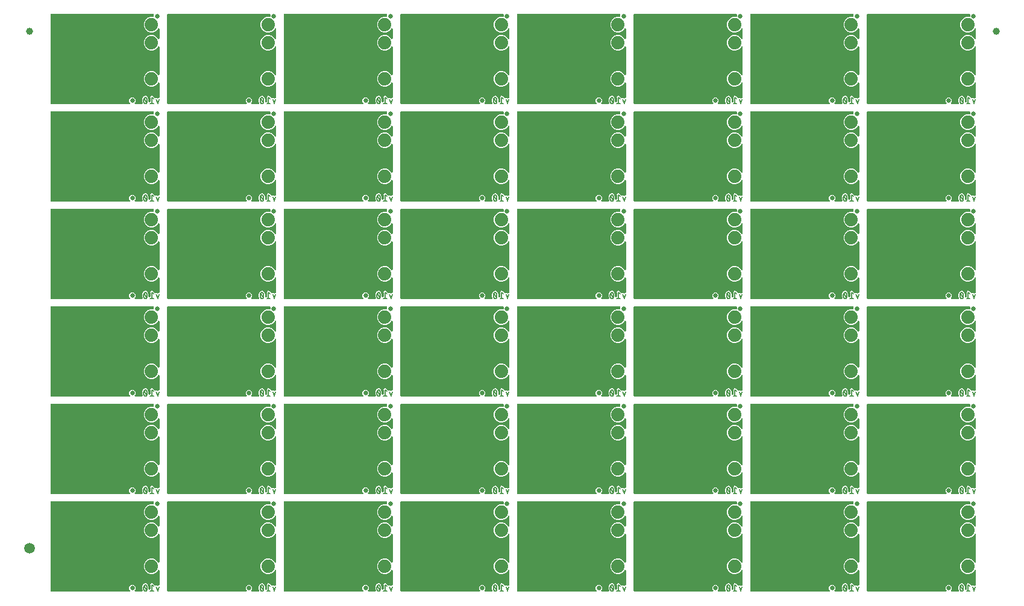
<source format=gbl>
G04 EAGLE Gerber RS-274X export*
G75*
%MOMM*%
%FSLAX34Y34*%
%LPD*%
%INBottom Copper*%
%IPPOS*%
%AMOC8*
5,1,8,0,0,1.08239X$1,22.5*%
G01*
%ADD10C,0.152400*%
%ADD11C,0.635000*%
%ADD12C,1.879600*%
%ADD13C,1.000000*%
%ADD14C,1.500000*%

G36*
X605538Y139959D02*
X605538Y139959D01*
X605568Y139956D01*
X605679Y139979D01*
X605791Y139995D01*
X605817Y140007D01*
X605846Y140012D01*
X605947Y140065D01*
X606050Y140111D01*
X606073Y140130D01*
X606099Y140143D01*
X606181Y140221D01*
X606267Y140294D01*
X606283Y140319D01*
X606305Y140339D01*
X606362Y140437D01*
X606425Y140531D01*
X606434Y140559D01*
X606448Y140584D01*
X606476Y140694D01*
X606511Y140802D01*
X606511Y140832D01*
X606519Y140860D01*
X606515Y140973D01*
X606518Y141086D01*
X606510Y141115D01*
X606509Y141144D01*
X606475Y141252D01*
X606446Y141361D01*
X606431Y141387D01*
X606422Y141415D01*
X606376Y141479D01*
X606301Y141606D01*
X606255Y141649D01*
X606227Y141688D01*
X605053Y142862D01*
X605053Y146545D01*
X607657Y149150D01*
X611340Y149150D01*
X613944Y146545D01*
X613944Y142862D01*
X612770Y141688D01*
X612752Y141664D01*
X612730Y141645D01*
X612667Y141551D01*
X612599Y141461D01*
X612588Y141433D01*
X612572Y141409D01*
X612538Y141301D01*
X612498Y141195D01*
X612495Y141166D01*
X612486Y141138D01*
X612483Y141024D01*
X612474Y140912D01*
X612480Y140883D01*
X612479Y140854D01*
X612508Y140744D01*
X612530Y140633D01*
X612543Y140607D01*
X612551Y140579D01*
X612608Y140481D01*
X612661Y140381D01*
X612681Y140359D01*
X612696Y140334D01*
X612779Y140257D01*
X612857Y140175D01*
X612882Y140160D01*
X612903Y140140D01*
X613004Y140088D01*
X613102Y140031D01*
X613130Y140024D01*
X613156Y140010D01*
X613234Y139997D01*
X613377Y139961D01*
X613440Y139963D01*
X613488Y139955D01*
X622912Y139955D01*
X622916Y139955D01*
X622919Y139955D01*
X623056Y139975D01*
X623194Y139995D01*
X623197Y139996D01*
X623200Y139996D01*
X623327Y140054D01*
X623453Y140111D01*
X623456Y140113D01*
X623459Y140114D01*
X623565Y140205D01*
X623670Y140294D01*
X623672Y140297D01*
X623675Y140299D01*
X623750Y140415D01*
X623828Y140531D01*
X623829Y140534D01*
X623831Y140537D01*
X623871Y140669D01*
X623914Y140802D01*
X623914Y140805D01*
X623915Y140809D01*
X623917Y140949D01*
X623921Y141086D01*
X623920Y141090D01*
X623920Y141093D01*
X623912Y141120D01*
X623849Y141361D01*
X623832Y141389D01*
X623825Y141415D01*
X623214Y142669D01*
X623214Y146891D01*
X623700Y147890D01*
X623702Y147895D01*
X623705Y147900D01*
X623716Y147939D01*
X623788Y148160D01*
X623789Y148195D01*
X623797Y148223D01*
X623800Y148250D01*
X623823Y148267D01*
X623863Y148324D01*
X623934Y148399D01*
X623978Y148485D01*
X624018Y148541D01*
X624056Y148620D01*
X624066Y148649D01*
X624069Y148653D01*
X624081Y148694D01*
X624104Y148736D01*
X624439Y149712D01*
X626425Y151131D01*
X628866Y151131D01*
X630852Y149712D01*
X631186Y148736D01*
X631197Y148715D01*
X631201Y148701D01*
X631220Y148668D01*
X631234Y148620D01*
X632077Y146891D01*
X632077Y143474D01*
X632081Y143445D01*
X632079Y143415D01*
X632101Y143304D01*
X632117Y143193D01*
X632129Y143166D01*
X632135Y143137D01*
X632187Y143036D01*
X632233Y142933D01*
X632252Y142911D01*
X632266Y142885D01*
X632344Y142803D01*
X632417Y142716D01*
X632441Y142700D01*
X632462Y142678D01*
X632559Y142621D01*
X632653Y142559D01*
X632681Y142550D01*
X632707Y142535D01*
X632817Y142507D01*
X632924Y142473D01*
X632954Y142472D01*
X632983Y142465D01*
X633096Y142469D01*
X633209Y142466D01*
X633237Y142473D01*
X633267Y142474D01*
X633331Y142495D01*
X633741Y142495D01*
X633799Y142503D01*
X633858Y142501D01*
X633939Y142523D01*
X634023Y142535D01*
X634076Y142558D01*
X634133Y142573D01*
X634205Y142616D01*
X634282Y142651D01*
X634327Y142689D01*
X634377Y142718D01*
X634435Y142780D01*
X634499Y142834D01*
X634532Y142883D01*
X634572Y142926D01*
X634610Y143001D01*
X634657Y143071D01*
X634674Y143127D01*
X634701Y143179D01*
X634712Y143247D01*
X634743Y143342D01*
X634745Y143442D01*
X634757Y143510D01*
X634757Y148929D01*
X634748Y148992D01*
X634750Y149041D01*
X634670Y149763D01*
X634679Y149778D01*
X634687Y149808D01*
X634701Y149836D01*
X634711Y149894D01*
X635233Y150416D01*
X635247Y150435D01*
X635261Y150447D01*
X635280Y150475D01*
X635307Y150500D01*
X635761Y151067D01*
X635778Y151071D01*
X635805Y151087D01*
X635835Y151097D01*
X635883Y151131D01*
X636621Y151131D01*
X636684Y151140D01*
X636733Y151137D01*
X637454Y151217D01*
X637469Y151208D01*
X637499Y151201D01*
X637527Y151186D01*
X637586Y151176D01*
X638107Y150655D01*
X638158Y150616D01*
X638191Y150580D01*
X641160Y148204D01*
X641205Y148178D01*
X641245Y148144D01*
X641327Y148106D01*
X641405Y148060D01*
X641455Y148046D01*
X641503Y148025D01*
X641593Y148011D01*
X641680Y147988D01*
X641732Y147990D01*
X641784Y147982D01*
X641856Y147993D01*
X641964Y147996D01*
X642051Y148024D01*
X642116Y148034D01*
X643256Y148414D01*
X644565Y147759D01*
X644581Y147754D01*
X644595Y147745D01*
X644716Y147709D01*
X644834Y147669D01*
X644851Y147668D01*
X644868Y147664D01*
X644994Y147662D01*
X645118Y147657D01*
X645135Y147661D01*
X645152Y147661D01*
X645220Y147682D01*
X645395Y147724D01*
X645436Y147748D01*
X645473Y147759D01*
X646884Y148465D01*
X646973Y148527D01*
X647066Y148582D01*
X647090Y148607D01*
X647118Y148627D01*
X647186Y148710D01*
X647260Y148789D01*
X647276Y148820D01*
X647298Y148847D01*
X647341Y148946D01*
X647390Y149042D01*
X647395Y149073D01*
X647410Y149108D01*
X647437Y149321D01*
X647445Y149373D01*
X647445Y169257D01*
X647433Y169342D01*
X647431Y169428D01*
X647413Y169482D01*
X647405Y169538D01*
X647370Y169617D01*
X647344Y169699D01*
X647312Y169746D01*
X647289Y169798D01*
X647234Y169863D01*
X647186Y169935D01*
X647142Y169971D01*
X647106Y170015D01*
X647034Y170062D01*
X646968Y170118D01*
X646916Y170141D01*
X646869Y170172D01*
X646787Y170198D01*
X646708Y170233D01*
X646652Y170241D01*
X646598Y170258D01*
X646512Y170260D01*
X646427Y170272D01*
X646371Y170264D01*
X646314Y170265D01*
X646231Y170244D01*
X646145Y170231D01*
X646094Y170208D01*
X646039Y170194D01*
X645965Y170150D01*
X645886Y170114D01*
X645843Y170077D01*
X645794Y170048D01*
X645735Y169986D01*
X645670Y169930D01*
X645644Y169888D01*
X645600Y169841D01*
X645534Y169712D01*
X645492Y169645D01*
X645314Y169217D01*
X642313Y166216D01*
X638392Y164591D01*
X634148Y164591D01*
X630227Y166216D01*
X627226Y169217D01*
X625601Y173138D01*
X625601Y177382D01*
X627226Y181303D01*
X630227Y184304D01*
X634148Y185929D01*
X638392Y185929D01*
X642313Y184304D01*
X645314Y181303D01*
X645492Y180875D01*
X645536Y180801D01*
X645571Y180722D01*
X645608Y180679D01*
X645637Y180630D01*
X645699Y180571D01*
X645755Y180505D01*
X645802Y180474D01*
X645843Y180435D01*
X645920Y180395D01*
X645991Y180348D01*
X646045Y180331D01*
X646096Y180304D01*
X646180Y180288D01*
X646262Y180262D01*
X646319Y180260D01*
X646375Y180249D01*
X646460Y180257D01*
X646546Y180255D01*
X646601Y180269D01*
X646658Y180274D01*
X646738Y180305D01*
X646821Y180326D01*
X646870Y180355D01*
X646923Y180376D01*
X646992Y180428D01*
X647066Y180472D01*
X647105Y180513D01*
X647150Y180548D01*
X647201Y180616D01*
X647260Y180679D01*
X647286Y180730D01*
X647320Y180775D01*
X647351Y180856D01*
X647390Y180932D01*
X647398Y180981D01*
X647421Y181041D01*
X647432Y181186D01*
X647445Y181263D01*
X647445Y220057D01*
X647433Y220142D01*
X647431Y220228D01*
X647413Y220282D01*
X647405Y220338D01*
X647370Y220417D01*
X647344Y220499D01*
X647312Y220546D01*
X647289Y220598D01*
X647234Y220663D01*
X647186Y220735D01*
X647142Y220771D01*
X647106Y220815D01*
X647034Y220862D01*
X646968Y220918D01*
X646916Y220941D01*
X646869Y220972D01*
X646787Y220998D01*
X646708Y221033D01*
X646652Y221041D01*
X646598Y221058D01*
X646512Y221060D01*
X646427Y221072D01*
X646371Y221064D01*
X646314Y221065D01*
X646231Y221044D01*
X646145Y221031D01*
X646094Y221008D01*
X646039Y220994D01*
X645965Y220950D01*
X645886Y220914D01*
X645843Y220877D01*
X645794Y220848D01*
X645735Y220786D01*
X645670Y220730D01*
X645644Y220688D01*
X645600Y220641D01*
X645534Y220512D01*
X645492Y220445D01*
X645314Y220017D01*
X642313Y217016D01*
X638392Y215391D01*
X634148Y215391D01*
X630227Y217016D01*
X627226Y220017D01*
X625601Y223938D01*
X625601Y228182D01*
X627226Y232103D01*
X630227Y235104D01*
X634148Y236729D01*
X638392Y236729D01*
X642313Y235104D01*
X645314Y232103D01*
X645492Y231675D01*
X645536Y231601D01*
X645571Y231522D01*
X645608Y231479D01*
X645637Y231430D01*
X645699Y231371D01*
X645755Y231305D01*
X645802Y231274D01*
X645843Y231235D01*
X645920Y231195D01*
X645991Y231148D01*
X646045Y231131D01*
X646096Y231104D01*
X646180Y231088D01*
X646262Y231062D01*
X646319Y231060D01*
X646375Y231049D01*
X646460Y231057D01*
X646546Y231055D01*
X646601Y231069D01*
X646658Y231074D01*
X646738Y231105D01*
X646821Y231126D01*
X646870Y231155D01*
X646923Y231176D01*
X646992Y231228D01*
X647066Y231272D01*
X647105Y231313D01*
X647150Y231348D01*
X647201Y231416D01*
X647260Y231479D01*
X647286Y231530D01*
X647320Y231575D01*
X647351Y231656D01*
X647390Y231732D01*
X647398Y231781D01*
X647421Y231841D01*
X647432Y231986D01*
X647445Y232063D01*
X647445Y245457D01*
X647433Y245542D01*
X647431Y245628D01*
X647413Y245682D01*
X647405Y245738D01*
X647370Y245817D01*
X647344Y245899D01*
X647312Y245946D01*
X647289Y245998D01*
X647234Y246063D01*
X647186Y246135D01*
X647142Y246171D01*
X647106Y246215D01*
X647034Y246262D01*
X646968Y246318D01*
X646916Y246341D01*
X646869Y246372D01*
X646787Y246398D01*
X646708Y246433D01*
X646652Y246441D01*
X646598Y246458D01*
X646512Y246460D01*
X646427Y246472D01*
X646371Y246464D01*
X646314Y246465D01*
X646231Y246444D01*
X646145Y246431D01*
X646094Y246408D01*
X646039Y246394D01*
X645965Y246350D01*
X645886Y246314D01*
X645843Y246277D01*
X645794Y246248D01*
X645735Y246186D01*
X645670Y246130D01*
X645644Y246088D01*
X645600Y246041D01*
X645534Y245912D01*
X645492Y245845D01*
X645314Y245417D01*
X642313Y242416D01*
X638392Y240791D01*
X634148Y240791D01*
X630227Y242416D01*
X627226Y245417D01*
X625601Y249338D01*
X625601Y253582D01*
X627226Y257503D01*
X630227Y260504D01*
X634148Y262129D01*
X638443Y262129D01*
X638515Y262106D01*
X638543Y262105D01*
X638570Y262098D01*
X638685Y262102D01*
X638799Y262099D01*
X638826Y262106D01*
X638854Y262106D01*
X638963Y262141D01*
X639074Y262170D01*
X639098Y262185D01*
X639125Y262193D01*
X639220Y262257D01*
X639319Y262316D01*
X639338Y262336D01*
X639361Y262351D01*
X639435Y262439D01*
X639513Y262523D01*
X639526Y262548D01*
X639544Y262569D01*
X639591Y262674D01*
X639643Y262776D01*
X639647Y262801D01*
X639659Y262829D01*
X639696Y263093D01*
X639698Y263107D01*
X639698Y265221D01*
X639699Y265234D01*
X639708Y265262D01*
X639711Y265375D01*
X639721Y265488D01*
X639715Y265517D01*
X639716Y265546D01*
X639687Y265655D01*
X639665Y265766D01*
X639651Y265793D01*
X639644Y265821D01*
X639586Y265918D01*
X639534Y266019D01*
X639514Y266040D01*
X639499Y266066D01*
X639416Y266143D01*
X639338Y266225D01*
X639313Y266240D01*
X639291Y266260D01*
X639191Y266312D01*
X639093Y266369D01*
X639065Y266376D01*
X639038Y266390D01*
X638961Y266403D01*
X638818Y266439D01*
X638755Y266437D01*
X638707Y266445D01*
X495300Y266445D01*
X495242Y266437D01*
X495184Y266439D01*
X495102Y266417D01*
X495018Y266405D01*
X494965Y266382D01*
X494909Y266367D01*
X494836Y266324D01*
X494759Y266289D01*
X494714Y266251D01*
X494664Y266222D01*
X494606Y266160D01*
X494542Y266106D01*
X494510Y266057D01*
X494470Y266014D01*
X494431Y265939D01*
X494384Y265869D01*
X494367Y265813D01*
X494340Y265761D01*
X494329Y265693D01*
X494299Y265598D01*
X494296Y265498D01*
X494285Y265430D01*
X494285Y140970D01*
X494293Y140912D01*
X494291Y140854D01*
X494313Y140772D01*
X494325Y140688D01*
X494348Y140635D01*
X494363Y140579D01*
X494406Y140506D01*
X494441Y140429D01*
X494479Y140384D01*
X494508Y140334D01*
X494570Y140276D01*
X494624Y140212D01*
X494673Y140180D01*
X494716Y140140D01*
X494791Y140101D01*
X494861Y140054D01*
X494917Y140037D01*
X494969Y140010D01*
X495037Y139999D01*
X495132Y139969D01*
X495232Y139966D01*
X495300Y139955D01*
X605509Y139955D01*
X605538Y139959D01*
G37*
G36*
X114048Y688599D02*
X114048Y688599D01*
X114078Y688596D01*
X114189Y688619D01*
X114301Y688635D01*
X114327Y688647D01*
X114356Y688652D01*
X114457Y688705D01*
X114560Y688751D01*
X114583Y688770D01*
X114609Y688783D01*
X114691Y688861D01*
X114777Y688934D01*
X114793Y688959D01*
X114815Y688979D01*
X114872Y689077D01*
X114935Y689171D01*
X114944Y689199D01*
X114958Y689224D01*
X114986Y689334D01*
X115021Y689442D01*
X115021Y689472D01*
X115029Y689500D01*
X115025Y689613D01*
X115028Y689726D01*
X115020Y689755D01*
X115019Y689784D01*
X114985Y689892D01*
X114956Y690001D01*
X114941Y690027D01*
X114932Y690055D01*
X114886Y690119D01*
X114811Y690246D01*
X114765Y690289D01*
X114737Y690328D01*
X113563Y691502D01*
X113563Y695185D01*
X116167Y697790D01*
X119850Y697790D01*
X122454Y695185D01*
X122454Y691502D01*
X121280Y690328D01*
X121262Y690304D01*
X121240Y690285D01*
X121177Y690191D01*
X121109Y690101D01*
X121098Y690073D01*
X121082Y690049D01*
X121048Y689941D01*
X121008Y689835D01*
X121005Y689806D01*
X120996Y689778D01*
X120993Y689664D01*
X120984Y689552D01*
X120990Y689523D01*
X120989Y689494D01*
X121018Y689384D01*
X121040Y689273D01*
X121053Y689247D01*
X121061Y689219D01*
X121118Y689121D01*
X121171Y689021D01*
X121191Y688999D01*
X121206Y688974D01*
X121289Y688897D01*
X121367Y688815D01*
X121392Y688800D01*
X121413Y688780D01*
X121514Y688728D01*
X121612Y688671D01*
X121640Y688664D01*
X121666Y688650D01*
X121744Y688637D01*
X121887Y688601D01*
X121950Y688603D01*
X121998Y688595D01*
X131422Y688595D01*
X131426Y688595D01*
X131429Y688595D01*
X131566Y688615D01*
X131704Y688635D01*
X131707Y688636D01*
X131710Y688636D01*
X131837Y688694D01*
X131963Y688751D01*
X131966Y688753D01*
X131969Y688754D01*
X132075Y688845D01*
X132180Y688934D01*
X132182Y688937D01*
X132185Y688939D01*
X132260Y689055D01*
X132338Y689171D01*
X132339Y689174D01*
X132341Y689177D01*
X132381Y689309D01*
X132424Y689442D01*
X132424Y689445D01*
X132425Y689449D01*
X132427Y689589D01*
X132431Y689726D01*
X132430Y689730D01*
X132430Y689733D01*
X132422Y689760D01*
X132359Y690001D01*
X132342Y690029D01*
X132335Y690055D01*
X131724Y691309D01*
X131724Y695531D01*
X132210Y696530D01*
X132212Y696535D01*
X132215Y696540D01*
X132226Y696579D01*
X132298Y696800D01*
X132299Y696835D01*
X132307Y696863D01*
X132310Y696890D01*
X132333Y696907D01*
X132373Y696964D01*
X132444Y697039D01*
X132488Y697125D01*
X132528Y697181D01*
X132566Y697260D01*
X132576Y697289D01*
X132579Y697293D01*
X132591Y697334D01*
X132614Y697376D01*
X132949Y698352D01*
X134935Y699771D01*
X137376Y699771D01*
X139362Y698352D01*
X139696Y697376D01*
X139707Y697355D01*
X139711Y697341D01*
X139730Y697308D01*
X139744Y697260D01*
X140587Y695531D01*
X140587Y692114D01*
X140591Y692085D01*
X140589Y692055D01*
X140611Y691944D01*
X140627Y691833D01*
X140639Y691806D01*
X140645Y691777D01*
X140697Y691676D01*
X140743Y691573D01*
X140762Y691551D01*
X140776Y691525D01*
X140854Y691443D01*
X140927Y691356D01*
X140951Y691340D01*
X140972Y691318D01*
X141069Y691261D01*
X141163Y691199D01*
X141191Y691190D01*
X141217Y691175D01*
X141327Y691147D01*
X141434Y691113D01*
X141464Y691112D01*
X141493Y691105D01*
X141606Y691109D01*
X141719Y691106D01*
X141747Y691113D01*
X141777Y691114D01*
X141841Y691135D01*
X142251Y691135D01*
X142309Y691143D01*
X142368Y691141D01*
X142449Y691163D01*
X142533Y691175D01*
X142586Y691198D01*
X142643Y691213D01*
X142715Y691256D01*
X142792Y691291D01*
X142837Y691329D01*
X142887Y691358D01*
X142945Y691420D01*
X143009Y691474D01*
X143042Y691523D01*
X143082Y691566D01*
X143120Y691641D01*
X143167Y691711D01*
X143184Y691767D01*
X143211Y691819D01*
X143222Y691887D01*
X143253Y691982D01*
X143255Y692082D01*
X143267Y692150D01*
X143267Y697569D01*
X143258Y697632D01*
X143260Y697681D01*
X143180Y698403D01*
X143189Y698418D01*
X143197Y698448D01*
X143211Y698476D01*
X143221Y698534D01*
X143743Y699056D01*
X143757Y699075D01*
X143771Y699087D01*
X143790Y699115D01*
X143817Y699140D01*
X144271Y699707D01*
X144288Y699711D01*
X144315Y699727D01*
X144345Y699737D01*
X144393Y699771D01*
X145131Y699771D01*
X145194Y699780D01*
X145243Y699777D01*
X145964Y699857D01*
X145979Y699848D01*
X146009Y699841D01*
X146037Y699826D01*
X146096Y699816D01*
X146617Y699295D01*
X146668Y699256D01*
X146701Y699220D01*
X149670Y696844D01*
X149715Y696818D01*
X149755Y696784D01*
X149837Y696746D01*
X149915Y696700D01*
X149965Y696686D01*
X150013Y696665D01*
X150103Y696651D01*
X150190Y696628D01*
X150242Y696630D01*
X150294Y696622D01*
X150366Y696633D01*
X150474Y696636D01*
X150561Y696664D01*
X150626Y696674D01*
X151766Y697054D01*
X153075Y696399D01*
X153091Y696394D01*
X153105Y696385D01*
X153226Y696349D01*
X153344Y696309D01*
X153361Y696308D01*
X153378Y696304D01*
X153504Y696302D01*
X153628Y696297D01*
X153645Y696301D01*
X153662Y696301D01*
X153730Y696322D01*
X153905Y696364D01*
X153946Y696388D01*
X153983Y696399D01*
X155394Y697105D01*
X155483Y697167D01*
X155576Y697222D01*
X155600Y697247D01*
X155628Y697267D01*
X155696Y697350D01*
X155770Y697429D01*
X155786Y697460D01*
X155808Y697487D01*
X155851Y697586D01*
X155900Y697682D01*
X155905Y697713D01*
X155920Y697748D01*
X155947Y697961D01*
X155955Y698013D01*
X155955Y717897D01*
X155943Y717982D01*
X155941Y718068D01*
X155923Y718122D01*
X155915Y718178D01*
X155880Y718257D01*
X155854Y718339D01*
X155822Y718386D01*
X155799Y718438D01*
X155744Y718503D01*
X155696Y718575D01*
X155652Y718611D01*
X155616Y718655D01*
X155544Y718702D01*
X155478Y718758D01*
X155426Y718781D01*
X155379Y718812D01*
X155297Y718838D01*
X155218Y718873D01*
X155162Y718881D01*
X155108Y718898D01*
X155022Y718900D01*
X154937Y718912D01*
X154881Y718904D01*
X154824Y718905D01*
X154741Y718884D01*
X154655Y718871D01*
X154604Y718848D01*
X154549Y718834D01*
X154475Y718790D01*
X154396Y718754D01*
X154353Y718717D01*
X154304Y718688D01*
X154245Y718626D01*
X154180Y718570D01*
X154154Y718528D01*
X154110Y718481D01*
X154044Y718352D01*
X154002Y718285D01*
X153824Y717857D01*
X150823Y714856D01*
X146902Y713231D01*
X142658Y713231D01*
X138737Y714856D01*
X135736Y717857D01*
X134111Y721778D01*
X134111Y726022D01*
X135736Y729943D01*
X138737Y732944D01*
X142658Y734569D01*
X146902Y734569D01*
X150823Y732944D01*
X153824Y729943D01*
X154002Y729515D01*
X154046Y729441D01*
X154081Y729362D01*
X154118Y729319D01*
X154147Y729270D01*
X154209Y729211D01*
X154265Y729145D01*
X154312Y729114D01*
X154353Y729075D01*
X154430Y729035D01*
X154501Y728988D01*
X154555Y728971D01*
X154606Y728944D01*
X154690Y728928D01*
X154772Y728902D01*
X154829Y728900D01*
X154885Y728889D01*
X154970Y728897D01*
X155056Y728895D01*
X155111Y728909D01*
X155168Y728914D01*
X155248Y728945D01*
X155331Y728966D01*
X155380Y728995D01*
X155433Y729016D01*
X155502Y729068D01*
X155576Y729112D01*
X155615Y729153D01*
X155660Y729188D01*
X155711Y729256D01*
X155770Y729319D01*
X155796Y729370D01*
X155830Y729415D01*
X155861Y729496D01*
X155900Y729572D01*
X155908Y729621D01*
X155931Y729681D01*
X155942Y729826D01*
X155955Y729903D01*
X155955Y768697D01*
X155943Y768782D01*
X155941Y768868D01*
X155923Y768922D01*
X155915Y768978D01*
X155880Y769057D01*
X155854Y769139D01*
X155822Y769186D01*
X155799Y769238D01*
X155744Y769303D01*
X155696Y769375D01*
X155652Y769411D01*
X155616Y769455D01*
X155544Y769502D01*
X155478Y769558D01*
X155426Y769581D01*
X155379Y769612D01*
X155297Y769638D01*
X155218Y769673D01*
X155162Y769681D01*
X155108Y769698D01*
X155022Y769700D01*
X154937Y769712D01*
X154881Y769704D01*
X154824Y769705D01*
X154741Y769684D01*
X154655Y769671D01*
X154604Y769648D01*
X154549Y769634D01*
X154475Y769590D01*
X154396Y769554D01*
X154353Y769517D01*
X154304Y769488D01*
X154245Y769426D01*
X154180Y769370D01*
X154154Y769328D01*
X154110Y769281D01*
X154044Y769152D01*
X154002Y769085D01*
X153824Y768657D01*
X150823Y765656D01*
X146902Y764031D01*
X142658Y764031D01*
X138737Y765656D01*
X135736Y768657D01*
X134111Y772578D01*
X134111Y776822D01*
X135736Y780743D01*
X138737Y783744D01*
X142658Y785369D01*
X146902Y785369D01*
X150823Y783744D01*
X153824Y780743D01*
X154002Y780315D01*
X154046Y780241D01*
X154081Y780162D01*
X154118Y780119D01*
X154147Y780070D01*
X154209Y780011D01*
X154265Y779945D01*
X154312Y779914D01*
X154353Y779875D01*
X154430Y779835D01*
X154501Y779788D01*
X154555Y779771D01*
X154606Y779744D01*
X154690Y779728D01*
X154772Y779702D01*
X154829Y779700D01*
X154885Y779689D01*
X154970Y779697D01*
X155056Y779695D01*
X155111Y779709D01*
X155168Y779714D01*
X155248Y779745D01*
X155331Y779766D01*
X155380Y779795D01*
X155433Y779816D01*
X155502Y779868D01*
X155576Y779912D01*
X155615Y779953D01*
X155660Y779988D01*
X155711Y780056D01*
X155770Y780119D01*
X155796Y780170D01*
X155830Y780215D01*
X155861Y780296D01*
X155900Y780372D01*
X155908Y780421D01*
X155931Y780481D01*
X155942Y780626D01*
X155955Y780703D01*
X155955Y794097D01*
X155943Y794182D01*
X155941Y794268D01*
X155923Y794322D01*
X155915Y794378D01*
X155880Y794457D01*
X155854Y794539D01*
X155822Y794586D01*
X155799Y794638D01*
X155744Y794703D01*
X155696Y794775D01*
X155652Y794811D01*
X155616Y794855D01*
X155544Y794902D01*
X155478Y794958D01*
X155426Y794981D01*
X155379Y795012D01*
X155297Y795038D01*
X155218Y795073D01*
X155162Y795081D01*
X155108Y795098D01*
X155022Y795100D01*
X154937Y795112D01*
X154881Y795104D01*
X154824Y795105D01*
X154741Y795084D01*
X154655Y795071D01*
X154604Y795048D01*
X154549Y795034D01*
X154475Y794990D01*
X154396Y794954D01*
X154353Y794917D01*
X154304Y794888D01*
X154245Y794826D01*
X154180Y794770D01*
X154154Y794728D01*
X154110Y794681D01*
X154044Y794552D01*
X154002Y794485D01*
X153824Y794057D01*
X150823Y791056D01*
X146902Y789431D01*
X142658Y789431D01*
X138737Y791056D01*
X135736Y794057D01*
X134111Y797978D01*
X134111Y802222D01*
X135736Y806143D01*
X138737Y809144D01*
X142658Y810769D01*
X146953Y810769D01*
X147025Y810746D01*
X147053Y810745D01*
X147080Y810738D01*
X147195Y810742D01*
X147309Y810739D01*
X147336Y810746D01*
X147364Y810746D01*
X147473Y810781D01*
X147584Y810810D01*
X147608Y810825D01*
X147635Y810833D01*
X147730Y810897D01*
X147829Y810956D01*
X147848Y810976D01*
X147871Y810991D01*
X147945Y811079D01*
X148023Y811163D01*
X148036Y811188D01*
X148054Y811209D01*
X148101Y811314D01*
X148153Y811416D01*
X148157Y811441D01*
X148169Y811469D01*
X148206Y811733D01*
X148208Y811747D01*
X148208Y813861D01*
X148209Y813874D01*
X148218Y813902D01*
X148221Y814015D01*
X148231Y814128D01*
X148225Y814157D01*
X148226Y814186D01*
X148197Y814295D01*
X148175Y814406D01*
X148161Y814433D01*
X148154Y814461D01*
X148096Y814558D01*
X148044Y814659D01*
X148024Y814680D01*
X148009Y814706D01*
X147926Y814783D01*
X147848Y814865D01*
X147823Y814880D01*
X147801Y814900D01*
X147701Y814952D01*
X147603Y815009D01*
X147575Y815016D01*
X147548Y815030D01*
X147471Y815043D01*
X147328Y815079D01*
X147265Y815077D01*
X147217Y815085D01*
X3810Y815085D01*
X3752Y815077D01*
X3694Y815079D01*
X3612Y815057D01*
X3528Y815045D01*
X3475Y815022D01*
X3419Y815007D01*
X3346Y814964D01*
X3269Y814929D01*
X3224Y814891D01*
X3174Y814862D01*
X3116Y814800D01*
X3052Y814746D01*
X3020Y814697D01*
X2980Y814654D01*
X2941Y814579D01*
X2894Y814509D01*
X2877Y814453D01*
X2850Y814401D01*
X2839Y814333D01*
X2809Y814238D01*
X2806Y814138D01*
X2795Y814070D01*
X2795Y689610D01*
X2803Y689552D01*
X2801Y689494D01*
X2823Y689412D01*
X2835Y689328D01*
X2858Y689275D01*
X2873Y689219D01*
X2916Y689146D01*
X2951Y689069D01*
X2989Y689024D01*
X3018Y688974D01*
X3080Y688916D01*
X3134Y688852D01*
X3183Y688820D01*
X3226Y688780D01*
X3301Y688741D01*
X3371Y688694D01*
X3427Y688677D01*
X3479Y688650D01*
X3547Y688639D01*
X3642Y688609D01*
X3742Y688606D01*
X3810Y688595D01*
X114019Y688595D01*
X114048Y688599D01*
G37*
G36*
X769368Y2799D02*
X769368Y2799D01*
X769398Y2796D01*
X769509Y2819D01*
X769621Y2835D01*
X769647Y2847D01*
X769676Y2852D01*
X769777Y2905D01*
X769880Y2951D01*
X769903Y2970D01*
X769929Y2983D01*
X770011Y3061D01*
X770097Y3134D01*
X770113Y3159D01*
X770135Y3179D01*
X770192Y3277D01*
X770255Y3371D01*
X770264Y3399D01*
X770278Y3424D01*
X770306Y3534D01*
X770341Y3642D01*
X770341Y3672D01*
X770349Y3700D01*
X770345Y3813D01*
X770348Y3926D01*
X770340Y3955D01*
X770339Y3984D01*
X770305Y4092D01*
X770276Y4201D01*
X770261Y4227D01*
X770252Y4255D01*
X770206Y4319D01*
X770131Y4446D01*
X770085Y4489D01*
X770057Y4528D01*
X768883Y5702D01*
X768883Y9385D01*
X771487Y11990D01*
X775170Y11990D01*
X777774Y9385D01*
X777774Y5702D01*
X776600Y4528D01*
X776582Y4504D01*
X776560Y4485D01*
X776497Y4391D01*
X776429Y4301D01*
X776418Y4273D01*
X776402Y4249D01*
X776368Y4141D01*
X776328Y4035D01*
X776325Y4006D01*
X776316Y3978D01*
X776313Y3864D01*
X776304Y3752D01*
X776310Y3723D01*
X776309Y3694D01*
X776338Y3584D01*
X776360Y3473D01*
X776373Y3447D01*
X776381Y3419D01*
X776438Y3321D01*
X776491Y3221D01*
X776511Y3199D01*
X776526Y3174D01*
X776609Y3097D01*
X776687Y3015D01*
X776712Y3000D01*
X776733Y2980D01*
X776834Y2928D01*
X776932Y2871D01*
X776960Y2864D01*
X776986Y2850D01*
X777064Y2837D01*
X777207Y2801D01*
X777270Y2803D01*
X777318Y2795D01*
X786742Y2795D01*
X786746Y2795D01*
X786749Y2795D01*
X786886Y2815D01*
X787024Y2835D01*
X787027Y2836D01*
X787030Y2836D01*
X787157Y2894D01*
X787283Y2951D01*
X787286Y2953D01*
X787289Y2954D01*
X787395Y3045D01*
X787500Y3134D01*
X787502Y3137D01*
X787505Y3139D01*
X787580Y3255D01*
X787658Y3371D01*
X787659Y3374D01*
X787661Y3377D01*
X787701Y3509D01*
X787744Y3642D01*
X787744Y3645D01*
X787745Y3649D01*
X787747Y3789D01*
X787751Y3926D01*
X787750Y3930D01*
X787750Y3933D01*
X787742Y3960D01*
X787679Y4201D01*
X787662Y4229D01*
X787655Y4255D01*
X787044Y5509D01*
X787044Y9731D01*
X787530Y10730D01*
X787532Y10735D01*
X787535Y10740D01*
X787546Y10779D01*
X787618Y11000D01*
X787619Y11035D01*
X787627Y11063D01*
X787630Y11090D01*
X787653Y11107D01*
X787693Y11164D01*
X787764Y11239D01*
X787808Y11325D01*
X787848Y11381D01*
X787886Y11460D01*
X787896Y11489D01*
X787899Y11493D01*
X787911Y11534D01*
X787934Y11576D01*
X788269Y12552D01*
X790255Y13971D01*
X792696Y13971D01*
X794682Y12552D01*
X795016Y11576D01*
X795027Y11555D01*
X795031Y11541D01*
X795050Y11508D01*
X795064Y11460D01*
X795907Y9731D01*
X795907Y6314D01*
X795911Y6285D01*
X795909Y6255D01*
X795931Y6144D01*
X795947Y6033D01*
X795959Y6006D01*
X795965Y5977D01*
X796017Y5876D01*
X796063Y5773D01*
X796082Y5751D01*
X796096Y5725D01*
X796174Y5643D01*
X796247Y5556D01*
X796271Y5540D01*
X796292Y5518D01*
X796389Y5461D01*
X796483Y5399D01*
X796511Y5390D01*
X796537Y5375D01*
X796647Y5347D01*
X796754Y5313D01*
X796784Y5312D01*
X796813Y5305D01*
X796926Y5309D01*
X797039Y5306D01*
X797067Y5313D01*
X797097Y5314D01*
X797161Y5335D01*
X797571Y5335D01*
X797629Y5343D01*
X797688Y5341D01*
X797769Y5363D01*
X797853Y5375D01*
X797906Y5398D01*
X797963Y5413D01*
X798035Y5456D01*
X798112Y5491D01*
X798157Y5529D01*
X798207Y5558D01*
X798265Y5620D01*
X798329Y5674D01*
X798362Y5723D01*
X798402Y5766D01*
X798440Y5841D01*
X798487Y5911D01*
X798504Y5967D01*
X798531Y6019D01*
X798542Y6087D01*
X798573Y6182D01*
X798575Y6282D01*
X798587Y6350D01*
X798587Y11769D01*
X798578Y11832D01*
X798580Y11881D01*
X798500Y12603D01*
X798509Y12618D01*
X798517Y12648D01*
X798531Y12676D01*
X798541Y12734D01*
X799063Y13256D01*
X799077Y13275D01*
X799091Y13287D01*
X799110Y13315D01*
X799137Y13340D01*
X799591Y13907D01*
X799608Y13911D01*
X799635Y13927D01*
X799665Y13937D01*
X799713Y13971D01*
X800451Y13971D01*
X800514Y13980D01*
X800563Y13977D01*
X801284Y14057D01*
X801299Y14048D01*
X801329Y14041D01*
X801357Y14026D01*
X801416Y14016D01*
X801937Y13495D01*
X801988Y13456D01*
X802021Y13420D01*
X804990Y11044D01*
X805035Y11018D01*
X805075Y10984D01*
X805157Y10946D01*
X805235Y10900D01*
X805285Y10886D01*
X805333Y10865D01*
X805423Y10851D01*
X805510Y10828D01*
X805562Y10830D01*
X805614Y10822D01*
X805686Y10833D01*
X805794Y10836D01*
X805881Y10864D01*
X805946Y10874D01*
X807086Y11254D01*
X808395Y10599D01*
X808411Y10594D01*
X808425Y10585D01*
X808546Y10549D01*
X808664Y10509D01*
X808681Y10508D01*
X808698Y10504D01*
X808824Y10502D01*
X808948Y10497D01*
X808965Y10501D01*
X808982Y10501D01*
X809050Y10522D01*
X809225Y10564D01*
X809266Y10588D01*
X809303Y10599D01*
X810714Y11305D01*
X810803Y11367D01*
X810896Y11422D01*
X810920Y11447D01*
X810948Y11467D01*
X811016Y11550D01*
X811090Y11629D01*
X811106Y11660D01*
X811128Y11687D01*
X811171Y11786D01*
X811220Y11882D01*
X811225Y11913D01*
X811240Y11948D01*
X811267Y12161D01*
X811275Y12213D01*
X811275Y32097D01*
X811263Y32182D01*
X811261Y32268D01*
X811243Y32322D01*
X811235Y32378D01*
X811200Y32457D01*
X811174Y32539D01*
X811142Y32586D01*
X811119Y32638D01*
X811064Y32703D01*
X811016Y32775D01*
X810972Y32811D01*
X810936Y32855D01*
X810864Y32902D01*
X810798Y32958D01*
X810746Y32981D01*
X810699Y33012D01*
X810617Y33038D01*
X810538Y33073D01*
X810482Y33081D01*
X810428Y33098D01*
X810342Y33100D01*
X810257Y33112D01*
X810201Y33104D01*
X810144Y33105D01*
X810061Y33084D01*
X809975Y33071D01*
X809924Y33048D01*
X809869Y33034D01*
X809795Y32990D01*
X809716Y32954D01*
X809673Y32917D01*
X809624Y32888D01*
X809565Y32826D01*
X809500Y32770D01*
X809474Y32728D01*
X809430Y32681D01*
X809364Y32552D01*
X809322Y32485D01*
X809144Y32057D01*
X806143Y29056D01*
X802222Y27431D01*
X797978Y27431D01*
X794057Y29056D01*
X791056Y32057D01*
X789431Y35978D01*
X789431Y40222D01*
X791056Y44143D01*
X794057Y47144D01*
X797978Y48769D01*
X802222Y48769D01*
X806143Y47144D01*
X809144Y44143D01*
X809322Y43715D01*
X809366Y43641D01*
X809401Y43562D01*
X809438Y43519D01*
X809467Y43470D01*
X809529Y43411D01*
X809585Y43345D01*
X809632Y43314D01*
X809673Y43275D01*
X809750Y43235D01*
X809821Y43188D01*
X809875Y43171D01*
X809926Y43144D01*
X810010Y43128D01*
X810092Y43102D01*
X810149Y43100D01*
X810205Y43089D01*
X810290Y43097D01*
X810376Y43095D01*
X810431Y43109D01*
X810488Y43114D01*
X810568Y43145D01*
X810651Y43166D01*
X810700Y43195D01*
X810753Y43216D01*
X810822Y43268D01*
X810896Y43312D01*
X810935Y43353D01*
X810980Y43388D01*
X811031Y43456D01*
X811090Y43519D01*
X811116Y43570D01*
X811150Y43615D01*
X811181Y43696D01*
X811220Y43772D01*
X811228Y43821D01*
X811251Y43881D01*
X811262Y44026D01*
X811275Y44103D01*
X811275Y82897D01*
X811263Y82982D01*
X811261Y83068D01*
X811243Y83122D01*
X811235Y83178D01*
X811200Y83257D01*
X811174Y83339D01*
X811142Y83386D01*
X811119Y83438D01*
X811064Y83503D01*
X811016Y83575D01*
X810972Y83611D01*
X810936Y83655D01*
X810864Y83702D01*
X810798Y83758D01*
X810746Y83781D01*
X810699Y83812D01*
X810617Y83838D01*
X810538Y83873D01*
X810482Y83881D01*
X810428Y83898D01*
X810342Y83900D01*
X810257Y83912D01*
X810201Y83904D01*
X810144Y83905D01*
X810061Y83884D01*
X809975Y83871D01*
X809924Y83848D01*
X809869Y83834D01*
X809795Y83790D01*
X809716Y83754D01*
X809673Y83717D01*
X809624Y83688D01*
X809565Y83626D01*
X809500Y83570D01*
X809474Y83528D01*
X809430Y83481D01*
X809364Y83352D01*
X809322Y83285D01*
X809144Y82857D01*
X806143Y79856D01*
X802222Y78231D01*
X797978Y78231D01*
X794057Y79856D01*
X791056Y82857D01*
X789431Y86778D01*
X789431Y91022D01*
X791056Y94943D01*
X794057Y97944D01*
X797978Y99569D01*
X802222Y99569D01*
X806143Y97944D01*
X809144Y94943D01*
X809322Y94515D01*
X809366Y94441D01*
X809401Y94362D01*
X809438Y94319D01*
X809467Y94270D01*
X809529Y94211D01*
X809585Y94145D01*
X809632Y94114D01*
X809673Y94075D01*
X809750Y94035D01*
X809821Y93988D01*
X809875Y93971D01*
X809926Y93944D01*
X810010Y93928D01*
X810092Y93902D01*
X810149Y93900D01*
X810205Y93889D01*
X810290Y93897D01*
X810376Y93895D01*
X810431Y93909D01*
X810488Y93914D01*
X810568Y93945D01*
X810651Y93966D01*
X810700Y93995D01*
X810753Y94016D01*
X810822Y94068D01*
X810896Y94112D01*
X810935Y94153D01*
X810980Y94188D01*
X811031Y94256D01*
X811090Y94319D01*
X811116Y94370D01*
X811150Y94415D01*
X811181Y94496D01*
X811220Y94572D01*
X811228Y94621D01*
X811251Y94681D01*
X811262Y94826D01*
X811275Y94903D01*
X811275Y108297D01*
X811263Y108382D01*
X811261Y108468D01*
X811243Y108522D01*
X811235Y108578D01*
X811200Y108657D01*
X811174Y108739D01*
X811142Y108786D01*
X811119Y108838D01*
X811064Y108903D01*
X811016Y108975D01*
X810972Y109011D01*
X810936Y109055D01*
X810864Y109102D01*
X810798Y109158D01*
X810746Y109181D01*
X810699Y109212D01*
X810617Y109238D01*
X810538Y109273D01*
X810482Y109281D01*
X810428Y109298D01*
X810342Y109300D01*
X810257Y109312D01*
X810201Y109304D01*
X810144Y109305D01*
X810061Y109284D01*
X809975Y109271D01*
X809924Y109248D01*
X809869Y109234D01*
X809795Y109190D01*
X809716Y109154D01*
X809673Y109117D01*
X809624Y109088D01*
X809565Y109026D01*
X809500Y108970D01*
X809474Y108928D01*
X809430Y108881D01*
X809364Y108752D01*
X809322Y108685D01*
X809144Y108257D01*
X806143Y105256D01*
X802222Y103631D01*
X797978Y103631D01*
X794057Y105256D01*
X791056Y108257D01*
X789431Y112178D01*
X789431Y116422D01*
X791056Y120343D01*
X794057Y123344D01*
X797978Y124969D01*
X802273Y124969D01*
X802345Y124946D01*
X802373Y124945D01*
X802400Y124938D01*
X802515Y124942D01*
X802629Y124939D01*
X802656Y124946D01*
X802684Y124946D01*
X802793Y124981D01*
X802904Y125010D01*
X802928Y125025D01*
X802955Y125033D01*
X803050Y125097D01*
X803149Y125156D01*
X803168Y125176D01*
X803191Y125191D01*
X803265Y125279D01*
X803343Y125363D01*
X803356Y125388D01*
X803374Y125409D01*
X803421Y125514D01*
X803473Y125616D01*
X803477Y125641D01*
X803489Y125669D01*
X803526Y125933D01*
X803528Y125947D01*
X803528Y128061D01*
X803529Y128074D01*
X803538Y128102D01*
X803541Y128215D01*
X803551Y128328D01*
X803545Y128357D01*
X803546Y128386D01*
X803517Y128495D01*
X803495Y128606D01*
X803481Y128633D01*
X803474Y128661D01*
X803416Y128758D01*
X803364Y128859D01*
X803344Y128880D01*
X803329Y128906D01*
X803246Y128983D01*
X803168Y129065D01*
X803143Y129080D01*
X803121Y129100D01*
X803021Y129152D01*
X802923Y129209D01*
X802895Y129216D01*
X802868Y129230D01*
X802791Y129243D01*
X802648Y129279D01*
X802585Y129277D01*
X802537Y129285D01*
X659130Y129285D01*
X659072Y129277D01*
X659014Y129279D01*
X658932Y129257D01*
X658848Y129245D01*
X658795Y129222D01*
X658739Y129207D01*
X658666Y129164D01*
X658589Y129129D01*
X658544Y129091D01*
X658494Y129062D01*
X658436Y129000D01*
X658372Y128946D01*
X658340Y128897D01*
X658300Y128854D01*
X658261Y128779D01*
X658214Y128709D01*
X658197Y128653D01*
X658170Y128601D01*
X658159Y128533D01*
X658129Y128438D01*
X658126Y128338D01*
X658115Y128270D01*
X658115Y3810D01*
X658123Y3752D01*
X658121Y3694D01*
X658143Y3612D01*
X658155Y3528D01*
X658178Y3475D01*
X658193Y3419D01*
X658236Y3346D01*
X658271Y3269D01*
X658309Y3224D01*
X658338Y3174D01*
X658400Y3116D01*
X658454Y3052D01*
X658503Y3020D01*
X658546Y2980D01*
X658621Y2941D01*
X658691Y2894D01*
X658747Y2877D01*
X658799Y2850D01*
X658867Y2839D01*
X658962Y2809D01*
X659062Y2806D01*
X659130Y2795D01*
X769339Y2795D01*
X769368Y2799D01*
G37*
G36*
X1260858Y139959D02*
X1260858Y139959D01*
X1260888Y139956D01*
X1260999Y139979D01*
X1261111Y139995D01*
X1261137Y140007D01*
X1261166Y140012D01*
X1261267Y140065D01*
X1261370Y140111D01*
X1261393Y140130D01*
X1261419Y140143D01*
X1261501Y140221D01*
X1261587Y140294D01*
X1261603Y140319D01*
X1261625Y140339D01*
X1261682Y140437D01*
X1261745Y140531D01*
X1261754Y140559D01*
X1261768Y140584D01*
X1261796Y140694D01*
X1261831Y140802D01*
X1261831Y140832D01*
X1261839Y140860D01*
X1261835Y140973D01*
X1261838Y141086D01*
X1261830Y141115D01*
X1261829Y141144D01*
X1261795Y141252D01*
X1261766Y141361D01*
X1261751Y141387D01*
X1261742Y141415D01*
X1261696Y141479D01*
X1261621Y141606D01*
X1261575Y141649D01*
X1261547Y141688D01*
X1260373Y142862D01*
X1260373Y146545D01*
X1262977Y149150D01*
X1266660Y149150D01*
X1269264Y146545D01*
X1269264Y142862D01*
X1268090Y141688D01*
X1268072Y141664D01*
X1268050Y141645D01*
X1267987Y141551D01*
X1267919Y141461D01*
X1267908Y141433D01*
X1267892Y141409D01*
X1267858Y141301D01*
X1267818Y141195D01*
X1267815Y141166D01*
X1267806Y141138D01*
X1267803Y141024D01*
X1267794Y140912D01*
X1267800Y140883D01*
X1267799Y140854D01*
X1267828Y140744D01*
X1267850Y140633D01*
X1267863Y140607D01*
X1267871Y140579D01*
X1267928Y140481D01*
X1267981Y140381D01*
X1268001Y140359D01*
X1268016Y140334D01*
X1268099Y140257D01*
X1268177Y140175D01*
X1268202Y140160D01*
X1268223Y140140D01*
X1268324Y140088D01*
X1268422Y140031D01*
X1268450Y140024D01*
X1268476Y140010D01*
X1268554Y139997D01*
X1268697Y139961D01*
X1268760Y139963D01*
X1268808Y139955D01*
X1278232Y139955D01*
X1278236Y139955D01*
X1278239Y139955D01*
X1278376Y139975D01*
X1278514Y139995D01*
X1278517Y139996D01*
X1278520Y139996D01*
X1278647Y140054D01*
X1278773Y140111D01*
X1278776Y140113D01*
X1278779Y140114D01*
X1278885Y140205D01*
X1278990Y140294D01*
X1278992Y140297D01*
X1278995Y140299D01*
X1279070Y140415D01*
X1279148Y140531D01*
X1279149Y140534D01*
X1279151Y140537D01*
X1279191Y140669D01*
X1279234Y140802D01*
X1279234Y140805D01*
X1279235Y140809D01*
X1279237Y140949D01*
X1279241Y141086D01*
X1279240Y141090D01*
X1279240Y141093D01*
X1279232Y141120D01*
X1279169Y141361D01*
X1279152Y141389D01*
X1279145Y141415D01*
X1278534Y142669D01*
X1278534Y146891D01*
X1279020Y147890D01*
X1279022Y147895D01*
X1279025Y147900D01*
X1279036Y147939D01*
X1279108Y148160D01*
X1279109Y148195D01*
X1279117Y148223D01*
X1279120Y148250D01*
X1279143Y148267D01*
X1279183Y148324D01*
X1279254Y148399D01*
X1279298Y148485D01*
X1279338Y148541D01*
X1279376Y148620D01*
X1279386Y148649D01*
X1279389Y148653D01*
X1279401Y148694D01*
X1279424Y148736D01*
X1279759Y149712D01*
X1281745Y151131D01*
X1284186Y151131D01*
X1286172Y149712D01*
X1286506Y148736D01*
X1286517Y148715D01*
X1286521Y148701D01*
X1286540Y148668D01*
X1286554Y148620D01*
X1287397Y146891D01*
X1287397Y143474D01*
X1287401Y143445D01*
X1287399Y143415D01*
X1287421Y143304D01*
X1287437Y143193D01*
X1287449Y143166D01*
X1287455Y143137D01*
X1287507Y143036D01*
X1287553Y142933D01*
X1287572Y142911D01*
X1287586Y142885D01*
X1287664Y142803D01*
X1287737Y142716D01*
X1287761Y142700D01*
X1287782Y142678D01*
X1287879Y142621D01*
X1287973Y142559D01*
X1288001Y142550D01*
X1288027Y142535D01*
X1288137Y142507D01*
X1288244Y142473D01*
X1288274Y142472D01*
X1288303Y142465D01*
X1288416Y142469D01*
X1288529Y142466D01*
X1288557Y142473D01*
X1288587Y142474D01*
X1288651Y142495D01*
X1289061Y142495D01*
X1289119Y142503D01*
X1289178Y142501D01*
X1289259Y142523D01*
X1289343Y142535D01*
X1289396Y142558D01*
X1289453Y142573D01*
X1289525Y142616D01*
X1289602Y142651D01*
X1289647Y142689D01*
X1289697Y142718D01*
X1289755Y142780D01*
X1289819Y142834D01*
X1289852Y142883D01*
X1289892Y142926D01*
X1289930Y143001D01*
X1289977Y143071D01*
X1289994Y143127D01*
X1290021Y143179D01*
X1290032Y143247D01*
X1290063Y143342D01*
X1290065Y143442D01*
X1290077Y143510D01*
X1290077Y148929D01*
X1290068Y148992D01*
X1290070Y149041D01*
X1289990Y149763D01*
X1289999Y149778D01*
X1290007Y149808D01*
X1290021Y149836D01*
X1290031Y149894D01*
X1290553Y150416D01*
X1290567Y150435D01*
X1290581Y150447D01*
X1290600Y150475D01*
X1290627Y150500D01*
X1291081Y151067D01*
X1291098Y151071D01*
X1291125Y151087D01*
X1291155Y151097D01*
X1291203Y151131D01*
X1291941Y151131D01*
X1292004Y151140D01*
X1292053Y151137D01*
X1292774Y151217D01*
X1292789Y151208D01*
X1292819Y151201D01*
X1292847Y151186D01*
X1292906Y151176D01*
X1293427Y150655D01*
X1293478Y150616D01*
X1293511Y150580D01*
X1296480Y148204D01*
X1296525Y148178D01*
X1296565Y148144D01*
X1296647Y148106D01*
X1296725Y148060D01*
X1296775Y148046D01*
X1296823Y148025D01*
X1296913Y148011D01*
X1297000Y147988D01*
X1297052Y147990D01*
X1297104Y147982D01*
X1297176Y147993D01*
X1297284Y147996D01*
X1297371Y148024D01*
X1297436Y148034D01*
X1298576Y148414D01*
X1299885Y147759D01*
X1299901Y147754D01*
X1299915Y147745D01*
X1300036Y147709D01*
X1300154Y147669D01*
X1300171Y147668D01*
X1300188Y147664D01*
X1300314Y147662D01*
X1300438Y147657D01*
X1300455Y147661D01*
X1300472Y147661D01*
X1300540Y147682D01*
X1300715Y147724D01*
X1300756Y147748D01*
X1300793Y147759D01*
X1302204Y148465D01*
X1302293Y148527D01*
X1302386Y148582D01*
X1302410Y148607D01*
X1302438Y148627D01*
X1302506Y148710D01*
X1302580Y148789D01*
X1302596Y148820D01*
X1302618Y148847D01*
X1302661Y148946D01*
X1302710Y149042D01*
X1302715Y149073D01*
X1302730Y149108D01*
X1302757Y149321D01*
X1302765Y149373D01*
X1302765Y169257D01*
X1302753Y169342D01*
X1302751Y169428D01*
X1302733Y169482D01*
X1302725Y169538D01*
X1302690Y169617D01*
X1302664Y169699D01*
X1302632Y169746D01*
X1302609Y169798D01*
X1302554Y169863D01*
X1302506Y169935D01*
X1302462Y169971D01*
X1302426Y170015D01*
X1302354Y170062D01*
X1302288Y170118D01*
X1302236Y170141D01*
X1302189Y170172D01*
X1302107Y170198D01*
X1302028Y170233D01*
X1301972Y170241D01*
X1301918Y170258D01*
X1301832Y170260D01*
X1301747Y170272D01*
X1301691Y170264D01*
X1301634Y170265D01*
X1301551Y170244D01*
X1301465Y170231D01*
X1301414Y170208D01*
X1301359Y170194D01*
X1301285Y170150D01*
X1301206Y170114D01*
X1301163Y170077D01*
X1301114Y170048D01*
X1301055Y169986D01*
X1300990Y169930D01*
X1300964Y169888D01*
X1300920Y169841D01*
X1300854Y169712D01*
X1300812Y169645D01*
X1300634Y169217D01*
X1297633Y166216D01*
X1293712Y164591D01*
X1289468Y164591D01*
X1285547Y166216D01*
X1282546Y169217D01*
X1280921Y173138D01*
X1280921Y177382D01*
X1282546Y181303D01*
X1285547Y184304D01*
X1289468Y185929D01*
X1293712Y185929D01*
X1297633Y184304D01*
X1300634Y181303D01*
X1300812Y180875D01*
X1300856Y180801D01*
X1300891Y180722D01*
X1300928Y180679D01*
X1300957Y180630D01*
X1301019Y180571D01*
X1301075Y180505D01*
X1301122Y180474D01*
X1301163Y180435D01*
X1301240Y180395D01*
X1301311Y180348D01*
X1301365Y180331D01*
X1301416Y180304D01*
X1301500Y180288D01*
X1301582Y180262D01*
X1301639Y180260D01*
X1301695Y180249D01*
X1301780Y180257D01*
X1301866Y180255D01*
X1301921Y180269D01*
X1301978Y180274D01*
X1302058Y180305D01*
X1302141Y180326D01*
X1302190Y180355D01*
X1302243Y180376D01*
X1302312Y180428D01*
X1302386Y180472D01*
X1302425Y180513D01*
X1302470Y180548D01*
X1302521Y180616D01*
X1302580Y180679D01*
X1302606Y180730D01*
X1302640Y180775D01*
X1302671Y180856D01*
X1302710Y180932D01*
X1302718Y180981D01*
X1302741Y181041D01*
X1302752Y181186D01*
X1302765Y181263D01*
X1302765Y220057D01*
X1302753Y220142D01*
X1302751Y220228D01*
X1302733Y220282D01*
X1302725Y220338D01*
X1302690Y220417D01*
X1302664Y220499D01*
X1302632Y220546D01*
X1302609Y220598D01*
X1302554Y220663D01*
X1302506Y220735D01*
X1302462Y220771D01*
X1302426Y220815D01*
X1302354Y220862D01*
X1302288Y220918D01*
X1302236Y220941D01*
X1302189Y220972D01*
X1302107Y220998D01*
X1302028Y221033D01*
X1301972Y221041D01*
X1301918Y221058D01*
X1301832Y221060D01*
X1301747Y221072D01*
X1301691Y221064D01*
X1301634Y221065D01*
X1301551Y221044D01*
X1301465Y221031D01*
X1301414Y221008D01*
X1301359Y220994D01*
X1301285Y220950D01*
X1301206Y220914D01*
X1301163Y220877D01*
X1301114Y220848D01*
X1301055Y220786D01*
X1300990Y220730D01*
X1300964Y220688D01*
X1300920Y220641D01*
X1300854Y220512D01*
X1300812Y220445D01*
X1300634Y220017D01*
X1297633Y217016D01*
X1293712Y215391D01*
X1289468Y215391D01*
X1285547Y217016D01*
X1282546Y220017D01*
X1280921Y223938D01*
X1280921Y228182D01*
X1282546Y232103D01*
X1285547Y235104D01*
X1289468Y236729D01*
X1293712Y236729D01*
X1297633Y235104D01*
X1300634Y232103D01*
X1300812Y231675D01*
X1300856Y231601D01*
X1300891Y231522D01*
X1300928Y231479D01*
X1300957Y231430D01*
X1301019Y231371D01*
X1301075Y231305D01*
X1301122Y231274D01*
X1301163Y231235D01*
X1301240Y231195D01*
X1301311Y231148D01*
X1301365Y231131D01*
X1301416Y231104D01*
X1301500Y231088D01*
X1301582Y231062D01*
X1301639Y231060D01*
X1301695Y231049D01*
X1301780Y231057D01*
X1301866Y231055D01*
X1301921Y231069D01*
X1301978Y231074D01*
X1302058Y231105D01*
X1302141Y231126D01*
X1302190Y231155D01*
X1302243Y231176D01*
X1302312Y231228D01*
X1302386Y231272D01*
X1302425Y231313D01*
X1302470Y231348D01*
X1302521Y231416D01*
X1302580Y231479D01*
X1302606Y231530D01*
X1302640Y231575D01*
X1302671Y231656D01*
X1302710Y231732D01*
X1302718Y231781D01*
X1302741Y231841D01*
X1302752Y231986D01*
X1302765Y232063D01*
X1302765Y245457D01*
X1302753Y245542D01*
X1302751Y245628D01*
X1302733Y245682D01*
X1302725Y245738D01*
X1302690Y245817D01*
X1302664Y245899D01*
X1302632Y245946D01*
X1302609Y245998D01*
X1302554Y246063D01*
X1302506Y246135D01*
X1302462Y246171D01*
X1302426Y246215D01*
X1302354Y246262D01*
X1302288Y246318D01*
X1302236Y246341D01*
X1302189Y246372D01*
X1302107Y246398D01*
X1302028Y246433D01*
X1301972Y246441D01*
X1301918Y246458D01*
X1301832Y246460D01*
X1301747Y246472D01*
X1301691Y246464D01*
X1301634Y246465D01*
X1301551Y246444D01*
X1301465Y246431D01*
X1301414Y246408D01*
X1301359Y246394D01*
X1301285Y246350D01*
X1301206Y246314D01*
X1301163Y246277D01*
X1301114Y246248D01*
X1301055Y246186D01*
X1300990Y246130D01*
X1300964Y246088D01*
X1300920Y246041D01*
X1300854Y245912D01*
X1300812Y245845D01*
X1300634Y245417D01*
X1297633Y242416D01*
X1293712Y240791D01*
X1289468Y240791D01*
X1285547Y242416D01*
X1282546Y245417D01*
X1280921Y249338D01*
X1280921Y253582D01*
X1282546Y257503D01*
X1285547Y260504D01*
X1289468Y262129D01*
X1293763Y262129D01*
X1293835Y262106D01*
X1293863Y262105D01*
X1293890Y262098D01*
X1294005Y262102D01*
X1294119Y262099D01*
X1294146Y262106D01*
X1294174Y262106D01*
X1294283Y262141D01*
X1294394Y262170D01*
X1294418Y262185D01*
X1294445Y262193D01*
X1294540Y262257D01*
X1294639Y262316D01*
X1294658Y262336D01*
X1294681Y262351D01*
X1294755Y262439D01*
X1294833Y262523D01*
X1294846Y262548D01*
X1294864Y262569D01*
X1294911Y262674D01*
X1294963Y262776D01*
X1294967Y262801D01*
X1294979Y262829D01*
X1295016Y263093D01*
X1295018Y263107D01*
X1295018Y265221D01*
X1295019Y265234D01*
X1295028Y265262D01*
X1295031Y265375D01*
X1295041Y265488D01*
X1295035Y265517D01*
X1295036Y265546D01*
X1295007Y265655D01*
X1294985Y265766D01*
X1294971Y265793D01*
X1294964Y265821D01*
X1294906Y265918D01*
X1294854Y266019D01*
X1294834Y266040D01*
X1294819Y266066D01*
X1294736Y266143D01*
X1294658Y266225D01*
X1294633Y266240D01*
X1294611Y266260D01*
X1294511Y266312D01*
X1294413Y266369D01*
X1294385Y266376D01*
X1294358Y266390D01*
X1294281Y266403D01*
X1294138Y266439D01*
X1294075Y266437D01*
X1294027Y266445D01*
X1150620Y266445D01*
X1150562Y266437D01*
X1150504Y266439D01*
X1150422Y266417D01*
X1150338Y266405D01*
X1150285Y266382D01*
X1150229Y266367D01*
X1150156Y266324D01*
X1150079Y266289D01*
X1150034Y266251D01*
X1149984Y266222D01*
X1149926Y266160D01*
X1149862Y266106D01*
X1149830Y266057D01*
X1149790Y266014D01*
X1149751Y265939D01*
X1149704Y265869D01*
X1149687Y265813D01*
X1149660Y265761D01*
X1149649Y265693D01*
X1149619Y265598D01*
X1149616Y265498D01*
X1149605Y265430D01*
X1149605Y140970D01*
X1149613Y140912D01*
X1149611Y140854D01*
X1149633Y140772D01*
X1149645Y140688D01*
X1149668Y140635D01*
X1149683Y140579D01*
X1149726Y140506D01*
X1149761Y140429D01*
X1149799Y140384D01*
X1149828Y140334D01*
X1149890Y140276D01*
X1149944Y140212D01*
X1149993Y140180D01*
X1150036Y140140D01*
X1150111Y140101D01*
X1150181Y140054D01*
X1150237Y140037D01*
X1150289Y140010D01*
X1150357Y139999D01*
X1150452Y139969D01*
X1150552Y139966D01*
X1150620Y139955D01*
X1260829Y139955D01*
X1260858Y139959D01*
G37*
G36*
X1260858Y688599D02*
X1260858Y688599D01*
X1260888Y688596D01*
X1260999Y688619D01*
X1261111Y688635D01*
X1261137Y688647D01*
X1261166Y688652D01*
X1261267Y688705D01*
X1261370Y688751D01*
X1261393Y688770D01*
X1261419Y688783D01*
X1261501Y688861D01*
X1261587Y688934D01*
X1261603Y688959D01*
X1261625Y688979D01*
X1261682Y689077D01*
X1261745Y689171D01*
X1261754Y689199D01*
X1261768Y689224D01*
X1261796Y689334D01*
X1261831Y689442D01*
X1261831Y689472D01*
X1261839Y689500D01*
X1261835Y689613D01*
X1261838Y689726D01*
X1261830Y689755D01*
X1261829Y689784D01*
X1261795Y689892D01*
X1261766Y690001D01*
X1261751Y690027D01*
X1261742Y690055D01*
X1261696Y690119D01*
X1261621Y690246D01*
X1261575Y690289D01*
X1261547Y690328D01*
X1260373Y691502D01*
X1260373Y695185D01*
X1262977Y697790D01*
X1266660Y697790D01*
X1269264Y695185D01*
X1269264Y691502D01*
X1268090Y690328D01*
X1268072Y690304D01*
X1268050Y690285D01*
X1267987Y690191D01*
X1267919Y690101D01*
X1267908Y690073D01*
X1267892Y690049D01*
X1267858Y689941D01*
X1267818Y689835D01*
X1267815Y689806D01*
X1267806Y689778D01*
X1267803Y689664D01*
X1267794Y689552D01*
X1267800Y689523D01*
X1267799Y689494D01*
X1267828Y689384D01*
X1267850Y689273D01*
X1267863Y689247D01*
X1267871Y689219D01*
X1267928Y689121D01*
X1267981Y689021D01*
X1268001Y688999D01*
X1268016Y688974D01*
X1268099Y688897D01*
X1268177Y688815D01*
X1268202Y688800D01*
X1268223Y688780D01*
X1268324Y688728D01*
X1268422Y688671D01*
X1268450Y688664D01*
X1268476Y688650D01*
X1268554Y688637D01*
X1268697Y688601D01*
X1268760Y688603D01*
X1268808Y688595D01*
X1278232Y688595D01*
X1278236Y688595D01*
X1278239Y688595D01*
X1278376Y688615D01*
X1278514Y688635D01*
X1278517Y688636D01*
X1278520Y688636D01*
X1278647Y688694D01*
X1278773Y688751D01*
X1278776Y688753D01*
X1278779Y688754D01*
X1278885Y688845D01*
X1278990Y688934D01*
X1278992Y688937D01*
X1278995Y688939D01*
X1279070Y689055D01*
X1279148Y689171D01*
X1279149Y689174D01*
X1279151Y689177D01*
X1279191Y689309D01*
X1279234Y689442D01*
X1279234Y689445D01*
X1279235Y689449D01*
X1279237Y689589D01*
X1279241Y689726D01*
X1279240Y689730D01*
X1279240Y689733D01*
X1279232Y689760D01*
X1279169Y690001D01*
X1279152Y690029D01*
X1279145Y690055D01*
X1278534Y691309D01*
X1278534Y695531D01*
X1279020Y696530D01*
X1279022Y696535D01*
X1279025Y696540D01*
X1279036Y696579D01*
X1279108Y696800D01*
X1279109Y696835D01*
X1279117Y696863D01*
X1279120Y696890D01*
X1279143Y696907D01*
X1279183Y696964D01*
X1279254Y697039D01*
X1279298Y697125D01*
X1279338Y697181D01*
X1279376Y697260D01*
X1279386Y697289D01*
X1279389Y697293D01*
X1279401Y697334D01*
X1279424Y697376D01*
X1279759Y698352D01*
X1281745Y699771D01*
X1284186Y699771D01*
X1286172Y698352D01*
X1286506Y697376D01*
X1286517Y697355D01*
X1286521Y697341D01*
X1286540Y697308D01*
X1286554Y697260D01*
X1287397Y695531D01*
X1287397Y692114D01*
X1287401Y692085D01*
X1287399Y692055D01*
X1287421Y691944D01*
X1287437Y691833D01*
X1287449Y691806D01*
X1287455Y691777D01*
X1287507Y691676D01*
X1287553Y691573D01*
X1287572Y691551D01*
X1287586Y691525D01*
X1287664Y691443D01*
X1287737Y691356D01*
X1287761Y691340D01*
X1287782Y691318D01*
X1287879Y691261D01*
X1287973Y691199D01*
X1288001Y691190D01*
X1288027Y691175D01*
X1288137Y691147D01*
X1288244Y691113D01*
X1288274Y691112D01*
X1288303Y691105D01*
X1288416Y691109D01*
X1288529Y691106D01*
X1288557Y691113D01*
X1288587Y691114D01*
X1288651Y691135D01*
X1289061Y691135D01*
X1289119Y691143D01*
X1289178Y691141D01*
X1289259Y691163D01*
X1289343Y691175D01*
X1289396Y691198D01*
X1289453Y691213D01*
X1289525Y691256D01*
X1289602Y691291D01*
X1289647Y691329D01*
X1289697Y691358D01*
X1289755Y691420D01*
X1289819Y691474D01*
X1289852Y691523D01*
X1289892Y691566D01*
X1289930Y691641D01*
X1289977Y691711D01*
X1289994Y691767D01*
X1290021Y691819D01*
X1290032Y691887D01*
X1290063Y691982D01*
X1290065Y692082D01*
X1290077Y692150D01*
X1290077Y697569D01*
X1290068Y697632D01*
X1290070Y697681D01*
X1289990Y698403D01*
X1289999Y698418D01*
X1290007Y698448D01*
X1290021Y698476D01*
X1290031Y698534D01*
X1290553Y699056D01*
X1290567Y699075D01*
X1290581Y699087D01*
X1290600Y699115D01*
X1290627Y699140D01*
X1291081Y699707D01*
X1291098Y699711D01*
X1291125Y699727D01*
X1291155Y699737D01*
X1291203Y699771D01*
X1291941Y699771D01*
X1292004Y699780D01*
X1292053Y699777D01*
X1292774Y699857D01*
X1292789Y699848D01*
X1292819Y699841D01*
X1292847Y699826D01*
X1292906Y699816D01*
X1293427Y699295D01*
X1293478Y699256D01*
X1293511Y699220D01*
X1296480Y696844D01*
X1296525Y696818D01*
X1296565Y696784D01*
X1296647Y696746D01*
X1296725Y696700D01*
X1296775Y696686D01*
X1296823Y696665D01*
X1296913Y696651D01*
X1297000Y696628D01*
X1297052Y696630D01*
X1297104Y696622D01*
X1297176Y696633D01*
X1297284Y696636D01*
X1297371Y696664D01*
X1297436Y696674D01*
X1298576Y697054D01*
X1299885Y696399D01*
X1299901Y696394D01*
X1299915Y696385D01*
X1300036Y696349D01*
X1300154Y696309D01*
X1300171Y696308D01*
X1300188Y696304D01*
X1300314Y696302D01*
X1300438Y696297D01*
X1300455Y696301D01*
X1300472Y696301D01*
X1300540Y696322D01*
X1300715Y696364D01*
X1300756Y696388D01*
X1300793Y696399D01*
X1302204Y697105D01*
X1302293Y697167D01*
X1302386Y697222D01*
X1302410Y697247D01*
X1302438Y697267D01*
X1302506Y697350D01*
X1302580Y697429D01*
X1302596Y697460D01*
X1302618Y697487D01*
X1302661Y697586D01*
X1302710Y697682D01*
X1302715Y697713D01*
X1302730Y697748D01*
X1302757Y697961D01*
X1302765Y698013D01*
X1302765Y717897D01*
X1302753Y717982D01*
X1302751Y718068D01*
X1302733Y718122D01*
X1302725Y718178D01*
X1302690Y718257D01*
X1302664Y718339D01*
X1302632Y718386D01*
X1302609Y718438D01*
X1302554Y718503D01*
X1302506Y718575D01*
X1302462Y718611D01*
X1302426Y718655D01*
X1302354Y718702D01*
X1302288Y718758D01*
X1302236Y718781D01*
X1302189Y718812D01*
X1302107Y718838D01*
X1302028Y718873D01*
X1301972Y718881D01*
X1301918Y718898D01*
X1301832Y718900D01*
X1301747Y718912D01*
X1301691Y718904D01*
X1301634Y718905D01*
X1301551Y718884D01*
X1301465Y718871D01*
X1301414Y718848D01*
X1301359Y718834D01*
X1301285Y718790D01*
X1301206Y718754D01*
X1301163Y718717D01*
X1301114Y718688D01*
X1301055Y718626D01*
X1300990Y718570D01*
X1300964Y718528D01*
X1300920Y718481D01*
X1300854Y718352D01*
X1300812Y718285D01*
X1300634Y717857D01*
X1297633Y714856D01*
X1293712Y713231D01*
X1289468Y713231D01*
X1285547Y714856D01*
X1282546Y717857D01*
X1280921Y721778D01*
X1280921Y726022D01*
X1282546Y729943D01*
X1285547Y732944D01*
X1289468Y734569D01*
X1293712Y734569D01*
X1297633Y732944D01*
X1300634Y729943D01*
X1300812Y729515D01*
X1300856Y729441D01*
X1300891Y729362D01*
X1300928Y729319D01*
X1300957Y729270D01*
X1301019Y729211D01*
X1301075Y729145D01*
X1301122Y729114D01*
X1301163Y729075D01*
X1301240Y729035D01*
X1301311Y728988D01*
X1301365Y728971D01*
X1301416Y728944D01*
X1301500Y728928D01*
X1301582Y728902D01*
X1301639Y728900D01*
X1301695Y728889D01*
X1301780Y728897D01*
X1301866Y728895D01*
X1301921Y728909D01*
X1301978Y728914D01*
X1302058Y728945D01*
X1302141Y728966D01*
X1302190Y728995D01*
X1302243Y729016D01*
X1302312Y729068D01*
X1302386Y729112D01*
X1302425Y729153D01*
X1302470Y729188D01*
X1302521Y729256D01*
X1302580Y729319D01*
X1302606Y729370D01*
X1302640Y729415D01*
X1302671Y729496D01*
X1302710Y729572D01*
X1302718Y729621D01*
X1302741Y729681D01*
X1302752Y729826D01*
X1302765Y729903D01*
X1302765Y768697D01*
X1302753Y768782D01*
X1302751Y768868D01*
X1302733Y768922D01*
X1302725Y768978D01*
X1302690Y769057D01*
X1302664Y769139D01*
X1302632Y769186D01*
X1302609Y769238D01*
X1302554Y769303D01*
X1302506Y769375D01*
X1302462Y769411D01*
X1302426Y769455D01*
X1302354Y769502D01*
X1302288Y769558D01*
X1302236Y769581D01*
X1302189Y769612D01*
X1302107Y769638D01*
X1302028Y769673D01*
X1301972Y769681D01*
X1301918Y769698D01*
X1301832Y769700D01*
X1301747Y769712D01*
X1301691Y769704D01*
X1301634Y769705D01*
X1301551Y769684D01*
X1301465Y769671D01*
X1301414Y769648D01*
X1301359Y769634D01*
X1301285Y769590D01*
X1301206Y769554D01*
X1301163Y769517D01*
X1301114Y769488D01*
X1301055Y769426D01*
X1300990Y769370D01*
X1300964Y769328D01*
X1300920Y769281D01*
X1300854Y769152D01*
X1300812Y769085D01*
X1300634Y768657D01*
X1297633Y765656D01*
X1293712Y764031D01*
X1289468Y764031D01*
X1285547Y765656D01*
X1282546Y768657D01*
X1280921Y772578D01*
X1280921Y776822D01*
X1282546Y780743D01*
X1285547Y783744D01*
X1289468Y785369D01*
X1293712Y785369D01*
X1297633Y783744D01*
X1300634Y780743D01*
X1300812Y780315D01*
X1300856Y780241D01*
X1300891Y780162D01*
X1300928Y780119D01*
X1300957Y780070D01*
X1301019Y780011D01*
X1301075Y779945D01*
X1301122Y779914D01*
X1301163Y779875D01*
X1301240Y779835D01*
X1301311Y779788D01*
X1301365Y779771D01*
X1301416Y779744D01*
X1301500Y779728D01*
X1301582Y779702D01*
X1301639Y779700D01*
X1301695Y779689D01*
X1301780Y779697D01*
X1301866Y779695D01*
X1301921Y779709D01*
X1301978Y779714D01*
X1302058Y779745D01*
X1302141Y779766D01*
X1302190Y779795D01*
X1302243Y779816D01*
X1302312Y779868D01*
X1302386Y779912D01*
X1302425Y779953D01*
X1302470Y779988D01*
X1302521Y780056D01*
X1302580Y780119D01*
X1302606Y780170D01*
X1302640Y780215D01*
X1302671Y780296D01*
X1302710Y780372D01*
X1302718Y780421D01*
X1302741Y780481D01*
X1302752Y780626D01*
X1302765Y780703D01*
X1302765Y794097D01*
X1302753Y794182D01*
X1302751Y794268D01*
X1302733Y794322D01*
X1302725Y794378D01*
X1302690Y794457D01*
X1302664Y794539D01*
X1302632Y794586D01*
X1302609Y794638D01*
X1302554Y794703D01*
X1302506Y794775D01*
X1302462Y794811D01*
X1302426Y794855D01*
X1302354Y794902D01*
X1302288Y794958D01*
X1302236Y794981D01*
X1302189Y795012D01*
X1302107Y795038D01*
X1302028Y795073D01*
X1301972Y795081D01*
X1301918Y795098D01*
X1301832Y795100D01*
X1301747Y795112D01*
X1301691Y795104D01*
X1301634Y795105D01*
X1301551Y795084D01*
X1301465Y795071D01*
X1301414Y795048D01*
X1301359Y795034D01*
X1301285Y794990D01*
X1301206Y794954D01*
X1301163Y794917D01*
X1301114Y794888D01*
X1301055Y794826D01*
X1300990Y794770D01*
X1300964Y794728D01*
X1300920Y794681D01*
X1300854Y794552D01*
X1300812Y794485D01*
X1300634Y794057D01*
X1297633Y791056D01*
X1293712Y789431D01*
X1289468Y789431D01*
X1285547Y791056D01*
X1282546Y794057D01*
X1280921Y797978D01*
X1280921Y802222D01*
X1282546Y806143D01*
X1285547Y809144D01*
X1289468Y810769D01*
X1293763Y810769D01*
X1293835Y810746D01*
X1293863Y810745D01*
X1293890Y810738D01*
X1294005Y810742D01*
X1294119Y810739D01*
X1294146Y810746D01*
X1294174Y810746D01*
X1294283Y810781D01*
X1294394Y810810D01*
X1294418Y810825D01*
X1294445Y810833D01*
X1294540Y810897D01*
X1294639Y810956D01*
X1294658Y810976D01*
X1294681Y810991D01*
X1294755Y811079D01*
X1294833Y811163D01*
X1294846Y811188D01*
X1294864Y811209D01*
X1294911Y811314D01*
X1294963Y811416D01*
X1294967Y811441D01*
X1294979Y811469D01*
X1295016Y811733D01*
X1295018Y811747D01*
X1295018Y813861D01*
X1295019Y813874D01*
X1295028Y813902D01*
X1295031Y814015D01*
X1295041Y814128D01*
X1295035Y814157D01*
X1295036Y814186D01*
X1295007Y814295D01*
X1294985Y814406D01*
X1294971Y814433D01*
X1294964Y814461D01*
X1294906Y814558D01*
X1294854Y814659D01*
X1294834Y814680D01*
X1294819Y814706D01*
X1294736Y814783D01*
X1294658Y814865D01*
X1294633Y814880D01*
X1294611Y814900D01*
X1294511Y814952D01*
X1294413Y815009D01*
X1294385Y815016D01*
X1294358Y815030D01*
X1294281Y815043D01*
X1294138Y815079D01*
X1294075Y815077D01*
X1294027Y815085D01*
X1150620Y815085D01*
X1150562Y815077D01*
X1150504Y815079D01*
X1150422Y815057D01*
X1150338Y815045D01*
X1150285Y815022D01*
X1150229Y815007D01*
X1150156Y814964D01*
X1150079Y814929D01*
X1150034Y814891D01*
X1149984Y814862D01*
X1149926Y814800D01*
X1149862Y814746D01*
X1149830Y814697D01*
X1149790Y814654D01*
X1149751Y814579D01*
X1149704Y814509D01*
X1149687Y814453D01*
X1149660Y814401D01*
X1149649Y814333D01*
X1149619Y814238D01*
X1149616Y814138D01*
X1149605Y814070D01*
X1149605Y689610D01*
X1149613Y689552D01*
X1149611Y689494D01*
X1149633Y689412D01*
X1149645Y689328D01*
X1149668Y689275D01*
X1149683Y689219D01*
X1149726Y689146D01*
X1149761Y689069D01*
X1149799Y689024D01*
X1149828Y688974D01*
X1149890Y688916D01*
X1149944Y688852D01*
X1149993Y688820D01*
X1150036Y688780D01*
X1150111Y688741D01*
X1150181Y688694D01*
X1150237Y688677D01*
X1150289Y688650D01*
X1150357Y688639D01*
X1150452Y688609D01*
X1150552Y688606D01*
X1150620Y688595D01*
X1260829Y688595D01*
X1260858Y688599D01*
G37*
G36*
X1097028Y277119D02*
X1097028Y277119D01*
X1097058Y277116D01*
X1097169Y277139D01*
X1097281Y277155D01*
X1097307Y277167D01*
X1097336Y277172D01*
X1097437Y277225D01*
X1097540Y277271D01*
X1097563Y277290D01*
X1097589Y277303D01*
X1097671Y277381D01*
X1097757Y277454D01*
X1097773Y277479D01*
X1097795Y277499D01*
X1097852Y277597D01*
X1097915Y277691D01*
X1097924Y277719D01*
X1097938Y277744D01*
X1097966Y277854D01*
X1098001Y277962D01*
X1098001Y277992D01*
X1098009Y278020D01*
X1098005Y278133D01*
X1098008Y278246D01*
X1098000Y278275D01*
X1097999Y278304D01*
X1097965Y278412D01*
X1097936Y278521D01*
X1097921Y278547D01*
X1097912Y278575D01*
X1097866Y278639D01*
X1097791Y278766D01*
X1097745Y278809D01*
X1097717Y278848D01*
X1096543Y280022D01*
X1096543Y283705D01*
X1099147Y286310D01*
X1102830Y286310D01*
X1105434Y283705D01*
X1105434Y280022D01*
X1104260Y278848D01*
X1104242Y278824D01*
X1104220Y278805D01*
X1104157Y278711D01*
X1104089Y278621D01*
X1104078Y278593D01*
X1104062Y278569D01*
X1104028Y278461D01*
X1103988Y278355D01*
X1103985Y278326D01*
X1103976Y278298D01*
X1103973Y278184D01*
X1103964Y278072D01*
X1103970Y278043D01*
X1103969Y278014D01*
X1103998Y277904D01*
X1104020Y277793D01*
X1104033Y277767D01*
X1104041Y277739D01*
X1104098Y277641D01*
X1104151Y277541D01*
X1104171Y277519D01*
X1104186Y277494D01*
X1104269Y277417D01*
X1104347Y277335D01*
X1104372Y277320D01*
X1104393Y277300D01*
X1104494Y277248D01*
X1104592Y277191D01*
X1104620Y277184D01*
X1104646Y277170D01*
X1104724Y277157D01*
X1104867Y277121D01*
X1104930Y277123D01*
X1104978Y277115D01*
X1114402Y277115D01*
X1114406Y277115D01*
X1114409Y277115D01*
X1114546Y277135D01*
X1114684Y277155D01*
X1114687Y277156D01*
X1114690Y277156D01*
X1114817Y277214D01*
X1114943Y277271D01*
X1114946Y277273D01*
X1114949Y277274D01*
X1115055Y277365D01*
X1115160Y277454D01*
X1115162Y277457D01*
X1115165Y277459D01*
X1115240Y277575D01*
X1115318Y277691D01*
X1115319Y277694D01*
X1115321Y277697D01*
X1115361Y277829D01*
X1115404Y277962D01*
X1115404Y277965D01*
X1115405Y277969D01*
X1115407Y278109D01*
X1115411Y278246D01*
X1115410Y278250D01*
X1115410Y278253D01*
X1115402Y278280D01*
X1115339Y278521D01*
X1115322Y278549D01*
X1115315Y278575D01*
X1114704Y279829D01*
X1114704Y284051D01*
X1115190Y285050D01*
X1115192Y285055D01*
X1115195Y285060D01*
X1115206Y285099D01*
X1115278Y285320D01*
X1115279Y285355D01*
X1115287Y285383D01*
X1115290Y285410D01*
X1115313Y285427D01*
X1115353Y285484D01*
X1115424Y285559D01*
X1115468Y285645D01*
X1115508Y285701D01*
X1115546Y285780D01*
X1115556Y285809D01*
X1115559Y285813D01*
X1115571Y285854D01*
X1115594Y285896D01*
X1115929Y286872D01*
X1117915Y288291D01*
X1120356Y288291D01*
X1122342Y286872D01*
X1122676Y285896D01*
X1122687Y285875D01*
X1122691Y285861D01*
X1122710Y285828D01*
X1122724Y285780D01*
X1123567Y284051D01*
X1123567Y280634D01*
X1123571Y280605D01*
X1123569Y280575D01*
X1123591Y280464D01*
X1123607Y280353D01*
X1123619Y280326D01*
X1123625Y280297D01*
X1123677Y280196D01*
X1123723Y280093D01*
X1123742Y280071D01*
X1123756Y280045D01*
X1123834Y279963D01*
X1123907Y279876D01*
X1123931Y279860D01*
X1123952Y279838D01*
X1124049Y279781D01*
X1124143Y279719D01*
X1124171Y279710D01*
X1124197Y279695D01*
X1124307Y279667D01*
X1124414Y279633D01*
X1124444Y279632D01*
X1124473Y279625D01*
X1124586Y279629D01*
X1124699Y279626D01*
X1124727Y279633D01*
X1124757Y279634D01*
X1124821Y279655D01*
X1125231Y279655D01*
X1125289Y279663D01*
X1125348Y279661D01*
X1125429Y279683D01*
X1125513Y279695D01*
X1125566Y279718D01*
X1125623Y279733D01*
X1125695Y279776D01*
X1125772Y279811D01*
X1125817Y279849D01*
X1125867Y279878D01*
X1125925Y279940D01*
X1125989Y279994D01*
X1126022Y280043D01*
X1126062Y280086D01*
X1126100Y280161D01*
X1126147Y280231D01*
X1126164Y280287D01*
X1126191Y280339D01*
X1126202Y280407D01*
X1126233Y280502D01*
X1126235Y280602D01*
X1126247Y280670D01*
X1126247Y286089D01*
X1126238Y286152D01*
X1126240Y286201D01*
X1126160Y286923D01*
X1126169Y286938D01*
X1126177Y286968D01*
X1126191Y286996D01*
X1126201Y287054D01*
X1126723Y287576D01*
X1126737Y287595D01*
X1126751Y287607D01*
X1126770Y287635D01*
X1126797Y287660D01*
X1127251Y288227D01*
X1127268Y288231D01*
X1127295Y288247D01*
X1127325Y288257D01*
X1127373Y288291D01*
X1128111Y288291D01*
X1128174Y288300D01*
X1128223Y288297D01*
X1128944Y288377D01*
X1128959Y288368D01*
X1128989Y288361D01*
X1129017Y288346D01*
X1129076Y288336D01*
X1129597Y287815D01*
X1129648Y287776D01*
X1129681Y287740D01*
X1132650Y285364D01*
X1132695Y285338D01*
X1132735Y285304D01*
X1132817Y285266D01*
X1132895Y285220D01*
X1132945Y285206D01*
X1132993Y285185D01*
X1133083Y285171D01*
X1133170Y285148D01*
X1133222Y285150D01*
X1133274Y285142D01*
X1133346Y285153D01*
X1133454Y285156D01*
X1133541Y285184D01*
X1133606Y285194D01*
X1134746Y285574D01*
X1136055Y284919D01*
X1136071Y284914D01*
X1136085Y284905D01*
X1136206Y284869D01*
X1136324Y284829D01*
X1136341Y284828D01*
X1136358Y284824D01*
X1136484Y284822D01*
X1136608Y284817D01*
X1136625Y284821D01*
X1136642Y284821D01*
X1136710Y284842D01*
X1136885Y284884D01*
X1136926Y284908D01*
X1136963Y284919D01*
X1138374Y285625D01*
X1138463Y285687D01*
X1138556Y285742D01*
X1138580Y285767D01*
X1138608Y285787D01*
X1138676Y285870D01*
X1138750Y285949D01*
X1138766Y285980D01*
X1138788Y286007D01*
X1138831Y286106D01*
X1138880Y286202D01*
X1138885Y286233D01*
X1138900Y286268D01*
X1138927Y286481D01*
X1138935Y286533D01*
X1138935Y306417D01*
X1138923Y306502D01*
X1138921Y306588D01*
X1138903Y306642D01*
X1138895Y306698D01*
X1138860Y306777D01*
X1138834Y306859D01*
X1138802Y306906D01*
X1138779Y306958D01*
X1138724Y307023D01*
X1138676Y307095D01*
X1138632Y307131D01*
X1138596Y307175D01*
X1138524Y307222D01*
X1138458Y307278D01*
X1138406Y307301D01*
X1138359Y307332D01*
X1138277Y307358D01*
X1138198Y307393D01*
X1138142Y307401D01*
X1138088Y307418D01*
X1138002Y307420D01*
X1137917Y307432D01*
X1137861Y307424D01*
X1137804Y307425D01*
X1137721Y307404D01*
X1137635Y307391D01*
X1137584Y307368D01*
X1137529Y307354D01*
X1137455Y307310D01*
X1137376Y307274D01*
X1137333Y307237D01*
X1137284Y307208D01*
X1137225Y307146D01*
X1137160Y307090D01*
X1137134Y307048D01*
X1137090Y307001D01*
X1137024Y306872D01*
X1136982Y306805D01*
X1136804Y306377D01*
X1133803Y303376D01*
X1129882Y301751D01*
X1125638Y301751D01*
X1121717Y303376D01*
X1118716Y306377D01*
X1117091Y310298D01*
X1117091Y314542D01*
X1118716Y318463D01*
X1121717Y321464D01*
X1125638Y323089D01*
X1129882Y323089D01*
X1133803Y321464D01*
X1136804Y318463D01*
X1136982Y318035D01*
X1137026Y317961D01*
X1137061Y317882D01*
X1137098Y317839D01*
X1137127Y317790D01*
X1137189Y317731D01*
X1137245Y317665D01*
X1137292Y317634D01*
X1137333Y317595D01*
X1137410Y317555D01*
X1137481Y317508D01*
X1137535Y317491D01*
X1137586Y317464D01*
X1137670Y317448D01*
X1137752Y317422D01*
X1137809Y317420D01*
X1137865Y317409D01*
X1137950Y317417D01*
X1138036Y317415D01*
X1138091Y317429D01*
X1138148Y317434D01*
X1138228Y317465D01*
X1138311Y317486D01*
X1138360Y317515D01*
X1138413Y317536D01*
X1138482Y317588D01*
X1138556Y317632D01*
X1138595Y317673D01*
X1138640Y317708D01*
X1138691Y317776D01*
X1138750Y317839D01*
X1138776Y317890D01*
X1138810Y317935D01*
X1138841Y318016D01*
X1138880Y318092D01*
X1138888Y318141D01*
X1138911Y318201D01*
X1138922Y318346D01*
X1138935Y318423D01*
X1138935Y357217D01*
X1138923Y357302D01*
X1138921Y357388D01*
X1138903Y357442D01*
X1138895Y357498D01*
X1138860Y357577D01*
X1138834Y357659D01*
X1138802Y357706D01*
X1138779Y357758D01*
X1138724Y357823D01*
X1138676Y357895D01*
X1138632Y357931D01*
X1138596Y357975D01*
X1138524Y358022D01*
X1138458Y358078D01*
X1138406Y358101D01*
X1138359Y358132D01*
X1138277Y358158D01*
X1138198Y358193D01*
X1138142Y358201D01*
X1138088Y358218D01*
X1138002Y358220D01*
X1137917Y358232D01*
X1137861Y358224D01*
X1137804Y358225D01*
X1137721Y358204D01*
X1137635Y358191D01*
X1137584Y358168D01*
X1137529Y358154D01*
X1137455Y358110D01*
X1137376Y358074D01*
X1137333Y358037D01*
X1137284Y358008D01*
X1137225Y357946D01*
X1137160Y357890D01*
X1137134Y357848D01*
X1137090Y357801D01*
X1137024Y357672D01*
X1136982Y357605D01*
X1136804Y357177D01*
X1133803Y354176D01*
X1129882Y352551D01*
X1125638Y352551D01*
X1121717Y354176D01*
X1118716Y357177D01*
X1117091Y361098D01*
X1117091Y365342D01*
X1118716Y369263D01*
X1121717Y372264D01*
X1125638Y373889D01*
X1129882Y373889D01*
X1133803Y372264D01*
X1136804Y369263D01*
X1136982Y368835D01*
X1137026Y368761D01*
X1137061Y368682D01*
X1137098Y368639D01*
X1137127Y368590D01*
X1137189Y368531D01*
X1137245Y368465D01*
X1137292Y368434D01*
X1137333Y368395D01*
X1137410Y368355D01*
X1137481Y368308D01*
X1137535Y368291D01*
X1137586Y368264D01*
X1137670Y368248D01*
X1137752Y368222D01*
X1137809Y368220D01*
X1137865Y368209D01*
X1137950Y368217D01*
X1138036Y368215D01*
X1138091Y368229D01*
X1138148Y368234D01*
X1138228Y368265D01*
X1138311Y368286D01*
X1138360Y368315D01*
X1138413Y368336D01*
X1138482Y368388D01*
X1138556Y368432D01*
X1138595Y368473D01*
X1138640Y368508D01*
X1138691Y368576D01*
X1138750Y368639D01*
X1138776Y368690D01*
X1138810Y368735D01*
X1138841Y368816D01*
X1138880Y368892D01*
X1138888Y368941D01*
X1138911Y369001D01*
X1138922Y369146D01*
X1138935Y369223D01*
X1138935Y382617D01*
X1138923Y382702D01*
X1138921Y382788D01*
X1138903Y382842D01*
X1138895Y382898D01*
X1138860Y382977D01*
X1138834Y383059D01*
X1138802Y383106D01*
X1138779Y383158D01*
X1138724Y383223D01*
X1138676Y383295D01*
X1138632Y383331D01*
X1138596Y383375D01*
X1138524Y383422D01*
X1138458Y383478D01*
X1138406Y383501D01*
X1138359Y383532D01*
X1138277Y383558D01*
X1138198Y383593D01*
X1138142Y383601D01*
X1138088Y383618D01*
X1138002Y383620D01*
X1137917Y383632D01*
X1137861Y383624D01*
X1137804Y383625D01*
X1137721Y383604D01*
X1137635Y383591D01*
X1137584Y383568D01*
X1137529Y383554D01*
X1137455Y383510D01*
X1137376Y383474D01*
X1137333Y383437D01*
X1137284Y383408D01*
X1137225Y383346D01*
X1137160Y383290D01*
X1137134Y383248D01*
X1137090Y383201D01*
X1137024Y383072D01*
X1136982Y383005D01*
X1136804Y382577D01*
X1133803Y379576D01*
X1129882Y377951D01*
X1125638Y377951D01*
X1121717Y379576D01*
X1118716Y382577D01*
X1117091Y386498D01*
X1117091Y390742D01*
X1118716Y394663D01*
X1121717Y397664D01*
X1125638Y399289D01*
X1129933Y399289D01*
X1130005Y399266D01*
X1130033Y399265D01*
X1130060Y399258D01*
X1130175Y399262D01*
X1130289Y399259D01*
X1130316Y399266D01*
X1130344Y399266D01*
X1130453Y399301D01*
X1130564Y399330D01*
X1130588Y399345D01*
X1130615Y399353D01*
X1130710Y399417D01*
X1130809Y399476D01*
X1130828Y399496D01*
X1130851Y399511D01*
X1130925Y399599D01*
X1131003Y399683D01*
X1131016Y399708D01*
X1131034Y399729D01*
X1131081Y399834D01*
X1131133Y399936D01*
X1131137Y399961D01*
X1131149Y399989D01*
X1131186Y400253D01*
X1131188Y400267D01*
X1131188Y402381D01*
X1131189Y402394D01*
X1131198Y402422D01*
X1131201Y402535D01*
X1131211Y402648D01*
X1131205Y402677D01*
X1131206Y402706D01*
X1131177Y402815D01*
X1131155Y402926D01*
X1131141Y402953D01*
X1131134Y402981D01*
X1131076Y403078D01*
X1131024Y403179D01*
X1131004Y403200D01*
X1130989Y403226D01*
X1130906Y403303D01*
X1130828Y403385D01*
X1130803Y403400D01*
X1130781Y403420D01*
X1130681Y403472D01*
X1130583Y403529D01*
X1130555Y403536D01*
X1130528Y403550D01*
X1130451Y403563D01*
X1130308Y403599D01*
X1130245Y403597D01*
X1130197Y403605D01*
X986790Y403605D01*
X986732Y403597D01*
X986674Y403599D01*
X986592Y403577D01*
X986508Y403565D01*
X986455Y403542D01*
X986399Y403527D01*
X986326Y403484D01*
X986249Y403449D01*
X986204Y403411D01*
X986154Y403382D01*
X986096Y403320D01*
X986032Y403266D01*
X986000Y403217D01*
X985960Y403174D01*
X985921Y403099D01*
X985874Y403029D01*
X985857Y402973D01*
X985830Y402921D01*
X985819Y402853D01*
X985789Y402758D01*
X985786Y402658D01*
X985775Y402590D01*
X985775Y278130D01*
X985783Y278072D01*
X985781Y278014D01*
X985803Y277932D01*
X985815Y277848D01*
X985838Y277795D01*
X985853Y277739D01*
X985896Y277666D01*
X985931Y277589D01*
X985969Y277544D01*
X985998Y277494D01*
X986060Y277436D01*
X986114Y277372D01*
X986163Y277340D01*
X986206Y277300D01*
X986281Y277261D01*
X986351Y277214D01*
X986407Y277197D01*
X986459Y277170D01*
X986527Y277159D01*
X986622Y277129D01*
X986722Y277126D01*
X986790Y277115D01*
X1096999Y277115D01*
X1097028Y277119D01*
G37*
G36*
X277878Y551439D02*
X277878Y551439D01*
X277908Y551436D01*
X278019Y551459D01*
X278131Y551475D01*
X278157Y551487D01*
X278186Y551492D01*
X278287Y551545D01*
X278390Y551591D01*
X278413Y551610D01*
X278439Y551623D01*
X278521Y551701D01*
X278607Y551774D01*
X278623Y551799D01*
X278645Y551819D01*
X278702Y551917D01*
X278765Y552011D01*
X278774Y552039D01*
X278788Y552064D01*
X278816Y552174D01*
X278851Y552282D01*
X278851Y552312D01*
X278859Y552340D01*
X278855Y552453D01*
X278858Y552566D01*
X278850Y552595D01*
X278849Y552624D01*
X278815Y552732D01*
X278786Y552841D01*
X278771Y552867D01*
X278762Y552895D01*
X278716Y552959D01*
X278641Y553086D01*
X278595Y553129D01*
X278567Y553168D01*
X277393Y554342D01*
X277393Y558025D01*
X279997Y560630D01*
X283680Y560630D01*
X286284Y558025D01*
X286284Y554342D01*
X285110Y553168D01*
X285092Y553144D01*
X285070Y553125D01*
X285007Y553031D01*
X284939Y552941D01*
X284928Y552913D01*
X284912Y552889D01*
X284878Y552781D01*
X284838Y552675D01*
X284835Y552646D01*
X284826Y552618D01*
X284823Y552504D01*
X284814Y552392D01*
X284820Y552363D01*
X284819Y552334D01*
X284848Y552224D01*
X284870Y552113D01*
X284883Y552087D01*
X284891Y552059D01*
X284948Y551961D01*
X285001Y551861D01*
X285021Y551839D01*
X285036Y551814D01*
X285119Y551737D01*
X285197Y551655D01*
X285222Y551640D01*
X285243Y551620D01*
X285344Y551568D01*
X285442Y551511D01*
X285470Y551504D01*
X285496Y551490D01*
X285574Y551477D01*
X285717Y551441D01*
X285780Y551443D01*
X285828Y551435D01*
X295252Y551435D01*
X295256Y551435D01*
X295259Y551435D01*
X295396Y551455D01*
X295534Y551475D01*
X295537Y551476D01*
X295540Y551476D01*
X295667Y551534D01*
X295793Y551591D01*
X295796Y551593D01*
X295799Y551594D01*
X295905Y551685D01*
X296010Y551774D01*
X296012Y551777D01*
X296015Y551779D01*
X296090Y551895D01*
X296168Y552011D01*
X296169Y552014D01*
X296171Y552017D01*
X296211Y552149D01*
X296254Y552282D01*
X296254Y552285D01*
X296255Y552289D01*
X296257Y552429D01*
X296261Y552566D01*
X296260Y552570D01*
X296260Y552573D01*
X296252Y552600D01*
X296189Y552841D01*
X296172Y552869D01*
X296165Y552895D01*
X295554Y554149D01*
X295554Y558371D01*
X296040Y559370D01*
X296042Y559375D01*
X296045Y559380D01*
X296056Y559419D01*
X296128Y559640D01*
X296129Y559675D01*
X296137Y559703D01*
X296140Y559730D01*
X296163Y559747D01*
X296203Y559804D01*
X296274Y559879D01*
X296318Y559965D01*
X296358Y560021D01*
X296396Y560100D01*
X296406Y560129D01*
X296409Y560133D01*
X296421Y560174D01*
X296444Y560216D01*
X296779Y561192D01*
X298765Y562611D01*
X301206Y562611D01*
X303192Y561192D01*
X303526Y560216D01*
X303537Y560195D01*
X303541Y560181D01*
X303560Y560148D01*
X303574Y560100D01*
X304417Y558371D01*
X304417Y554954D01*
X304421Y554925D01*
X304419Y554895D01*
X304441Y554784D01*
X304457Y554673D01*
X304469Y554646D01*
X304475Y554617D01*
X304527Y554516D01*
X304573Y554413D01*
X304592Y554391D01*
X304606Y554365D01*
X304684Y554283D01*
X304757Y554196D01*
X304781Y554180D01*
X304802Y554158D01*
X304899Y554101D01*
X304993Y554039D01*
X305021Y554030D01*
X305047Y554015D01*
X305157Y553987D01*
X305264Y553953D01*
X305294Y553952D01*
X305323Y553945D01*
X305436Y553949D01*
X305549Y553946D01*
X305577Y553953D01*
X305607Y553954D01*
X305671Y553975D01*
X306081Y553975D01*
X306139Y553983D01*
X306198Y553981D01*
X306279Y554003D01*
X306363Y554015D01*
X306416Y554038D01*
X306473Y554053D01*
X306545Y554096D01*
X306622Y554131D01*
X306667Y554169D01*
X306717Y554198D01*
X306775Y554260D01*
X306839Y554314D01*
X306872Y554363D01*
X306912Y554406D01*
X306950Y554481D01*
X306997Y554551D01*
X307014Y554607D01*
X307041Y554659D01*
X307052Y554727D01*
X307083Y554822D01*
X307085Y554922D01*
X307097Y554990D01*
X307097Y560409D01*
X307088Y560472D01*
X307090Y560521D01*
X307010Y561243D01*
X307019Y561258D01*
X307027Y561288D01*
X307041Y561316D01*
X307051Y561374D01*
X307573Y561896D01*
X307587Y561915D01*
X307601Y561927D01*
X307620Y561955D01*
X307647Y561980D01*
X308101Y562547D01*
X308118Y562551D01*
X308145Y562567D01*
X308175Y562577D01*
X308223Y562611D01*
X308961Y562611D01*
X309024Y562620D01*
X309073Y562617D01*
X309794Y562697D01*
X309809Y562688D01*
X309839Y562681D01*
X309867Y562666D01*
X309926Y562656D01*
X310447Y562135D01*
X310498Y562096D01*
X310531Y562060D01*
X313500Y559684D01*
X313545Y559658D01*
X313585Y559624D01*
X313667Y559586D01*
X313745Y559540D01*
X313795Y559526D01*
X313843Y559505D01*
X313933Y559491D01*
X314020Y559468D01*
X314072Y559470D01*
X314124Y559462D01*
X314196Y559473D01*
X314304Y559476D01*
X314391Y559504D01*
X314456Y559514D01*
X315596Y559894D01*
X316905Y559239D01*
X316921Y559234D01*
X316935Y559225D01*
X317056Y559189D01*
X317174Y559149D01*
X317191Y559148D01*
X317208Y559144D01*
X317334Y559142D01*
X317458Y559137D01*
X317475Y559141D01*
X317492Y559141D01*
X317560Y559162D01*
X317735Y559204D01*
X317776Y559228D01*
X317813Y559239D01*
X319224Y559945D01*
X319313Y560007D01*
X319406Y560062D01*
X319430Y560087D01*
X319458Y560107D01*
X319526Y560190D01*
X319600Y560269D01*
X319616Y560300D01*
X319638Y560327D01*
X319681Y560426D01*
X319730Y560522D01*
X319735Y560553D01*
X319750Y560588D01*
X319777Y560801D01*
X319785Y560853D01*
X319785Y580737D01*
X319773Y580822D01*
X319771Y580908D01*
X319753Y580962D01*
X319745Y581018D01*
X319710Y581097D01*
X319684Y581179D01*
X319652Y581226D01*
X319629Y581278D01*
X319574Y581343D01*
X319526Y581415D01*
X319482Y581451D01*
X319446Y581495D01*
X319374Y581542D01*
X319308Y581598D01*
X319256Y581621D01*
X319209Y581652D01*
X319127Y581678D01*
X319048Y581713D01*
X318992Y581721D01*
X318938Y581738D01*
X318852Y581740D01*
X318767Y581752D01*
X318711Y581744D01*
X318654Y581745D01*
X318571Y581724D01*
X318485Y581711D01*
X318434Y581688D01*
X318379Y581674D01*
X318305Y581630D01*
X318226Y581594D01*
X318183Y581557D01*
X318134Y581528D01*
X318075Y581466D01*
X318010Y581410D01*
X317984Y581368D01*
X317940Y581321D01*
X317874Y581192D01*
X317832Y581125D01*
X317654Y580697D01*
X314653Y577696D01*
X310732Y576071D01*
X306488Y576071D01*
X302567Y577696D01*
X299566Y580697D01*
X297941Y584618D01*
X297941Y588862D01*
X299566Y592783D01*
X302567Y595784D01*
X306488Y597409D01*
X310732Y597409D01*
X314653Y595784D01*
X317654Y592783D01*
X317832Y592355D01*
X317876Y592281D01*
X317911Y592202D01*
X317948Y592159D01*
X317977Y592110D01*
X318039Y592051D01*
X318095Y591985D01*
X318142Y591954D01*
X318183Y591915D01*
X318260Y591875D01*
X318331Y591828D01*
X318385Y591811D01*
X318436Y591784D01*
X318520Y591768D01*
X318602Y591742D01*
X318659Y591740D01*
X318715Y591729D01*
X318800Y591737D01*
X318886Y591735D01*
X318941Y591749D01*
X318998Y591754D01*
X319078Y591785D01*
X319161Y591806D01*
X319210Y591835D01*
X319263Y591856D01*
X319332Y591908D01*
X319406Y591952D01*
X319445Y591993D01*
X319490Y592028D01*
X319541Y592096D01*
X319600Y592159D01*
X319626Y592210D01*
X319660Y592255D01*
X319691Y592336D01*
X319730Y592412D01*
X319738Y592461D01*
X319761Y592521D01*
X319772Y592666D01*
X319785Y592743D01*
X319785Y631537D01*
X319773Y631622D01*
X319771Y631708D01*
X319753Y631762D01*
X319745Y631818D01*
X319710Y631897D01*
X319684Y631979D01*
X319652Y632026D01*
X319629Y632078D01*
X319574Y632143D01*
X319526Y632215D01*
X319482Y632251D01*
X319446Y632295D01*
X319374Y632342D01*
X319308Y632398D01*
X319256Y632421D01*
X319209Y632452D01*
X319127Y632478D01*
X319048Y632513D01*
X318992Y632521D01*
X318938Y632538D01*
X318852Y632540D01*
X318767Y632552D01*
X318711Y632544D01*
X318654Y632545D01*
X318571Y632524D01*
X318485Y632511D01*
X318434Y632488D01*
X318379Y632474D01*
X318305Y632430D01*
X318226Y632394D01*
X318183Y632357D01*
X318134Y632328D01*
X318075Y632266D01*
X318010Y632210D01*
X317984Y632168D01*
X317940Y632121D01*
X317874Y631992D01*
X317832Y631925D01*
X317654Y631497D01*
X314653Y628496D01*
X310732Y626871D01*
X306488Y626871D01*
X302567Y628496D01*
X299566Y631497D01*
X297941Y635418D01*
X297941Y639662D01*
X299566Y643583D01*
X302567Y646584D01*
X306488Y648209D01*
X310732Y648209D01*
X314653Y646584D01*
X317654Y643583D01*
X317832Y643155D01*
X317876Y643081D01*
X317911Y643002D01*
X317948Y642959D01*
X317977Y642910D01*
X318039Y642851D01*
X318095Y642785D01*
X318142Y642754D01*
X318183Y642715D01*
X318260Y642675D01*
X318331Y642628D01*
X318385Y642611D01*
X318436Y642584D01*
X318520Y642568D01*
X318602Y642542D01*
X318659Y642540D01*
X318715Y642529D01*
X318800Y642537D01*
X318886Y642535D01*
X318941Y642549D01*
X318998Y642554D01*
X319078Y642585D01*
X319161Y642606D01*
X319210Y642635D01*
X319263Y642656D01*
X319332Y642708D01*
X319406Y642752D01*
X319445Y642793D01*
X319490Y642828D01*
X319541Y642896D01*
X319600Y642959D01*
X319626Y643010D01*
X319660Y643055D01*
X319691Y643136D01*
X319730Y643212D01*
X319738Y643261D01*
X319761Y643321D01*
X319772Y643466D01*
X319785Y643543D01*
X319785Y656937D01*
X319773Y657022D01*
X319771Y657108D01*
X319753Y657162D01*
X319745Y657218D01*
X319710Y657297D01*
X319684Y657379D01*
X319652Y657426D01*
X319629Y657478D01*
X319574Y657543D01*
X319526Y657615D01*
X319482Y657651D01*
X319446Y657695D01*
X319374Y657742D01*
X319308Y657798D01*
X319256Y657821D01*
X319209Y657852D01*
X319127Y657878D01*
X319048Y657913D01*
X318992Y657921D01*
X318938Y657938D01*
X318852Y657940D01*
X318767Y657952D01*
X318711Y657944D01*
X318654Y657945D01*
X318571Y657924D01*
X318485Y657911D01*
X318434Y657888D01*
X318379Y657874D01*
X318305Y657830D01*
X318226Y657794D01*
X318183Y657757D01*
X318134Y657728D01*
X318075Y657666D01*
X318010Y657610D01*
X317984Y657568D01*
X317940Y657521D01*
X317874Y657392D01*
X317832Y657325D01*
X317654Y656897D01*
X314653Y653896D01*
X310732Y652271D01*
X306488Y652271D01*
X302567Y653896D01*
X299566Y656897D01*
X297941Y660818D01*
X297941Y665062D01*
X299566Y668983D01*
X302567Y671984D01*
X306488Y673609D01*
X310783Y673609D01*
X310855Y673586D01*
X310883Y673585D01*
X310910Y673578D01*
X311025Y673582D01*
X311139Y673579D01*
X311166Y673586D01*
X311194Y673586D01*
X311303Y673621D01*
X311414Y673650D01*
X311438Y673665D01*
X311465Y673673D01*
X311560Y673737D01*
X311659Y673796D01*
X311678Y673816D01*
X311701Y673831D01*
X311775Y673919D01*
X311853Y674003D01*
X311866Y674028D01*
X311884Y674049D01*
X311931Y674154D01*
X311983Y674256D01*
X311987Y674281D01*
X311999Y674309D01*
X312036Y674573D01*
X312038Y674587D01*
X312038Y676701D01*
X312039Y676714D01*
X312048Y676742D01*
X312051Y676855D01*
X312061Y676968D01*
X312055Y676997D01*
X312056Y677026D01*
X312027Y677135D01*
X312005Y677246D01*
X311991Y677273D01*
X311984Y677301D01*
X311926Y677398D01*
X311874Y677499D01*
X311854Y677520D01*
X311839Y677546D01*
X311756Y677623D01*
X311678Y677705D01*
X311653Y677720D01*
X311631Y677740D01*
X311531Y677792D01*
X311433Y677849D01*
X311405Y677856D01*
X311378Y677870D01*
X311301Y677883D01*
X311158Y677919D01*
X311095Y677917D01*
X311047Y677925D01*
X167640Y677925D01*
X167582Y677917D01*
X167524Y677919D01*
X167442Y677897D01*
X167358Y677885D01*
X167305Y677862D01*
X167249Y677847D01*
X167176Y677804D01*
X167099Y677769D01*
X167054Y677731D01*
X167004Y677702D01*
X166946Y677640D01*
X166882Y677586D01*
X166850Y677537D01*
X166810Y677494D01*
X166771Y677419D01*
X166724Y677349D01*
X166707Y677293D01*
X166680Y677241D01*
X166669Y677173D01*
X166639Y677078D01*
X166636Y676978D01*
X166625Y676910D01*
X166625Y552450D01*
X166633Y552392D01*
X166631Y552334D01*
X166653Y552252D01*
X166665Y552168D01*
X166688Y552115D01*
X166703Y552059D01*
X166746Y551986D01*
X166781Y551909D01*
X166819Y551864D01*
X166848Y551814D01*
X166910Y551756D01*
X166964Y551692D01*
X167013Y551660D01*
X167056Y551620D01*
X167131Y551581D01*
X167201Y551534D01*
X167257Y551517D01*
X167309Y551490D01*
X167377Y551479D01*
X167472Y551449D01*
X167572Y551446D01*
X167640Y551435D01*
X277849Y551435D01*
X277878Y551439D01*
G37*
G36*
X933198Y414279D02*
X933198Y414279D01*
X933228Y414276D01*
X933339Y414299D01*
X933451Y414315D01*
X933477Y414327D01*
X933506Y414332D01*
X933607Y414385D01*
X933710Y414431D01*
X933733Y414450D01*
X933759Y414463D01*
X933841Y414541D01*
X933927Y414614D01*
X933943Y414639D01*
X933965Y414659D01*
X934022Y414757D01*
X934085Y414851D01*
X934094Y414879D01*
X934108Y414904D01*
X934136Y415014D01*
X934171Y415122D01*
X934171Y415152D01*
X934179Y415180D01*
X934175Y415293D01*
X934178Y415406D01*
X934170Y415435D01*
X934169Y415464D01*
X934135Y415572D01*
X934106Y415681D01*
X934091Y415707D01*
X934082Y415735D01*
X934036Y415799D01*
X933961Y415926D01*
X933915Y415969D01*
X933887Y416008D01*
X932713Y417182D01*
X932713Y420865D01*
X935317Y423470D01*
X939000Y423470D01*
X941604Y420865D01*
X941604Y417182D01*
X940430Y416008D01*
X940412Y415984D01*
X940390Y415965D01*
X940327Y415871D01*
X940259Y415781D01*
X940248Y415753D01*
X940232Y415729D01*
X940198Y415621D01*
X940158Y415515D01*
X940155Y415486D01*
X940146Y415458D01*
X940143Y415344D01*
X940134Y415232D01*
X940140Y415203D01*
X940139Y415174D01*
X940168Y415064D01*
X940190Y414953D01*
X940203Y414927D01*
X940211Y414899D01*
X940268Y414801D01*
X940321Y414701D01*
X940341Y414679D01*
X940356Y414654D01*
X940439Y414577D01*
X940517Y414495D01*
X940542Y414480D01*
X940563Y414460D01*
X940664Y414408D01*
X940762Y414351D01*
X940790Y414344D01*
X940816Y414330D01*
X940894Y414317D01*
X941037Y414281D01*
X941100Y414283D01*
X941148Y414275D01*
X950572Y414275D01*
X950576Y414275D01*
X950579Y414275D01*
X950716Y414295D01*
X950854Y414315D01*
X950857Y414316D01*
X950860Y414316D01*
X950987Y414374D01*
X951113Y414431D01*
X951116Y414433D01*
X951119Y414434D01*
X951225Y414525D01*
X951330Y414614D01*
X951332Y414617D01*
X951335Y414619D01*
X951410Y414735D01*
X951488Y414851D01*
X951489Y414854D01*
X951491Y414857D01*
X951531Y414989D01*
X951574Y415122D01*
X951574Y415125D01*
X951575Y415129D01*
X951577Y415269D01*
X951581Y415406D01*
X951580Y415410D01*
X951580Y415413D01*
X951572Y415440D01*
X951509Y415681D01*
X951492Y415709D01*
X951485Y415735D01*
X950874Y416989D01*
X950874Y421211D01*
X951360Y422210D01*
X951362Y422215D01*
X951365Y422220D01*
X951376Y422259D01*
X951448Y422480D01*
X951449Y422515D01*
X951457Y422543D01*
X951460Y422570D01*
X951483Y422587D01*
X951523Y422644D01*
X951594Y422719D01*
X951638Y422805D01*
X951678Y422861D01*
X951716Y422940D01*
X951726Y422969D01*
X951729Y422973D01*
X951741Y423014D01*
X951764Y423056D01*
X952099Y424032D01*
X954085Y425451D01*
X956526Y425451D01*
X958512Y424032D01*
X958846Y423056D01*
X958857Y423035D01*
X958861Y423021D01*
X958880Y422988D01*
X958894Y422940D01*
X959737Y421211D01*
X959737Y417794D01*
X959741Y417765D01*
X959739Y417735D01*
X959761Y417624D01*
X959777Y417513D01*
X959789Y417486D01*
X959795Y417457D01*
X959847Y417356D01*
X959893Y417253D01*
X959912Y417231D01*
X959926Y417205D01*
X960004Y417123D01*
X960077Y417036D01*
X960101Y417020D01*
X960122Y416998D01*
X960219Y416941D01*
X960313Y416879D01*
X960341Y416870D01*
X960367Y416855D01*
X960477Y416827D01*
X960584Y416793D01*
X960614Y416792D01*
X960643Y416785D01*
X960756Y416789D01*
X960869Y416786D01*
X960897Y416793D01*
X960927Y416794D01*
X960991Y416815D01*
X961401Y416815D01*
X961459Y416823D01*
X961518Y416821D01*
X961599Y416843D01*
X961683Y416855D01*
X961736Y416878D01*
X961793Y416893D01*
X961865Y416936D01*
X961942Y416971D01*
X961987Y417009D01*
X962037Y417038D01*
X962095Y417100D01*
X962159Y417154D01*
X962192Y417203D01*
X962232Y417246D01*
X962270Y417321D01*
X962317Y417391D01*
X962334Y417447D01*
X962361Y417499D01*
X962372Y417567D01*
X962403Y417662D01*
X962405Y417762D01*
X962417Y417830D01*
X962417Y423249D01*
X962408Y423312D01*
X962410Y423361D01*
X962330Y424083D01*
X962339Y424098D01*
X962347Y424128D01*
X962361Y424156D01*
X962371Y424214D01*
X962893Y424736D01*
X962907Y424755D01*
X962921Y424767D01*
X962940Y424795D01*
X962967Y424820D01*
X963421Y425387D01*
X963438Y425391D01*
X963465Y425407D01*
X963495Y425417D01*
X963543Y425451D01*
X964281Y425451D01*
X964344Y425460D01*
X964393Y425457D01*
X965114Y425537D01*
X965129Y425528D01*
X965159Y425521D01*
X965187Y425506D01*
X965246Y425496D01*
X965767Y424975D01*
X965818Y424936D01*
X965851Y424900D01*
X968820Y422524D01*
X968865Y422498D01*
X968905Y422464D01*
X968987Y422426D01*
X969065Y422380D01*
X969115Y422366D01*
X969163Y422345D01*
X969253Y422331D01*
X969340Y422308D01*
X969392Y422310D01*
X969444Y422302D01*
X969516Y422313D01*
X969624Y422316D01*
X969711Y422344D01*
X969776Y422354D01*
X970916Y422734D01*
X972225Y422079D01*
X972241Y422074D01*
X972255Y422065D01*
X972376Y422029D01*
X972494Y421989D01*
X972511Y421988D01*
X972528Y421984D01*
X972654Y421982D01*
X972778Y421977D01*
X972795Y421981D01*
X972812Y421981D01*
X972880Y422002D01*
X973055Y422044D01*
X973096Y422068D01*
X973133Y422079D01*
X974544Y422785D01*
X974633Y422847D01*
X974726Y422902D01*
X974750Y422927D01*
X974778Y422947D01*
X974846Y423030D01*
X974920Y423109D01*
X974936Y423140D01*
X974958Y423167D01*
X975001Y423266D01*
X975050Y423362D01*
X975055Y423393D01*
X975070Y423428D01*
X975097Y423641D01*
X975105Y423693D01*
X975105Y443577D01*
X975093Y443662D01*
X975091Y443748D01*
X975073Y443802D01*
X975065Y443858D01*
X975030Y443937D01*
X975004Y444019D01*
X974972Y444066D01*
X974949Y444118D01*
X974894Y444183D01*
X974846Y444255D01*
X974802Y444291D01*
X974766Y444335D01*
X974694Y444382D01*
X974628Y444438D01*
X974576Y444461D01*
X974529Y444492D01*
X974447Y444518D01*
X974368Y444553D01*
X974312Y444561D01*
X974258Y444578D01*
X974172Y444580D01*
X974087Y444592D01*
X974031Y444584D01*
X973974Y444585D01*
X973891Y444564D01*
X973805Y444551D01*
X973754Y444528D01*
X973699Y444514D01*
X973625Y444470D01*
X973546Y444434D01*
X973503Y444397D01*
X973454Y444368D01*
X973395Y444306D01*
X973330Y444250D01*
X973304Y444208D01*
X973260Y444161D01*
X973194Y444032D01*
X973152Y443965D01*
X972974Y443537D01*
X969973Y440536D01*
X966052Y438911D01*
X961808Y438911D01*
X957887Y440536D01*
X954886Y443537D01*
X953261Y447458D01*
X953261Y451702D01*
X954886Y455623D01*
X957887Y458624D01*
X961808Y460249D01*
X966052Y460249D01*
X969973Y458624D01*
X972974Y455623D01*
X973152Y455195D01*
X973196Y455121D01*
X973231Y455042D01*
X973268Y454999D01*
X973297Y454950D01*
X973359Y454891D01*
X973415Y454825D01*
X973462Y454794D01*
X973503Y454755D01*
X973580Y454715D01*
X973651Y454668D01*
X973705Y454651D01*
X973756Y454624D01*
X973840Y454608D01*
X973922Y454582D01*
X973979Y454580D01*
X974035Y454569D01*
X974120Y454577D01*
X974206Y454575D01*
X974261Y454589D01*
X974318Y454594D01*
X974398Y454625D01*
X974481Y454646D01*
X974530Y454675D01*
X974583Y454696D01*
X974652Y454748D01*
X974726Y454792D01*
X974765Y454833D01*
X974810Y454868D01*
X974861Y454936D01*
X974920Y454999D01*
X974946Y455050D01*
X974980Y455095D01*
X975011Y455176D01*
X975050Y455252D01*
X975058Y455301D01*
X975081Y455361D01*
X975092Y455506D01*
X975105Y455583D01*
X975105Y494377D01*
X975093Y494462D01*
X975091Y494548D01*
X975073Y494602D01*
X975065Y494658D01*
X975030Y494737D01*
X975004Y494819D01*
X974972Y494866D01*
X974949Y494918D01*
X974894Y494983D01*
X974846Y495055D01*
X974802Y495091D01*
X974766Y495135D01*
X974694Y495182D01*
X974628Y495238D01*
X974576Y495261D01*
X974529Y495292D01*
X974447Y495318D01*
X974368Y495353D01*
X974312Y495361D01*
X974258Y495378D01*
X974172Y495380D01*
X974087Y495392D01*
X974031Y495384D01*
X973974Y495385D01*
X973891Y495364D01*
X973805Y495351D01*
X973754Y495328D01*
X973699Y495314D01*
X973625Y495270D01*
X973546Y495234D01*
X973503Y495197D01*
X973454Y495168D01*
X973395Y495106D01*
X973330Y495050D01*
X973304Y495008D01*
X973260Y494961D01*
X973194Y494832D01*
X973152Y494765D01*
X972974Y494337D01*
X969973Y491336D01*
X966052Y489711D01*
X961808Y489711D01*
X957887Y491336D01*
X954886Y494337D01*
X953261Y498258D01*
X953261Y502502D01*
X954886Y506423D01*
X957887Y509424D01*
X961808Y511049D01*
X966052Y511049D01*
X969973Y509424D01*
X972974Y506423D01*
X973152Y505995D01*
X973196Y505921D01*
X973231Y505842D01*
X973268Y505799D01*
X973297Y505750D01*
X973359Y505691D01*
X973415Y505625D01*
X973462Y505594D01*
X973503Y505555D01*
X973580Y505515D01*
X973651Y505468D01*
X973705Y505451D01*
X973756Y505424D01*
X973840Y505408D01*
X973922Y505382D01*
X973979Y505380D01*
X974035Y505369D01*
X974120Y505377D01*
X974206Y505375D01*
X974261Y505389D01*
X974318Y505394D01*
X974398Y505425D01*
X974481Y505446D01*
X974530Y505475D01*
X974583Y505496D01*
X974652Y505548D01*
X974726Y505592D01*
X974765Y505633D01*
X974810Y505668D01*
X974861Y505736D01*
X974920Y505799D01*
X974946Y505850D01*
X974980Y505895D01*
X975011Y505976D01*
X975050Y506052D01*
X975058Y506101D01*
X975081Y506161D01*
X975092Y506306D01*
X975105Y506383D01*
X975105Y519777D01*
X975093Y519862D01*
X975091Y519948D01*
X975073Y520002D01*
X975065Y520058D01*
X975030Y520137D01*
X975004Y520219D01*
X974972Y520266D01*
X974949Y520318D01*
X974894Y520383D01*
X974846Y520455D01*
X974802Y520491D01*
X974766Y520535D01*
X974694Y520582D01*
X974628Y520638D01*
X974576Y520661D01*
X974529Y520692D01*
X974447Y520718D01*
X974368Y520753D01*
X974312Y520761D01*
X974258Y520778D01*
X974172Y520780D01*
X974087Y520792D01*
X974031Y520784D01*
X973974Y520785D01*
X973891Y520764D01*
X973805Y520751D01*
X973754Y520728D01*
X973699Y520714D01*
X973625Y520670D01*
X973546Y520634D01*
X973503Y520597D01*
X973454Y520568D01*
X973395Y520506D01*
X973330Y520450D01*
X973304Y520408D01*
X973260Y520361D01*
X973194Y520232D01*
X973152Y520165D01*
X972974Y519737D01*
X969973Y516736D01*
X966052Y515111D01*
X961808Y515111D01*
X957887Y516736D01*
X954886Y519737D01*
X953261Y523658D01*
X953261Y527902D01*
X954886Y531823D01*
X957887Y534824D01*
X961808Y536449D01*
X966103Y536449D01*
X966175Y536426D01*
X966203Y536425D01*
X966230Y536418D01*
X966345Y536422D01*
X966459Y536419D01*
X966486Y536426D01*
X966514Y536426D01*
X966623Y536461D01*
X966734Y536490D01*
X966758Y536505D01*
X966785Y536513D01*
X966880Y536577D01*
X966979Y536636D01*
X966998Y536656D01*
X967021Y536671D01*
X967095Y536759D01*
X967173Y536843D01*
X967186Y536868D01*
X967204Y536889D01*
X967251Y536994D01*
X967303Y537096D01*
X967307Y537121D01*
X967319Y537149D01*
X967356Y537413D01*
X967358Y537427D01*
X967358Y539541D01*
X967359Y539554D01*
X967368Y539582D01*
X967371Y539695D01*
X967381Y539808D01*
X967375Y539837D01*
X967376Y539866D01*
X967347Y539975D01*
X967325Y540086D01*
X967311Y540113D01*
X967304Y540141D01*
X967246Y540238D01*
X967194Y540339D01*
X967174Y540360D01*
X967159Y540386D01*
X967076Y540463D01*
X966998Y540545D01*
X966973Y540560D01*
X966951Y540580D01*
X966851Y540632D01*
X966753Y540689D01*
X966725Y540696D01*
X966698Y540710D01*
X966621Y540723D01*
X966478Y540759D01*
X966415Y540757D01*
X966367Y540765D01*
X822960Y540765D01*
X822902Y540757D01*
X822844Y540759D01*
X822762Y540737D01*
X822678Y540725D01*
X822625Y540702D01*
X822569Y540687D01*
X822496Y540644D01*
X822419Y540609D01*
X822374Y540571D01*
X822324Y540542D01*
X822266Y540480D01*
X822202Y540426D01*
X822170Y540377D01*
X822130Y540334D01*
X822091Y540259D01*
X822044Y540189D01*
X822027Y540133D01*
X822000Y540081D01*
X821989Y540013D01*
X821959Y539918D01*
X821956Y539818D01*
X821945Y539750D01*
X821945Y415290D01*
X821953Y415232D01*
X821951Y415174D01*
X821973Y415092D01*
X821985Y415008D01*
X822008Y414955D01*
X822023Y414899D01*
X822066Y414826D01*
X822101Y414749D01*
X822139Y414704D01*
X822168Y414654D01*
X822230Y414596D01*
X822284Y414532D01*
X822333Y414500D01*
X822376Y414460D01*
X822451Y414421D01*
X822521Y414374D01*
X822577Y414357D01*
X822629Y414330D01*
X822697Y414319D01*
X822792Y414289D01*
X822892Y414286D01*
X822960Y414275D01*
X933169Y414275D01*
X933198Y414279D01*
G37*
G36*
X441708Y414279D02*
X441708Y414279D01*
X441738Y414276D01*
X441849Y414299D01*
X441961Y414315D01*
X441987Y414327D01*
X442016Y414332D01*
X442117Y414385D01*
X442220Y414431D01*
X442243Y414450D01*
X442269Y414463D01*
X442351Y414541D01*
X442437Y414614D01*
X442453Y414639D01*
X442475Y414659D01*
X442532Y414757D01*
X442595Y414851D01*
X442604Y414879D01*
X442618Y414904D01*
X442646Y415014D01*
X442681Y415122D01*
X442681Y415152D01*
X442689Y415180D01*
X442685Y415293D01*
X442688Y415406D01*
X442680Y415435D01*
X442679Y415464D01*
X442645Y415572D01*
X442616Y415681D01*
X442601Y415707D01*
X442592Y415735D01*
X442546Y415799D01*
X442471Y415926D01*
X442425Y415969D01*
X442397Y416008D01*
X441223Y417182D01*
X441223Y420865D01*
X443827Y423470D01*
X447510Y423470D01*
X450114Y420865D01*
X450114Y417182D01*
X448940Y416008D01*
X448922Y415984D01*
X448900Y415965D01*
X448837Y415871D01*
X448769Y415781D01*
X448758Y415753D01*
X448742Y415729D01*
X448708Y415621D01*
X448668Y415515D01*
X448665Y415486D01*
X448656Y415458D01*
X448653Y415344D01*
X448644Y415232D01*
X448650Y415203D01*
X448649Y415174D01*
X448678Y415064D01*
X448700Y414953D01*
X448713Y414927D01*
X448721Y414899D01*
X448778Y414801D01*
X448831Y414701D01*
X448851Y414679D01*
X448866Y414654D01*
X448949Y414577D01*
X449027Y414495D01*
X449052Y414480D01*
X449073Y414460D01*
X449174Y414408D01*
X449272Y414351D01*
X449300Y414344D01*
X449326Y414330D01*
X449404Y414317D01*
X449547Y414281D01*
X449610Y414283D01*
X449658Y414275D01*
X459082Y414275D01*
X459086Y414275D01*
X459089Y414275D01*
X459226Y414295D01*
X459364Y414315D01*
X459367Y414316D01*
X459370Y414316D01*
X459497Y414374D01*
X459623Y414431D01*
X459626Y414433D01*
X459629Y414434D01*
X459735Y414525D01*
X459840Y414614D01*
X459842Y414617D01*
X459845Y414619D01*
X459920Y414735D01*
X459998Y414851D01*
X459999Y414854D01*
X460001Y414857D01*
X460041Y414989D01*
X460084Y415122D01*
X460084Y415125D01*
X460085Y415129D01*
X460087Y415269D01*
X460091Y415406D01*
X460090Y415410D01*
X460090Y415413D01*
X460082Y415440D01*
X460019Y415681D01*
X460002Y415709D01*
X459995Y415735D01*
X459384Y416989D01*
X459384Y421211D01*
X459870Y422210D01*
X459872Y422215D01*
X459875Y422220D01*
X459886Y422259D01*
X459958Y422480D01*
X459959Y422515D01*
X459967Y422543D01*
X459970Y422570D01*
X459993Y422587D01*
X460033Y422644D01*
X460104Y422719D01*
X460148Y422805D01*
X460188Y422861D01*
X460226Y422940D01*
X460236Y422969D01*
X460239Y422973D01*
X460251Y423014D01*
X460274Y423056D01*
X460609Y424032D01*
X462595Y425451D01*
X465036Y425451D01*
X467022Y424032D01*
X467356Y423056D01*
X467367Y423035D01*
X467371Y423021D01*
X467390Y422988D01*
X467404Y422940D01*
X468247Y421211D01*
X468247Y417794D01*
X468251Y417765D01*
X468249Y417735D01*
X468271Y417624D01*
X468287Y417513D01*
X468299Y417486D01*
X468305Y417457D01*
X468357Y417356D01*
X468403Y417253D01*
X468422Y417231D01*
X468436Y417205D01*
X468514Y417123D01*
X468587Y417036D01*
X468611Y417020D01*
X468632Y416998D01*
X468729Y416941D01*
X468823Y416879D01*
X468851Y416870D01*
X468877Y416855D01*
X468987Y416827D01*
X469094Y416793D01*
X469124Y416792D01*
X469153Y416785D01*
X469266Y416789D01*
X469379Y416786D01*
X469407Y416793D01*
X469437Y416794D01*
X469501Y416815D01*
X469911Y416815D01*
X469969Y416823D01*
X470028Y416821D01*
X470109Y416843D01*
X470193Y416855D01*
X470246Y416878D01*
X470303Y416893D01*
X470375Y416936D01*
X470452Y416971D01*
X470497Y417009D01*
X470547Y417038D01*
X470605Y417100D01*
X470669Y417154D01*
X470702Y417203D01*
X470742Y417246D01*
X470780Y417321D01*
X470827Y417391D01*
X470844Y417447D01*
X470871Y417499D01*
X470882Y417567D01*
X470913Y417662D01*
X470915Y417762D01*
X470927Y417830D01*
X470927Y423249D01*
X470918Y423312D01*
X470920Y423361D01*
X470840Y424083D01*
X470849Y424098D01*
X470857Y424128D01*
X470871Y424156D01*
X470881Y424214D01*
X471403Y424736D01*
X471417Y424755D01*
X471431Y424767D01*
X471450Y424795D01*
X471477Y424820D01*
X471931Y425387D01*
X471948Y425391D01*
X471975Y425407D01*
X472005Y425417D01*
X472053Y425451D01*
X472791Y425451D01*
X472854Y425460D01*
X472903Y425457D01*
X473624Y425537D01*
X473639Y425528D01*
X473669Y425521D01*
X473697Y425506D01*
X473756Y425496D01*
X474277Y424975D01*
X474328Y424937D01*
X474361Y424900D01*
X477330Y422524D01*
X477375Y422498D01*
X477415Y422464D01*
X477497Y422426D01*
X477575Y422380D01*
X477625Y422366D01*
X477673Y422345D01*
X477763Y422331D01*
X477850Y422308D01*
X477902Y422310D01*
X477954Y422302D01*
X478026Y422313D01*
X478134Y422316D01*
X478221Y422344D01*
X478286Y422354D01*
X479426Y422734D01*
X480735Y422079D01*
X480751Y422074D01*
X480765Y422065D01*
X480886Y422029D01*
X481004Y421989D01*
X481021Y421988D01*
X481038Y421984D01*
X481164Y421982D01*
X481288Y421977D01*
X481305Y421981D01*
X481322Y421981D01*
X481390Y422002D01*
X481565Y422044D01*
X481606Y422068D01*
X481643Y422079D01*
X483054Y422785D01*
X483143Y422847D01*
X483236Y422902D01*
X483260Y422927D01*
X483288Y422947D01*
X483356Y423030D01*
X483430Y423109D01*
X483446Y423140D01*
X483468Y423167D01*
X483511Y423266D01*
X483560Y423362D01*
X483565Y423393D01*
X483580Y423428D01*
X483607Y423641D01*
X483615Y423693D01*
X483615Y443577D01*
X483603Y443662D01*
X483601Y443748D01*
X483583Y443802D01*
X483575Y443858D01*
X483540Y443937D01*
X483514Y444019D01*
X483482Y444066D01*
X483459Y444118D01*
X483404Y444183D01*
X483356Y444255D01*
X483312Y444291D01*
X483276Y444335D01*
X483204Y444382D01*
X483138Y444438D01*
X483086Y444461D01*
X483039Y444492D01*
X482957Y444518D01*
X482878Y444553D01*
X482822Y444561D01*
X482768Y444578D01*
X482682Y444580D01*
X482597Y444592D01*
X482541Y444584D01*
X482484Y444585D01*
X482401Y444564D01*
X482315Y444551D01*
X482264Y444528D01*
X482209Y444514D01*
X482135Y444470D01*
X482056Y444434D01*
X482013Y444397D01*
X481964Y444368D01*
X481905Y444306D01*
X481840Y444250D01*
X481814Y444208D01*
X481770Y444161D01*
X481704Y444032D01*
X481662Y443965D01*
X481484Y443537D01*
X478483Y440536D01*
X474562Y438911D01*
X470318Y438911D01*
X466397Y440536D01*
X463396Y443537D01*
X461771Y447458D01*
X461771Y451702D01*
X463396Y455623D01*
X466397Y458624D01*
X470318Y460249D01*
X474562Y460249D01*
X478483Y458624D01*
X481484Y455623D01*
X481662Y455195D01*
X481706Y455121D01*
X481741Y455042D01*
X481778Y454999D01*
X481807Y454950D01*
X481869Y454891D01*
X481925Y454825D01*
X481972Y454794D01*
X482013Y454755D01*
X482090Y454715D01*
X482161Y454668D01*
X482215Y454651D01*
X482266Y454624D01*
X482350Y454608D01*
X482432Y454582D01*
X482489Y454580D01*
X482545Y454569D01*
X482630Y454577D01*
X482716Y454575D01*
X482771Y454589D01*
X482828Y454594D01*
X482908Y454625D01*
X482991Y454646D01*
X483040Y454675D01*
X483093Y454696D01*
X483162Y454748D01*
X483236Y454792D01*
X483275Y454833D01*
X483320Y454868D01*
X483371Y454936D01*
X483430Y454999D01*
X483456Y455050D01*
X483490Y455095D01*
X483521Y455176D01*
X483560Y455252D01*
X483568Y455301D01*
X483591Y455361D01*
X483602Y455506D01*
X483615Y455583D01*
X483615Y494377D01*
X483603Y494462D01*
X483601Y494548D01*
X483583Y494602D01*
X483575Y494658D01*
X483540Y494737D01*
X483514Y494819D01*
X483482Y494866D01*
X483459Y494918D01*
X483404Y494983D01*
X483356Y495055D01*
X483312Y495091D01*
X483276Y495135D01*
X483204Y495182D01*
X483138Y495238D01*
X483086Y495261D01*
X483039Y495292D01*
X482957Y495318D01*
X482878Y495353D01*
X482822Y495361D01*
X482768Y495378D01*
X482682Y495380D01*
X482597Y495392D01*
X482541Y495384D01*
X482484Y495385D01*
X482401Y495364D01*
X482315Y495351D01*
X482264Y495328D01*
X482209Y495314D01*
X482135Y495270D01*
X482056Y495234D01*
X482013Y495197D01*
X481964Y495168D01*
X481905Y495106D01*
X481840Y495050D01*
X481814Y495008D01*
X481770Y494961D01*
X481704Y494832D01*
X481662Y494765D01*
X481484Y494337D01*
X478483Y491336D01*
X474562Y489711D01*
X470318Y489711D01*
X466397Y491336D01*
X463396Y494337D01*
X461771Y498258D01*
X461771Y502502D01*
X463396Y506423D01*
X466397Y509424D01*
X470318Y511049D01*
X474562Y511049D01*
X478483Y509424D01*
X481484Y506423D01*
X481662Y505995D01*
X481706Y505921D01*
X481741Y505842D01*
X481778Y505799D01*
X481807Y505750D01*
X481869Y505691D01*
X481925Y505625D01*
X481972Y505594D01*
X482013Y505555D01*
X482090Y505515D01*
X482161Y505468D01*
X482215Y505451D01*
X482266Y505424D01*
X482350Y505408D01*
X482432Y505382D01*
X482489Y505380D01*
X482545Y505369D01*
X482630Y505377D01*
X482716Y505375D01*
X482771Y505389D01*
X482828Y505394D01*
X482908Y505425D01*
X482991Y505446D01*
X483040Y505475D01*
X483093Y505496D01*
X483162Y505548D01*
X483236Y505592D01*
X483275Y505633D01*
X483320Y505668D01*
X483371Y505736D01*
X483430Y505799D01*
X483456Y505850D01*
X483490Y505895D01*
X483521Y505976D01*
X483560Y506052D01*
X483568Y506101D01*
X483591Y506161D01*
X483602Y506306D01*
X483615Y506383D01*
X483615Y519777D01*
X483603Y519862D01*
X483601Y519948D01*
X483583Y520002D01*
X483575Y520058D01*
X483540Y520137D01*
X483514Y520219D01*
X483482Y520266D01*
X483459Y520318D01*
X483404Y520383D01*
X483356Y520455D01*
X483312Y520491D01*
X483276Y520535D01*
X483204Y520582D01*
X483138Y520638D01*
X483086Y520661D01*
X483039Y520692D01*
X482957Y520718D01*
X482878Y520753D01*
X482822Y520761D01*
X482768Y520778D01*
X482682Y520780D01*
X482597Y520792D01*
X482541Y520784D01*
X482484Y520785D01*
X482401Y520764D01*
X482315Y520751D01*
X482264Y520728D01*
X482209Y520714D01*
X482135Y520670D01*
X482056Y520634D01*
X482013Y520597D01*
X481964Y520568D01*
X481905Y520506D01*
X481840Y520450D01*
X481814Y520408D01*
X481770Y520361D01*
X481704Y520232D01*
X481662Y520165D01*
X481484Y519737D01*
X478483Y516736D01*
X474562Y515111D01*
X470318Y515111D01*
X466397Y516736D01*
X463396Y519737D01*
X461771Y523658D01*
X461771Y527902D01*
X463396Y531823D01*
X466397Y534824D01*
X470318Y536449D01*
X474613Y536449D01*
X474685Y536426D01*
X474713Y536425D01*
X474740Y536418D01*
X474855Y536422D01*
X474969Y536419D01*
X474996Y536426D01*
X475024Y536426D01*
X475133Y536461D01*
X475244Y536490D01*
X475268Y536505D01*
X475295Y536513D01*
X475390Y536577D01*
X475489Y536636D01*
X475508Y536656D01*
X475531Y536671D01*
X475605Y536759D01*
X475683Y536843D01*
X475696Y536868D01*
X475714Y536889D01*
X475761Y536994D01*
X475813Y537096D01*
X475817Y537121D01*
X475829Y537149D01*
X475866Y537413D01*
X475868Y537427D01*
X475868Y539541D01*
X475869Y539554D01*
X475878Y539582D01*
X475881Y539695D01*
X475891Y539808D01*
X475885Y539837D01*
X475886Y539866D01*
X475857Y539975D01*
X475835Y540086D01*
X475821Y540113D01*
X475814Y540141D01*
X475756Y540238D01*
X475704Y540339D01*
X475684Y540360D01*
X475669Y540386D01*
X475586Y540463D01*
X475508Y540545D01*
X475483Y540560D01*
X475461Y540580D01*
X475361Y540632D01*
X475263Y540689D01*
X475235Y540696D01*
X475208Y540710D01*
X475131Y540723D01*
X474988Y540759D01*
X474925Y540757D01*
X474877Y540765D01*
X331470Y540765D01*
X331412Y540757D01*
X331354Y540759D01*
X331272Y540737D01*
X331188Y540725D01*
X331135Y540702D01*
X331079Y540687D01*
X331006Y540644D01*
X330929Y540609D01*
X330884Y540571D01*
X330834Y540542D01*
X330776Y540480D01*
X330712Y540426D01*
X330680Y540377D01*
X330640Y540334D01*
X330601Y540259D01*
X330554Y540189D01*
X330537Y540133D01*
X330510Y540081D01*
X330499Y540013D01*
X330469Y539918D01*
X330466Y539818D01*
X330455Y539750D01*
X330455Y415290D01*
X330463Y415232D01*
X330461Y415174D01*
X330483Y415092D01*
X330495Y415008D01*
X330518Y414955D01*
X330533Y414899D01*
X330576Y414826D01*
X330611Y414749D01*
X330649Y414704D01*
X330678Y414654D01*
X330740Y414596D01*
X330794Y414532D01*
X330843Y414500D01*
X330886Y414460D01*
X330961Y414421D01*
X331031Y414374D01*
X331087Y414357D01*
X331139Y414330D01*
X331207Y414319D01*
X331302Y414289D01*
X331402Y414286D01*
X331470Y414275D01*
X441679Y414275D01*
X441708Y414279D01*
G37*
G36*
X769368Y688599D02*
X769368Y688599D01*
X769398Y688596D01*
X769509Y688619D01*
X769621Y688635D01*
X769647Y688647D01*
X769676Y688652D01*
X769777Y688705D01*
X769880Y688751D01*
X769903Y688770D01*
X769929Y688783D01*
X770011Y688861D01*
X770097Y688934D01*
X770113Y688959D01*
X770135Y688979D01*
X770192Y689077D01*
X770255Y689171D01*
X770264Y689199D01*
X770278Y689224D01*
X770306Y689334D01*
X770341Y689442D01*
X770341Y689472D01*
X770349Y689500D01*
X770345Y689613D01*
X770348Y689726D01*
X770340Y689755D01*
X770339Y689784D01*
X770305Y689892D01*
X770276Y690001D01*
X770261Y690027D01*
X770252Y690055D01*
X770206Y690119D01*
X770131Y690246D01*
X770085Y690289D01*
X770057Y690328D01*
X768883Y691502D01*
X768883Y695185D01*
X771487Y697790D01*
X775170Y697790D01*
X777774Y695185D01*
X777774Y691502D01*
X776600Y690328D01*
X776582Y690304D01*
X776560Y690285D01*
X776497Y690191D01*
X776429Y690101D01*
X776418Y690073D01*
X776402Y690049D01*
X776368Y689941D01*
X776328Y689835D01*
X776325Y689806D01*
X776316Y689778D01*
X776313Y689664D01*
X776304Y689552D01*
X776310Y689523D01*
X776309Y689494D01*
X776338Y689384D01*
X776360Y689273D01*
X776373Y689247D01*
X776381Y689219D01*
X776438Y689121D01*
X776491Y689021D01*
X776511Y688999D01*
X776526Y688974D01*
X776609Y688897D01*
X776687Y688815D01*
X776712Y688800D01*
X776733Y688780D01*
X776834Y688728D01*
X776932Y688671D01*
X776960Y688664D01*
X776986Y688650D01*
X777064Y688637D01*
X777207Y688601D01*
X777270Y688603D01*
X777318Y688595D01*
X786742Y688595D01*
X786746Y688595D01*
X786749Y688595D01*
X786886Y688615D01*
X787024Y688635D01*
X787027Y688636D01*
X787030Y688636D01*
X787157Y688694D01*
X787283Y688751D01*
X787286Y688753D01*
X787289Y688754D01*
X787395Y688845D01*
X787500Y688934D01*
X787502Y688937D01*
X787505Y688939D01*
X787580Y689055D01*
X787658Y689171D01*
X787659Y689174D01*
X787661Y689177D01*
X787701Y689309D01*
X787744Y689442D01*
X787744Y689445D01*
X787745Y689449D01*
X787747Y689589D01*
X787751Y689726D01*
X787750Y689730D01*
X787750Y689733D01*
X787742Y689760D01*
X787679Y690001D01*
X787662Y690029D01*
X787655Y690055D01*
X787044Y691309D01*
X787044Y695531D01*
X787530Y696530D01*
X787532Y696535D01*
X787535Y696540D01*
X787546Y696579D01*
X787618Y696800D01*
X787619Y696835D01*
X787627Y696863D01*
X787630Y696890D01*
X787653Y696907D01*
X787693Y696964D01*
X787764Y697039D01*
X787808Y697125D01*
X787848Y697181D01*
X787886Y697260D01*
X787896Y697289D01*
X787899Y697293D01*
X787911Y697334D01*
X787934Y697376D01*
X788269Y698352D01*
X790255Y699771D01*
X792696Y699771D01*
X794682Y698352D01*
X795016Y697376D01*
X795027Y697355D01*
X795031Y697341D01*
X795050Y697308D01*
X795064Y697260D01*
X795907Y695531D01*
X795907Y692114D01*
X795911Y692085D01*
X795909Y692055D01*
X795931Y691944D01*
X795947Y691833D01*
X795959Y691806D01*
X795965Y691777D01*
X796017Y691676D01*
X796063Y691573D01*
X796082Y691551D01*
X796096Y691525D01*
X796174Y691443D01*
X796247Y691356D01*
X796271Y691340D01*
X796292Y691318D01*
X796389Y691261D01*
X796483Y691199D01*
X796511Y691190D01*
X796537Y691175D01*
X796647Y691147D01*
X796754Y691113D01*
X796784Y691112D01*
X796813Y691105D01*
X796926Y691109D01*
X797039Y691106D01*
X797067Y691113D01*
X797097Y691114D01*
X797161Y691135D01*
X797571Y691135D01*
X797629Y691143D01*
X797688Y691141D01*
X797769Y691163D01*
X797853Y691175D01*
X797906Y691198D01*
X797963Y691213D01*
X798035Y691256D01*
X798112Y691291D01*
X798157Y691329D01*
X798207Y691358D01*
X798265Y691420D01*
X798329Y691474D01*
X798362Y691523D01*
X798402Y691566D01*
X798440Y691641D01*
X798487Y691711D01*
X798504Y691767D01*
X798531Y691819D01*
X798542Y691887D01*
X798573Y691982D01*
X798575Y692082D01*
X798587Y692150D01*
X798587Y697569D01*
X798578Y697632D01*
X798580Y697681D01*
X798500Y698403D01*
X798509Y698418D01*
X798517Y698448D01*
X798531Y698476D01*
X798541Y698534D01*
X799063Y699056D01*
X799077Y699075D01*
X799091Y699087D01*
X799110Y699115D01*
X799137Y699140D01*
X799591Y699707D01*
X799608Y699711D01*
X799635Y699727D01*
X799665Y699737D01*
X799713Y699771D01*
X800451Y699771D01*
X800514Y699780D01*
X800563Y699777D01*
X801284Y699857D01*
X801299Y699848D01*
X801329Y699841D01*
X801357Y699826D01*
X801416Y699816D01*
X801937Y699295D01*
X801988Y699257D01*
X802021Y699220D01*
X804990Y696844D01*
X805035Y696818D01*
X805075Y696784D01*
X805157Y696746D01*
X805235Y696700D01*
X805285Y696686D01*
X805333Y696665D01*
X805423Y696651D01*
X805510Y696628D01*
X805562Y696630D01*
X805614Y696622D01*
X805686Y696633D01*
X805794Y696636D01*
X805881Y696664D01*
X805946Y696674D01*
X807086Y697054D01*
X808395Y696399D01*
X808411Y696394D01*
X808425Y696385D01*
X808546Y696349D01*
X808664Y696309D01*
X808681Y696308D01*
X808698Y696304D01*
X808824Y696302D01*
X808948Y696297D01*
X808965Y696301D01*
X808982Y696301D01*
X809050Y696322D01*
X809225Y696364D01*
X809266Y696388D01*
X809303Y696399D01*
X810714Y697105D01*
X810803Y697167D01*
X810896Y697222D01*
X810920Y697247D01*
X810948Y697267D01*
X811016Y697350D01*
X811090Y697429D01*
X811106Y697460D01*
X811128Y697487D01*
X811171Y697586D01*
X811220Y697682D01*
X811225Y697713D01*
X811240Y697748D01*
X811267Y697961D01*
X811275Y698013D01*
X811275Y717897D01*
X811263Y717982D01*
X811261Y718068D01*
X811243Y718122D01*
X811235Y718178D01*
X811200Y718257D01*
X811174Y718339D01*
X811142Y718386D01*
X811119Y718438D01*
X811064Y718503D01*
X811016Y718575D01*
X810972Y718611D01*
X810936Y718655D01*
X810864Y718702D01*
X810798Y718758D01*
X810746Y718781D01*
X810699Y718812D01*
X810617Y718838D01*
X810538Y718873D01*
X810482Y718881D01*
X810428Y718898D01*
X810342Y718900D01*
X810257Y718912D01*
X810201Y718904D01*
X810144Y718905D01*
X810061Y718884D01*
X809975Y718871D01*
X809924Y718848D01*
X809869Y718834D01*
X809795Y718790D01*
X809716Y718754D01*
X809673Y718717D01*
X809624Y718688D01*
X809565Y718626D01*
X809500Y718570D01*
X809474Y718528D01*
X809430Y718481D01*
X809364Y718352D01*
X809322Y718285D01*
X809144Y717857D01*
X806143Y714856D01*
X802222Y713231D01*
X797978Y713231D01*
X794057Y714856D01*
X791056Y717857D01*
X789431Y721778D01*
X789431Y726022D01*
X791056Y729943D01*
X794057Y732944D01*
X797978Y734569D01*
X802222Y734569D01*
X806143Y732944D01*
X809144Y729943D01*
X809322Y729515D01*
X809366Y729441D01*
X809401Y729362D01*
X809438Y729319D01*
X809467Y729270D01*
X809529Y729211D01*
X809585Y729145D01*
X809632Y729114D01*
X809673Y729075D01*
X809750Y729035D01*
X809821Y728988D01*
X809875Y728971D01*
X809926Y728944D01*
X810010Y728928D01*
X810092Y728902D01*
X810149Y728900D01*
X810205Y728889D01*
X810290Y728897D01*
X810376Y728895D01*
X810431Y728909D01*
X810488Y728914D01*
X810568Y728945D01*
X810651Y728966D01*
X810700Y728995D01*
X810753Y729016D01*
X810822Y729068D01*
X810896Y729112D01*
X810935Y729153D01*
X810980Y729188D01*
X811031Y729256D01*
X811090Y729319D01*
X811116Y729370D01*
X811150Y729415D01*
X811181Y729496D01*
X811220Y729572D01*
X811228Y729621D01*
X811251Y729681D01*
X811262Y729826D01*
X811275Y729903D01*
X811275Y768697D01*
X811263Y768782D01*
X811261Y768868D01*
X811243Y768922D01*
X811235Y768978D01*
X811200Y769057D01*
X811174Y769139D01*
X811142Y769186D01*
X811119Y769238D01*
X811064Y769303D01*
X811016Y769375D01*
X810972Y769411D01*
X810936Y769455D01*
X810864Y769502D01*
X810798Y769558D01*
X810746Y769581D01*
X810699Y769612D01*
X810617Y769638D01*
X810538Y769673D01*
X810482Y769681D01*
X810428Y769698D01*
X810342Y769700D01*
X810257Y769712D01*
X810201Y769704D01*
X810144Y769705D01*
X810061Y769684D01*
X809975Y769671D01*
X809924Y769648D01*
X809869Y769634D01*
X809795Y769590D01*
X809716Y769554D01*
X809673Y769517D01*
X809624Y769488D01*
X809565Y769426D01*
X809500Y769370D01*
X809474Y769328D01*
X809430Y769281D01*
X809364Y769152D01*
X809322Y769085D01*
X809144Y768657D01*
X806143Y765656D01*
X802222Y764031D01*
X797978Y764031D01*
X794057Y765656D01*
X791056Y768657D01*
X789431Y772578D01*
X789431Y776822D01*
X791056Y780743D01*
X794057Y783744D01*
X797978Y785369D01*
X802222Y785369D01*
X806143Y783744D01*
X809144Y780743D01*
X809322Y780315D01*
X809366Y780241D01*
X809401Y780162D01*
X809438Y780119D01*
X809467Y780070D01*
X809529Y780011D01*
X809585Y779945D01*
X809632Y779914D01*
X809673Y779875D01*
X809750Y779835D01*
X809821Y779788D01*
X809875Y779771D01*
X809926Y779744D01*
X810010Y779728D01*
X810092Y779702D01*
X810149Y779700D01*
X810205Y779689D01*
X810290Y779697D01*
X810376Y779695D01*
X810431Y779709D01*
X810488Y779714D01*
X810568Y779745D01*
X810651Y779766D01*
X810700Y779795D01*
X810753Y779816D01*
X810822Y779868D01*
X810896Y779912D01*
X810935Y779953D01*
X810980Y779988D01*
X811031Y780056D01*
X811090Y780119D01*
X811116Y780170D01*
X811150Y780215D01*
X811181Y780296D01*
X811220Y780372D01*
X811228Y780421D01*
X811251Y780481D01*
X811262Y780626D01*
X811275Y780703D01*
X811275Y794097D01*
X811263Y794182D01*
X811261Y794268D01*
X811243Y794322D01*
X811235Y794378D01*
X811200Y794457D01*
X811174Y794539D01*
X811142Y794586D01*
X811119Y794638D01*
X811064Y794703D01*
X811016Y794775D01*
X810972Y794811D01*
X810936Y794855D01*
X810864Y794902D01*
X810798Y794958D01*
X810746Y794981D01*
X810699Y795012D01*
X810617Y795038D01*
X810538Y795073D01*
X810482Y795081D01*
X810428Y795098D01*
X810342Y795100D01*
X810257Y795112D01*
X810201Y795104D01*
X810144Y795105D01*
X810061Y795084D01*
X809975Y795071D01*
X809924Y795048D01*
X809869Y795034D01*
X809795Y794990D01*
X809716Y794954D01*
X809673Y794917D01*
X809624Y794888D01*
X809565Y794826D01*
X809500Y794770D01*
X809474Y794728D01*
X809430Y794681D01*
X809364Y794552D01*
X809322Y794485D01*
X809144Y794057D01*
X806143Y791056D01*
X802222Y789431D01*
X797978Y789431D01*
X794057Y791056D01*
X791056Y794057D01*
X789431Y797978D01*
X789431Y802222D01*
X791056Y806143D01*
X794057Y809144D01*
X797978Y810769D01*
X802273Y810769D01*
X802345Y810746D01*
X802373Y810745D01*
X802400Y810738D01*
X802515Y810742D01*
X802629Y810739D01*
X802656Y810746D01*
X802684Y810746D01*
X802793Y810781D01*
X802904Y810810D01*
X802928Y810825D01*
X802955Y810833D01*
X803050Y810897D01*
X803149Y810956D01*
X803168Y810976D01*
X803191Y810991D01*
X803265Y811079D01*
X803343Y811163D01*
X803356Y811188D01*
X803374Y811209D01*
X803421Y811314D01*
X803473Y811416D01*
X803477Y811441D01*
X803489Y811469D01*
X803526Y811733D01*
X803528Y811747D01*
X803528Y813861D01*
X803529Y813874D01*
X803538Y813902D01*
X803541Y814015D01*
X803551Y814128D01*
X803545Y814157D01*
X803546Y814186D01*
X803517Y814295D01*
X803495Y814406D01*
X803481Y814433D01*
X803474Y814461D01*
X803416Y814558D01*
X803364Y814659D01*
X803344Y814680D01*
X803329Y814706D01*
X803246Y814783D01*
X803168Y814865D01*
X803143Y814880D01*
X803121Y814900D01*
X803021Y814952D01*
X802923Y815009D01*
X802895Y815016D01*
X802868Y815030D01*
X802791Y815043D01*
X802648Y815079D01*
X802585Y815077D01*
X802537Y815085D01*
X659130Y815085D01*
X659072Y815077D01*
X659014Y815079D01*
X658932Y815057D01*
X658848Y815045D01*
X658795Y815022D01*
X658739Y815007D01*
X658666Y814964D01*
X658589Y814929D01*
X658544Y814891D01*
X658494Y814862D01*
X658436Y814800D01*
X658372Y814746D01*
X658340Y814697D01*
X658300Y814654D01*
X658261Y814579D01*
X658214Y814509D01*
X658197Y814453D01*
X658170Y814401D01*
X658159Y814333D01*
X658129Y814238D01*
X658126Y814138D01*
X658115Y814070D01*
X658115Y689610D01*
X658123Y689552D01*
X658121Y689494D01*
X658143Y689412D01*
X658155Y689328D01*
X658178Y689275D01*
X658193Y689219D01*
X658236Y689146D01*
X658271Y689069D01*
X658309Y689024D01*
X658338Y688974D01*
X658400Y688916D01*
X658454Y688852D01*
X658503Y688820D01*
X658546Y688780D01*
X658621Y688741D01*
X658691Y688694D01*
X658747Y688677D01*
X658799Y688650D01*
X658867Y688639D01*
X658962Y688609D01*
X659062Y688606D01*
X659130Y688595D01*
X769339Y688595D01*
X769368Y688599D01*
G37*
G36*
X114048Y139959D02*
X114048Y139959D01*
X114078Y139956D01*
X114189Y139979D01*
X114301Y139995D01*
X114327Y140007D01*
X114356Y140012D01*
X114457Y140065D01*
X114560Y140111D01*
X114583Y140130D01*
X114609Y140143D01*
X114691Y140221D01*
X114777Y140294D01*
X114793Y140319D01*
X114815Y140339D01*
X114872Y140437D01*
X114935Y140531D01*
X114944Y140559D01*
X114958Y140584D01*
X114986Y140694D01*
X115021Y140802D01*
X115021Y140832D01*
X115029Y140860D01*
X115025Y140973D01*
X115028Y141086D01*
X115020Y141115D01*
X115019Y141144D01*
X114985Y141252D01*
X114956Y141361D01*
X114941Y141387D01*
X114932Y141415D01*
X114886Y141479D01*
X114811Y141606D01*
X114765Y141649D01*
X114737Y141688D01*
X113563Y142862D01*
X113563Y146545D01*
X116167Y149150D01*
X119850Y149150D01*
X122454Y146545D01*
X122454Y142862D01*
X121280Y141688D01*
X121262Y141664D01*
X121240Y141645D01*
X121177Y141551D01*
X121109Y141461D01*
X121098Y141433D01*
X121082Y141409D01*
X121048Y141301D01*
X121008Y141195D01*
X121005Y141166D01*
X120996Y141138D01*
X120993Y141024D01*
X120984Y140912D01*
X120990Y140883D01*
X120989Y140854D01*
X121018Y140744D01*
X121040Y140633D01*
X121053Y140607D01*
X121061Y140579D01*
X121118Y140481D01*
X121171Y140381D01*
X121191Y140359D01*
X121206Y140334D01*
X121289Y140257D01*
X121367Y140175D01*
X121392Y140160D01*
X121413Y140140D01*
X121514Y140088D01*
X121612Y140031D01*
X121640Y140024D01*
X121666Y140010D01*
X121744Y139997D01*
X121887Y139961D01*
X121950Y139963D01*
X121998Y139955D01*
X131422Y139955D01*
X131426Y139955D01*
X131429Y139955D01*
X131566Y139975D01*
X131704Y139995D01*
X131707Y139996D01*
X131710Y139996D01*
X131837Y140054D01*
X131963Y140111D01*
X131966Y140113D01*
X131969Y140114D01*
X132075Y140205D01*
X132180Y140294D01*
X132182Y140297D01*
X132185Y140299D01*
X132260Y140415D01*
X132338Y140531D01*
X132339Y140534D01*
X132341Y140537D01*
X132381Y140669D01*
X132424Y140802D01*
X132424Y140805D01*
X132425Y140809D01*
X132427Y140949D01*
X132431Y141086D01*
X132430Y141090D01*
X132430Y141093D01*
X132422Y141120D01*
X132359Y141361D01*
X132342Y141389D01*
X132335Y141415D01*
X131724Y142669D01*
X131724Y146891D01*
X132210Y147890D01*
X132212Y147895D01*
X132215Y147900D01*
X132226Y147939D01*
X132298Y148160D01*
X132299Y148195D01*
X132307Y148223D01*
X132310Y148250D01*
X132333Y148267D01*
X132373Y148324D01*
X132444Y148399D01*
X132488Y148485D01*
X132528Y148541D01*
X132566Y148620D01*
X132576Y148649D01*
X132579Y148653D01*
X132591Y148694D01*
X132614Y148736D01*
X132949Y149712D01*
X134935Y151131D01*
X137376Y151131D01*
X139362Y149712D01*
X139696Y148736D01*
X139707Y148715D01*
X139711Y148701D01*
X139730Y148668D01*
X139744Y148620D01*
X140587Y146891D01*
X140587Y143474D01*
X140591Y143445D01*
X140589Y143415D01*
X140611Y143304D01*
X140627Y143193D01*
X140639Y143166D01*
X140645Y143137D01*
X140697Y143036D01*
X140743Y142933D01*
X140762Y142911D01*
X140776Y142885D01*
X140854Y142803D01*
X140927Y142716D01*
X140951Y142700D01*
X140972Y142678D01*
X141069Y142621D01*
X141163Y142559D01*
X141191Y142550D01*
X141217Y142535D01*
X141327Y142507D01*
X141434Y142473D01*
X141464Y142472D01*
X141493Y142465D01*
X141606Y142469D01*
X141719Y142466D01*
X141747Y142473D01*
X141777Y142474D01*
X141841Y142495D01*
X142251Y142495D01*
X142309Y142503D01*
X142368Y142501D01*
X142449Y142523D01*
X142533Y142535D01*
X142586Y142558D01*
X142643Y142573D01*
X142715Y142616D01*
X142792Y142651D01*
X142837Y142689D01*
X142887Y142718D01*
X142945Y142780D01*
X143009Y142834D01*
X143042Y142883D01*
X143082Y142926D01*
X143120Y143001D01*
X143167Y143071D01*
X143184Y143127D01*
X143211Y143179D01*
X143222Y143247D01*
X143253Y143342D01*
X143255Y143442D01*
X143267Y143510D01*
X143267Y148929D01*
X143258Y148992D01*
X143260Y149041D01*
X143180Y149763D01*
X143189Y149778D01*
X143197Y149808D01*
X143211Y149836D01*
X143221Y149894D01*
X143743Y150416D01*
X143757Y150435D01*
X143771Y150447D01*
X143790Y150475D01*
X143817Y150500D01*
X144271Y151067D01*
X144288Y151071D01*
X144315Y151087D01*
X144345Y151097D01*
X144393Y151131D01*
X145131Y151131D01*
X145194Y151140D01*
X145243Y151137D01*
X145964Y151217D01*
X145979Y151208D01*
X146009Y151201D01*
X146037Y151186D01*
X146096Y151176D01*
X146617Y150655D01*
X146668Y150617D01*
X146701Y150580D01*
X149670Y148204D01*
X149715Y148178D01*
X149755Y148144D01*
X149837Y148106D01*
X149915Y148060D01*
X149965Y148046D01*
X150013Y148025D01*
X150103Y148011D01*
X150190Y147988D01*
X150242Y147990D01*
X150294Y147982D01*
X150366Y147993D01*
X150474Y147996D01*
X150561Y148024D01*
X150626Y148034D01*
X151766Y148414D01*
X153075Y147759D01*
X153091Y147754D01*
X153105Y147745D01*
X153226Y147709D01*
X153344Y147669D01*
X153361Y147668D01*
X153378Y147664D01*
X153504Y147662D01*
X153628Y147657D01*
X153645Y147661D01*
X153662Y147661D01*
X153730Y147682D01*
X153905Y147724D01*
X153946Y147748D01*
X153983Y147759D01*
X155394Y148465D01*
X155483Y148527D01*
X155576Y148582D01*
X155600Y148607D01*
X155628Y148627D01*
X155696Y148710D01*
X155770Y148789D01*
X155786Y148820D01*
X155808Y148847D01*
X155851Y148946D01*
X155900Y149042D01*
X155905Y149073D01*
X155920Y149108D01*
X155947Y149321D01*
X155955Y149373D01*
X155955Y169257D01*
X155943Y169342D01*
X155941Y169428D01*
X155923Y169482D01*
X155915Y169538D01*
X155880Y169617D01*
X155854Y169699D01*
X155822Y169746D01*
X155799Y169798D01*
X155744Y169863D01*
X155696Y169935D01*
X155652Y169971D01*
X155616Y170015D01*
X155544Y170062D01*
X155478Y170118D01*
X155426Y170141D01*
X155379Y170172D01*
X155297Y170198D01*
X155218Y170233D01*
X155162Y170241D01*
X155108Y170258D01*
X155022Y170260D01*
X154937Y170272D01*
X154881Y170264D01*
X154824Y170265D01*
X154741Y170244D01*
X154655Y170231D01*
X154604Y170208D01*
X154549Y170194D01*
X154475Y170150D01*
X154396Y170114D01*
X154353Y170077D01*
X154304Y170048D01*
X154245Y169986D01*
X154180Y169930D01*
X154154Y169888D01*
X154110Y169841D01*
X154044Y169712D01*
X154002Y169645D01*
X153824Y169217D01*
X150823Y166216D01*
X146902Y164591D01*
X142658Y164591D01*
X138737Y166216D01*
X135736Y169217D01*
X134111Y173138D01*
X134111Y177382D01*
X135736Y181303D01*
X138737Y184304D01*
X142658Y185929D01*
X146902Y185929D01*
X150823Y184304D01*
X153824Y181303D01*
X154002Y180875D01*
X154046Y180801D01*
X154081Y180722D01*
X154118Y180679D01*
X154147Y180630D01*
X154209Y180571D01*
X154265Y180505D01*
X154312Y180474D01*
X154353Y180435D01*
X154430Y180395D01*
X154501Y180348D01*
X154555Y180331D01*
X154606Y180304D01*
X154690Y180288D01*
X154772Y180262D01*
X154829Y180260D01*
X154885Y180249D01*
X154970Y180257D01*
X155056Y180255D01*
X155111Y180269D01*
X155168Y180274D01*
X155248Y180305D01*
X155331Y180326D01*
X155380Y180355D01*
X155433Y180376D01*
X155502Y180428D01*
X155576Y180472D01*
X155615Y180513D01*
X155660Y180548D01*
X155711Y180616D01*
X155770Y180679D01*
X155796Y180730D01*
X155830Y180775D01*
X155861Y180856D01*
X155900Y180932D01*
X155908Y180981D01*
X155931Y181041D01*
X155942Y181186D01*
X155955Y181263D01*
X155955Y220057D01*
X155943Y220142D01*
X155941Y220228D01*
X155923Y220282D01*
X155915Y220338D01*
X155880Y220417D01*
X155854Y220499D01*
X155822Y220546D01*
X155799Y220598D01*
X155744Y220663D01*
X155696Y220735D01*
X155652Y220771D01*
X155616Y220815D01*
X155544Y220862D01*
X155478Y220918D01*
X155426Y220941D01*
X155379Y220972D01*
X155297Y220998D01*
X155218Y221033D01*
X155162Y221041D01*
X155108Y221058D01*
X155022Y221060D01*
X154937Y221072D01*
X154881Y221064D01*
X154824Y221065D01*
X154741Y221044D01*
X154655Y221031D01*
X154604Y221008D01*
X154549Y220994D01*
X154475Y220950D01*
X154396Y220914D01*
X154353Y220877D01*
X154304Y220848D01*
X154245Y220786D01*
X154180Y220730D01*
X154154Y220688D01*
X154110Y220641D01*
X154044Y220512D01*
X154002Y220445D01*
X153824Y220017D01*
X150823Y217016D01*
X146902Y215391D01*
X142658Y215391D01*
X138737Y217016D01*
X135736Y220017D01*
X134111Y223938D01*
X134111Y228182D01*
X135736Y232103D01*
X138737Y235104D01*
X142658Y236729D01*
X146902Y236729D01*
X150823Y235104D01*
X153824Y232103D01*
X154002Y231675D01*
X154046Y231601D01*
X154081Y231522D01*
X154118Y231479D01*
X154147Y231430D01*
X154209Y231371D01*
X154265Y231305D01*
X154312Y231274D01*
X154353Y231235D01*
X154430Y231195D01*
X154501Y231148D01*
X154555Y231131D01*
X154606Y231104D01*
X154690Y231088D01*
X154772Y231062D01*
X154829Y231060D01*
X154885Y231049D01*
X154970Y231057D01*
X155056Y231055D01*
X155111Y231069D01*
X155168Y231074D01*
X155248Y231105D01*
X155331Y231126D01*
X155380Y231155D01*
X155433Y231176D01*
X155502Y231228D01*
X155576Y231272D01*
X155615Y231313D01*
X155660Y231348D01*
X155711Y231416D01*
X155770Y231479D01*
X155796Y231530D01*
X155830Y231575D01*
X155861Y231656D01*
X155900Y231732D01*
X155908Y231781D01*
X155931Y231841D01*
X155942Y231986D01*
X155955Y232063D01*
X155955Y245457D01*
X155943Y245542D01*
X155941Y245628D01*
X155923Y245682D01*
X155915Y245738D01*
X155880Y245817D01*
X155854Y245899D01*
X155822Y245946D01*
X155799Y245998D01*
X155744Y246063D01*
X155696Y246135D01*
X155652Y246171D01*
X155616Y246215D01*
X155544Y246262D01*
X155478Y246318D01*
X155426Y246341D01*
X155379Y246372D01*
X155297Y246398D01*
X155218Y246433D01*
X155162Y246441D01*
X155108Y246458D01*
X155022Y246460D01*
X154937Y246472D01*
X154881Y246464D01*
X154824Y246465D01*
X154741Y246444D01*
X154655Y246431D01*
X154604Y246408D01*
X154549Y246394D01*
X154475Y246350D01*
X154396Y246314D01*
X154353Y246277D01*
X154304Y246248D01*
X154245Y246186D01*
X154180Y246130D01*
X154154Y246088D01*
X154110Y246041D01*
X154044Y245912D01*
X154002Y245845D01*
X153824Y245417D01*
X150823Y242416D01*
X146902Y240791D01*
X142658Y240791D01*
X138737Y242416D01*
X135736Y245417D01*
X134111Y249338D01*
X134111Y253582D01*
X135736Y257503D01*
X138737Y260504D01*
X142658Y262129D01*
X146953Y262129D01*
X147025Y262106D01*
X147053Y262105D01*
X147080Y262098D01*
X147195Y262102D01*
X147309Y262099D01*
X147336Y262106D01*
X147364Y262106D01*
X147473Y262141D01*
X147584Y262170D01*
X147608Y262185D01*
X147635Y262193D01*
X147730Y262257D01*
X147829Y262316D01*
X147848Y262336D01*
X147871Y262351D01*
X147945Y262439D01*
X148023Y262523D01*
X148036Y262548D01*
X148054Y262569D01*
X148101Y262674D01*
X148153Y262776D01*
X148157Y262801D01*
X148169Y262829D01*
X148206Y263093D01*
X148208Y263107D01*
X148208Y265221D01*
X148209Y265234D01*
X148218Y265262D01*
X148221Y265375D01*
X148231Y265488D01*
X148225Y265517D01*
X148226Y265546D01*
X148197Y265655D01*
X148175Y265766D01*
X148161Y265793D01*
X148154Y265821D01*
X148096Y265918D01*
X148044Y266019D01*
X148024Y266040D01*
X148009Y266066D01*
X147926Y266143D01*
X147848Y266225D01*
X147823Y266240D01*
X147801Y266260D01*
X147701Y266312D01*
X147603Y266369D01*
X147575Y266376D01*
X147548Y266390D01*
X147471Y266403D01*
X147328Y266439D01*
X147265Y266437D01*
X147217Y266445D01*
X3810Y266445D01*
X3752Y266437D01*
X3694Y266439D01*
X3612Y266417D01*
X3528Y266405D01*
X3475Y266382D01*
X3419Y266367D01*
X3346Y266324D01*
X3269Y266289D01*
X3224Y266251D01*
X3174Y266222D01*
X3116Y266160D01*
X3052Y266106D01*
X3020Y266057D01*
X2980Y266014D01*
X2941Y265939D01*
X2894Y265869D01*
X2877Y265813D01*
X2850Y265761D01*
X2839Y265693D01*
X2809Y265598D01*
X2806Y265498D01*
X2795Y265430D01*
X2795Y140970D01*
X2803Y140912D01*
X2801Y140854D01*
X2823Y140772D01*
X2835Y140688D01*
X2858Y140635D01*
X2873Y140579D01*
X2916Y140506D01*
X2951Y140429D01*
X2989Y140384D01*
X3018Y140334D01*
X3080Y140276D01*
X3134Y140212D01*
X3183Y140180D01*
X3226Y140140D01*
X3301Y140101D01*
X3371Y140054D01*
X3427Y140037D01*
X3479Y140010D01*
X3547Y139999D01*
X3642Y139969D01*
X3742Y139966D01*
X3810Y139955D01*
X114019Y139955D01*
X114048Y139959D01*
G37*
G36*
X605538Y277119D02*
X605538Y277119D01*
X605568Y277116D01*
X605679Y277139D01*
X605791Y277155D01*
X605817Y277167D01*
X605846Y277172D01*
X605947Y277225D01*
X606050Y277271D01*
X606073Y277290D01*
X606099Y277303D01*
X606181Y277381D01*
X606267Y277454D01*
X606283Y277479D01*
X606305Y277499D01*
X606362Y277597D01*
X606425Y277691D01*
X606434Y277719D01*
X606448Y277744D01*
X606476Y277854D01*
X606511Y277962D01*
X606511Y277992D01*
X606519Y278020D01*
X606515Y278133D01*
X606518Y278246D01*
X606510Y278275D01*
X606509Y278304D01*
X606475Y278412D01*
X606446Y278521D01*
X606431Y278547D01*
X606422Y278575D01*
X606376Y278639D01*
X606301Y278766D01*
X606255Y278809D01*
X606227Y278848D01*
X605053Y280022D01*
X605053Y283705D01*
X607657Y286310D01*
X611340Y286310D01*
X613944Y283705D01*
X613944Y280022D01*
X612770Y278848D01*
X612752Y278824D01*
X612730Y278805D01*
X612667Y278711D01*
X612599Y278621D01*
X612588Y278593D01*
X612572Y278569D01*
X612538Y278461D01*
X612498Y278355D01*
X612495Y278326D01*
X612486Y278298D01*
X612483Y278184D01*
X612474Y278072D01*
X612480Y278043D01*
X612479Y278014D01*
X612508Y277904D01*
X612530Y277793D01*
X612543Y277767D01*
X612551Y277739D01*
X612608Y277641D01*
X612661Y277541D01*
X612681Y277519D01*
X612696Y277494D01*
X612779Y277417D01*
X612857Y277335D01*
X612882Y277320D01*
X612903Y277300D01*
X613004Y277248D01*
X613102Y277191D01*
X613130Y277184D01*
X613156Y277170D01*
X613234Y277157D01*
X613377Y277121D01*
X613440Y277123D01*
X613488Y277115D01*
X622912Y277115D01*
X622916Y277115D01*
X622919Y277115D01*
X623056Y277135D01*
X623194Y277155D01*
X623197Y277156D01*
X623200Y277156D01*
X623327Y277214D01*
X623453Y277271D01*
X623456Y277273D01*
X623459Y277274D01*
X623565Y277365D01*
X623670Y277454D01*
X623672Y277457D01*
X623675Y277459D01*
X623750Y277575D01*
X623828Y277691D01*
X623829Y277694D01*
X623831Y277697D01*
X623871Y277829D01*
X623914Y277962D01*
X623914Y277965D01*
X623915Y277969D01*
X623917Y278109D01*
X623921Y278246D01*
X623920Y278250D01*
X623920Y278253D01*
X623912Y278280D01*
X623849Y278521D01*
X623832Y278549D01*
X623825Y278575D01*
X623214Y279829D01*
X623214Y284051D01*
X623700Y285050D01*
X623702Y285055D01*
X623705Y285060D01*
X623716Y285099D01*
X623788Y285320D01*
X623789Y285355D01*
X623797Y285383D01*
X623800Y285410D01*
X623823Y285427D01*
X623863Y285484D01*
X623934Y285559D01*
X623978Y285645D01*
X624018Y285701D01*
X624056Y285780D01*
X624066Y285809D01*
X624069Y285813D01*
X624081Y285854D01*
X624104Y285896D01*
X624439Y286872D01*
X626425Y288291D01*
X628866Y288291D01*
X630852Y286872D01*
X631186Y285896D01*
X631197Y285875D01*
X631201Y285861D01*
X631220Y285828D01*
X631234Y285780D01*
X632077Y284051D01*
X632077Y280634D01*
X632081Y280605D01*
X632079Y280575D01*
X632101Y280464D01*
X632117Y280353D01*
X632129Y280326D01*
X632135Y280297D01*
X632187Y280196D01*
X632233Y280093D01*
X632252Y280071D01*
X632266Y280045D01*
X632344Y279963D01*
X632417Y279876D01*
X632441Y279860D01*
X632462Y279838D01*
X632559Y279781D01*
X632653Y279719D01*
X632681Y279710D01*
X632707Y279695D01*
X632817Y279667D01*
X632924Y279633D01*
X632954Y279632D01*
X632983Y279625D01*
X633096Y279629D01*
X633209Y279626D01*
X633237Y279633D01*
X633267Y279634D01*
X633331Y279655D01*
X633741Y279655D01*
X633799Y279663D01*
X633858Y279661D01*
X633939Y279683D01*
X634023Y279695D01*
X634076Y279718D01*
X634133Y279733D01*
X634205Y279776D01*
X634282Y279811D01*
X634327Y279849D01*
X634377Y279878D01*
X634435Y279940D01*
X634499Y279994D01*
X634532Y280043D01*
X634572Y280086D01*
X634610Y280161D01*
X634657Y280231D01*
X634674Y280287D01*
X634701Y280339D01*
X634712Y280407D01*
X634743Y280502D01*
X634745Y280602D01*
X634757Y280670D01*
X634757Y286089D01*
X634748Y286152D01*
X634750Y286201D01*
X634670Y286923D01*
X634679Y286938D01*
X634687Y286968D01*
X634701Y286996D01*
X634711Y287054D01*
X635233Y287576D01*
X635247Y287595D01*
X635261Y287607D01*
X635280Y287635D01*
X635307Y287660D01*
X635761Y288227D01*
X635778Y288231D01*
X635805Y288247D01*
X635835Y288257D01*
X635883Y288291D01*
X636621Y288291D01*
X636684Y288300D01*
X636733Y288297D01*
X637454Y288377D01*
X637469Y288368D01*
X637499Y288361D01*
X637527Y288346D01*
X637586Y288336D01*
X638107Y287815D01*
X638158Y287777D01*
X638191Y287740D01*
X641160Y285364D01*
X641205Y285338D01*
X641245Y285304D01*
X641327Y285266D01*
X641405Y285220D01*
X641455Y285206D01*
X641503Y285185D01*
X641593Y285171D01*
X641680Y285148D01*
X641732Y285150D01*
X641784Y285142D01*
X641856Y285153D01*
X641964Y285156D01*
X642051Y285184D01*
X642116Y285194D01*
X643256Y285574D01*
X644565Y284919D01*
X644581Y284914D01*
X644595Y284905D01*
X644716Y284869D01*
X644834Y284829D01*
X644851Y284828D01*
X644868Y284824D01*
X644994Y284822D01*
X645118Y284817D01*
X645135Y284821D01*
X645152Y284821D01*
X645220Y284842D01*
X645395Y284884D01*
X645436Y284908D01*
X645473Y284919D01*
X646884Y285625D01*
X646973Y285687D01*
X647066Y285742D01*
X647090Y285767D01*
X647118Y285787D01*
X647186Y285870D01*
X647260Y285949D01*
X647276Y285980D01*
X647298Y286007D01*
X647341Y286106D01*
X647390Y286202D01*
X647395Y286233D01*
X647410Y286268D01*
X647437Y286481D01*
X647445Y286533D01*
X647445Y306417D01*
X647433Y306502D01*
X647431Y306588D01*
X647413Y306642D01*
X647405Y306698D01*
X647370Y306777D01*
X647344Y306859D01*
X647312Y306906D01*
X647289Y306958D01*
X647234Y307023D01*
X647186Y307095D01*
X647142Y307131D01*
X647106Y307175D01*
X647034Y307222D01*
X646968Y307278D01*
X646916Y307301D01*
X646869Y307332D01*
X646787Y307358D01*
X646708Y307393D01*
X646652Y307401D01*
X646598Y307418D01*
X646512Y307420D01*
X646427Y307432D01*
X646371Y307424D01*
X646314Y307425D01*
X646231Y307404D01*
X646145Y307391D01*
X646094Y307368D01*
X646039Y307354D01*
X645965Y307310D01*
X645886Y307274D01*
X645843Y307237D01*
X645794Y307208D01*
X645735Y307146D01*
X645670Y307090D01*
X645644Y307048D01*
X645600Y307001D01*
X645534Y306872D01*
X645492Y306805D01*
X645314Y306377D01*
X642313Y303376D01*
X638392Y301751D01*
X634148Y301751D01*
X630227Y303376D01*
X627226Y306377D01*
X625601Y310298D01*
X625601Y314542D01*
X627226Y318463D01*
X630227Y321464D01*
X634148Y323089D01*
X638392Y323089D01*
X642313Y321464D01*
X645314Y318463D01*
X645492Y318035D01*
X645536Y317961D01*
X645571Y317882D01*
X645608Y317839D01*
X645637Y317790D01*
X645699Y317731D01*
X645755Y317665D01*
X645802Y317634D01*
X645843Y317595D01*
X645920Y317555D01*
X645991Y317508D01*
X646045Y317491D01*
X646096Y317464D01*
X646180Y317448D01*
X646262Y317422D01*
X646319Y317420D01*
X646375Y317409D01*
X646460Y317417D01*
X646546Y317415D01*
X646601Y317429D01*
X646658Y317434D01*
X646738Y317465D01*
X646821Y317486D01*
X646870Y317515D01*
X646923Y317536D01*
X646992Y317588D01*
X647066Y317632D01*
X647105Y317673D01*
X647150Y317708D01*
X647201Y317776D01*
X647260Y317839D01*
X647286Y317890D01*
X647320Y317935D01*
X647351Y318016D01*
X647390Y318092D01*
X647398Y318141D01*
X647421Y318201D01*
X647432Y318346D01*
X647445Y318423D01*
X647445Y357217D01*
X647433Y357302D01*
X647431Y357388D01*
X647413Y357442D01*
X647405Y357498D01*
X647370Y357577D01*
X647344Y357659D01*
X647312Y357706D01*
X647289Y357758D01*
X647234Y357823D01*
X647186Y357895D01*
X647142Y357931D01*
X647106Y357975D01*
X647034Y358022D01*
X646968Y358078D01*
X646916Y358101D01*
X646869Y358132D01*
X646787Y358158D01*
X646708Y358193D01*
X646652Y358201D01*
X646598Y358218D01*
X646512Y358220D01*
X646427Y358232D01*
X646371Y358224D01*
X646314Y358225D01*
X646231Y358204D01*
X646145Y358191D01*
X646094Y358168D01*
X646039Y358154D01*
X645965Y358110D01*
X645886Y358074D01*
X645843Y358037D01*
X645794Y358008D01*
X645735Y357946D01*
X645670Y357890D01*
X645644Y357848D01*
X645600Y357801D01*
X645534Y357672D01*
X645492Y357605D01*
X645314Y357177D01*
X642313Y354176D01*
X638392Y352551D01*
X634148Y352551D01*
X630227Y354176D01*
X627226Y357177D01*
X625601Y361098D01*
X625601Y365342D01*
X627226Y369263D01*
X630227Y372264D01*
X634148Y373889D01*
X638392Y373889D01*
X642313Y372264D01*
X645314Y369263D01*
X645492Y368835D01*
X645536Y368761D01*
X645571Y368682D01*
X645608Y368639D01*
X645637Y368590D01*
X645699Y368531D01*
X645755Y368465D01*
X645802Y368434D01*
X645843Y368395D01*
X645920Y368355D01*
X645991Y368308D01*
X646045Y368291D01*
X646096Y368264D01*
X646180Y368248D01*
X646262Y368222D01*
X646319Y368220D01*
X646375Y368209D01*
X646460Y368217D01*
X646546Y368215D01*
X646601Y368229D01*
X646658Y368234D01*
X646738Y368265D01*
X646821Y368286D01*
X646870Y368315D01*
X646923Y368336D01*
X646992Y368388D01*
X647066Y368432D01*
X647105Y368473D01*
X647150Y368508D01*
X647201Y368576D01*
X647260Y368639D01*
X647286Y368690D01*
X647320Y368735D01*
X647351Y368816D01*
X647390Y368892D01*
X647398Y368941D01*
X647421Y369001D01*
X647432Y369146D01*
X647445Y369223D01*
X647445Y382617D01*
X647433Y382702D01*
X647431Y382788D01*
X647413Y382842D01*
X647405Y382898D01*
X647370Y382977D01*
X647344Y383059D01*
X647312Y383106D01*
X647289Y383158D01*
X647234Y383223D01*
X647186Y383295D01*
X647142Y383331D01*
X647106Y383375D01*
X647034Y383422D01*
X646968Y383478D01*
X646916Y383501D01*
X646869Y383532D01*
X646787Y383558D01*
X646708Y383593D01*
X646652Y383601D01*
X646598Y383618D01*
X646512Y383620D01*
X646427Y383632D01*
X646371Y383624D01*
X646314Y383625D01*
X646231Y383604D01*
X646145Y383591D01*
X646094Y383568D01*
X646039Y383554D01*
X645965Y383510D01*
X645886Y383474D01*
X645843Y383437D01*
X645794Y383408D01*
X645735Y383346D01*
X645670Y383290D01*
X645644Y383248D01*
X645600Y383201D01*
X645534Y383072D01*
X645492Y383005D01*
X645314Y382577D01*
X642313Y379576D01*
X638392Y377951D01*
X634148Y377951D01*
X630227Y379576D01*
X627226Y382577D01*
X625601Y386498D01*
X625601Y390742D01*
X627226Y394663D01*
X630227Y397664D01*
X634148Y399289D01*
X638443Y399289D01*
X638515Y399266D01*
X638543Y399265D01*
X638570Y399258D01*
X638685Y399262D01*
X638799Y399259D01*
X638826Y399266D01*
X638854Y399266D01*
X638963Y399301D01*
X639074Y399330D01*
X639098Y399345D01*
X639125Y399353D01*
X639220Y399417D01*
X639319Y399476D01*
X639338Y399496D01*
X639361Y399511D01*
X639435Y399599D01*
X639513Y399683D01*
X639526Y399708D01*
X639544Y399729D01*
X639591Y399834D01*
X639643Y399936D01*
X639647Y399961D01*
X639659Y399989D01*
X639696Y400253D01*
X639698Y400267D01*
X639698Y402381D01*
X639699Y402394D01*
X639708Y402422D01*
X639711Y402535D01*
X639721Y402648D01*
X639715Y402677D01*
X639716Y402706D01*
X639687Y402815D01*
X639665Y402926D01*
X639651Y402953D01*
X639644Y402981D01*
X639586Y403078D01*
X639534Y403179D01*
X639514Y403200D01*
X639499Y403226D01*
X639416Y403303D01*
X639338Y403385D01*
X639313Y403400D01*
X639291Y403420D01*
X639191Y403472D01*
X639093Y403529D01*
X639065Y403536D01*
X639038Y403550D01*
X638961Y403563D01*
X638818Y403599D01*
X638755Y403597D01*
X638707Y403605D01*
X495300Y403605D01*
X495242Y403597D01*
X495184Y403599D01*
X495102Y403577D01*
X495018Y403565D01*
X494965Y403542D01*
X494909Y403527D01*
X494836Y403484D01*
X494759Y403449D01*
X494714Y403411D01*
X494664Y403382D01*
X494606Y403320D01*
X494542Y403266D01*
X494510Y403217D01*
X494470Y403174D01*
X494431Y403099D01*
X494384Y403029D01*
X494367Y402973D01*
X494340Y402921D01*
X494329Y402853D01*
X494299Y402758D01*
X494296Y402658D01*
X494285Y402590D01*
X494285Y278130D01*
X494293Y278072D01*
X494291Y278014D01*
X494313Y277932D01*
X494325Y277848D01*
X494348Y277795D01*
X494363Y277739D01*
X494406Y277666D01*
X494441Y277589D01*
X494479Y277544D01*
X494508Y277494D01*
X494570Y277436D01*
X494624Y277372D01*
X494673Y277340D01*
X494716Y277300D01*
X494791Y277261D01*
X494861Y277214D01*
X494917Y277197D01*
X494969Y277170D01*
X495037Y277159D01*
X495132Y277129D01*
X495232Y277126D01*
X495300Y277115D01*
X605509Y277115D01*
X605538Y277119D01*
G37*
G36*
X277878Y2799D02*
X277878Y2799D01*
X277908Y2796D01*
X278019Y2819D01*
X278131Y2835D01*
X278157Y2847D01*
X278186Y2852D01*
X278287Y2905D01*
X278390Y2951D01*
X278413Y2970D01*
X278439Y2983D01*
X278521Y3061D01*
X278607Y3134D01*
X278623Y3159D01*
X278645Y3179D01*
X278702Y3277D01*
X278765Y3371D01*
X278774Y3399D01*
X278788Y3424D01*
X278816Y3534D01*
X278851Y3642D01*
X278851Y3672D01*
X278859Y3700D01*
X278855Y3813D01*
X278858Y3926D01*
X278850Y3955D01*
X278849Y3984D01*
X278815Y4092D01*
X278786Y4201D01*
X278771Y4227D01*
X278762Y4255D01*
X278716Y4319D01*
X278641Y4446D01*
X278595Y4489D01*
X278567Y4528D01*
X277393Y5702D01*
X277393Y9385D01*
X279997Y11990D01*
X283680Y11990D01*
X286284Y9385D01*
X286284Y5702D01*
X285110Y4528D01*
X285092Y4504D01*
X285070Y4485D01*
X285007Y4391D01*
X284939Y4301D01*
X284928Y4273D01*
X284912Y4249D01*
X284878Y4141D01*
X284838Y4035D01*
X284835Y4006D01*
X284826Y3978D01*
X284823Y3864D01*
X284814Y3752D01*
X284820Y3723D01*
X284819Y3694D01*
X284848Y3584D01*
X284870Y3473D01*
X284883Y3447D01*
X284891Y3419D01*
X284948Y3321D01*
X285001Y3221D01*
X285021Y3199D01*
X285036Y3174D01*
X285119Y3097D01*
X285197Y3015D01*
X285222Y3000D01*
X285243Y2980D01*
X285344Y2928D01*
X285442Y2871D01*
X285470Y2864D01*
X285496Y2850D01*
X285574Y2837D01*
X285717Y2801D01*
X285780Y2803D01*
X285828Y2795D01*
X295252Y2795D01*
X295256Y2795D01*
X295259Y2795D01*
X295396Y2815D01*
X295534Y2835D01*
X295537Y2836D01*
X295540Y2836D01*
X295667Y2894D01*
X295793Y2951D01*
X295796Y2953D01*
X295799Y2954D01*
X295905Y3045D01*
X296010Y3134D01*
X296012Y3137D01*
X296015Y3139D01*
X296090Y3255D01*
X296168Y3371D01*
X296169Y3374D01*
X296171Y3377D01*
X296211Y3509D01*
X296254Y3642D01*
X296254Y3645D01*
X296255Y3649D01*
X296257Y3789D01*
X296261Y3926D01*
X296260Y3930D01*
X296260Y3933D01*
X296252Y3960D01*
X296189Y4201D01*
X296172Y4229D01*
X296165Y4255D01*
X295554Y5509D01*
X295554Y9731D01*
X296040Y10730D01*
X296042Y10735D01*
X296045Y10740D01*
X296056Y10779D01*
X296128Y11000D01*
X296129Y11035D01*
X296137Y11063D01*
X296140Y11090D01*
X296163Y11107D01*
X296203Y11164D01*
X296274Y11239D01*
X296318Y11325D01*
X296358Y11381D01*
X296396Y11460D01*
X296406Y11489D01*
X296409Y11493D01*
X296421Y11534D01*
X296444Y11576D01*
X296779Y12552D01*
X298765Y13971D01*
X301206Y13971D01*
X303192Y12552D01*
X303526Y11576D01*
X303537Y11555D01*
X303541Y11541D01*
X303560Y11508D01*
X303574Y11460D01*
X304417Y9731D01*
X304417Y6314D01*
X304421Y6285D01*
X304419Y6255D01*
X304441Y6144D01*
X304457Y6033D01*
X304469Y6006D01*
X304475Y5977D01*
X304527Y5876D01*
X304573Y5773D01*
X304592Y5751D01*
X304606Y5725D01*
X304684Y5643D01*
X304757Y5556D01*
X304781Y5540D01*
X304802Y5518D01*
X304899Y5461D01*
X304993Y5399D01*
X305021Y5390D01*
X305047Y5375D01*
X305157Y5347D01*
X305264Y5313D01*
X305294Y5312D01*
X305323Y5305D01*
X305436Y5309D01*
X305549Y5306D01*
X305577Y5313D01*
X305607Y5314D01*
X305671Y5335D01*
X306081Y5335D01*
X306139Y5343D01*
X306198Y5341D01*
X306279Y5363D01*
X306363Y5375D01*
X306416Y5398D01*
X306473Y5413D01*
X306545Y5456D01*
X306622Y5491D01*
X306667Y5529D01*
X306717Y5558D01*
X306775Y5620D01*
X306839Y5674D01*
X306872Y5723D01*
X306912Y5766D01*
X306950Y5841D01*
X306997Y5911D01*
X307014Y5967D01*
X307041Y6019D01*
X307052Y6087D01*
X307083Y6182D01*
X307085Y6282D01*
X307097Y6350D01*
X307097Y11769D01*
X307088Y11832D01*
X307090Y11881D01*
X307010Y12603D01*
X307019Y12618D01*
X307027Y12648D01*
X307041Y12676D01*
X307051Y12734D01*
X307573Y13256D01*
X307587Y13275D01*
X307601Y13287D01*
X307620Y13315D01*
X307647Y13340D01*
X308101Y13907D01*
X308118Y13911D01*
X308145Y13927D01*
X308175Y13937D01*
X308223Y13971D01*
X308961Y13971D01*
X309024Y13980D01*
X309073Y13977D01*
X309794Y14057D01*
X309809Y14048D01*
X309839Y14041D01*
X309867Y14026D01*
X309926Y14016D01*
X310447Y13495D01*
X310498Y13457D01*
X310531Y13420D01*
X313500Y11044D01*
X313545Y11018D01*
X313585Y10984D01*
X313667Y10946D01*
X313745Y10900D01*
X313795Y10886D01*
X313843Y10865D01*
X313933Y10851D01*
X314020Y10828D01*
X314072Y10830D01*
X314124Y10822D01*
X314196Y10833D01*
X314304Y10836D01*
X314391Y10864D01*
X314456Y10874D01*
X315596Y11254D01*
X316905Y10599D01*
X316921Y10594D01*
X316935Y10585D01*
X317056Y10549D01*
X317174Y10509D01*
X317191Y10508D01*
X317208Y10504D01*
X317334Y10502D01*
X317458Y10497D01*
X317475Y10501D01*
X317492Y10501D01*
X317560Y10522D01*
X317735Y10564D01*
X317776Y10588D01*
X317813Y10599D01*
X319224Y11305D01*
X319313Y11367D01*
X319406Y11422D01*
X319430Y11447D01*
X319458Y11467D01*
X319526Y11550D01*
X319600Y11629D01*
X319616Y11660D01*
X319638Y11687D01*
X319681Y11786D01*
X319730Y11882D01*
X319735Y11913D01*
X319750Y11948D01*
X319777Y12161D01*
X319785Y12213D01*
X319785Y32097D01*
X319773Y32182D01*
X319771Y32268D01*
X319753Y32322D01*
X319745Y32378D01*
X319710Y32457D01*
X319684Y32539D01*
X319652Y32586D01*
X319629Y32638D01*
X319574Y32703D01*
X319526Y32775D01*
X319482Y32811D01*
X319446Y32855D01*
X319374Y32902D01*
X319308Y32958D01*
X319256Y32981D01*
X319209Y33012D01*
X319127Y33038D01*
X319048Y33073D01*
X318992Y33081D01*
X318938Y33098D01*
X318852Y33100D01*
X318767Y33112D01*
X318711Y33104D01*
X318654Y33105D01*
X318571Y33084D01*
X318485Y33071D01*
X318434Y33048D01*
X318379Y33034D01*
X318305Y32990D01*
X318226Y32954D01*
X318183Y32917D01*
X318134Y32888D01*
X318075Y32826D01*
X318010Y32770D01*
X317984Y32728D01*
X317940Y32681D01*
X317874Y32552D01*
X317832Y32485D01*
X317654Y32057D01*
X314653Y29056D01*
X310732Y27431D01*
X306488Y27431D01*
X302567Y29056D01*
X299566Y32057D01*
X297941Y35978D01*
X297941Y40222D01*
X299566Y44143D01*
X302567Y47144D01*
X306488Y48769D01*
X310732Y48769D01*
X314653Y47144D01*
X317654Y44143D01*
X317832Y43715D01*
X317876Y43641D01*
X317911Y43562D01*
X317948Y43519D01*
X317977Y43470D01*
X318039Y43411D01*
X318095Y43345D01*
X318142Y43314D01*
X318183Y43275D01*
X318260Y43235D01*
X318331Y43188D01*
X318385Y43171D01*
X318436Y43144D01*
X318520Y43128D01*
X318602Y43102D01*
X318659Y43100D01*
X318715Y43089D01*
X318800Y43097D01*
X318886Y43095D01*
X318941Y43109D01*
X318998Y43114D01*
X319078Y43145D01*
X319161Y43166D01*
X319210Y43195D01*
X319263Y43216D01*
X319332Y43268D01*
X319406Y43312D01*
X319445Y43353D01*
X319490Y43388D01*
X319541Y43456D01*
X319600Y43519D01*
X319626Y43570D01*
X319660Y43615D01*
X319691Y43696D01*
X319730Y43772D01*
X319738Y43821D01*
X319761Y43881D01*
X319772Y44026D01*
X319785Y44103D01*
X319785Y82897D01*
X319773Y82982D01*
X319771Y83068D01*
X319753Y83122D01*
X319745Y83178D01*
X319710Y83257D01*
X319684Y83339D01*
X319652Y83386D01*
X319629Y83438D01*
X319574Y83503D01*
X319526Y83575D01*
X319482Y83611D01*
X319446Y83655D01*
X319374Y83702D01*
X319308Y83758D01*
X319256Y83781D01*
X319209Y83812D01*
X319127Y83838D01*
X319048Y83873D01*
X318992Y83881D01*
X318938Y83898D01*
X318852Y83900D01*
X318767Y83912D01*
X318711Y83904D01*
X318654Y83905D01*
X318571Y83884D01*
X318485Y83871D01*
X318434Y83848D01*
X318379Y83834D01*
X318305Y83790D01*
X318226Y83754D01*
X318183Y83717D01*
X318134Y83688D01*
X318075Y83626D01*
X318010Y83570D01*
X317984Y83528D01*
X317940Y83481D01*
X317874Y83352D01*
X317832Y83285D01*
X317654Y82857D01*
X314653Y79856D01*
X310732Y78231D01*
X306488Y78231D01*
X302567Y79856D01*
X299566Y82857D01*
X297941Y86778D01*
X297941Y91022D01*
X299566Y94943D01*
X302567Y97944D01*
X306488Y99569D01*
X310732Y99569D01*
X314653Y97944D01*
X317654Y94943D01*
X317832Y94515D01*
X317876Y94441D01*
X317911Y94362D01*
X317948Y94319D01*
X317977Y94270D01*
X318039Y94211D01*
X318095Y94145D01*
X318142Y94114D01*
X318183Y94075D01*
X318260Y94035D01*
X318331Y93988D01*
X318385Y93971D01*
X318436Y93944D01*
X318520Y93928D01*
X318602Y93902D01*
X318659Y93900D01*
X318715Y93889D01*
X318800Y93897D01*
X318886Y93895D01*
X318941Y93909D01*
X318998Y93914D01*
X319078Y93945D01*
X319161Y93966D01*
X319210Y93995D01*
X319263Y94016D01*
X319332Y94068D01*
X319406Y94112D01*
X319445Y94153D01*
X319490Y94188D01*
X319541Y94256D01*
X319600Y94319D01*
X319626Y94370D01*
X319660Y94415D01*
X319691Y94496D01*
X319730Y94572D01*
X319738Y94621D01*
X319761Y94681D01*
X319772Y94826D01*
X319785Y94903D01*
X319785Y108297D01*
X319773Y108382D01*
X319771Y108468D01*
X319753Y108522D01*
X319745Y108578D01*
X319710Y108657D01*
X319684Y108739D01*
X319652Y108786D01*
X319629Y108838D01*
X319574Y108903D01*
X319526Y108975D01*
X319482Y109011D01*
X319446Y109055D01*
X319374Y109102D01*
X319308Y109158D01*
X319256Y109181D01*
X319209Y109212D01*
X319127Y109238D01*
X319048Y109273D01*
X318992Y109281D01*
X318938Y109298D01*
X318852Y109300D01*
X318767Y109312D01*
X318711Y109304D01*
X318654Y109305D01*
X318571Y109284D01*
X318485Y109271D01*
X318434Y109248D01*
X318379Y109234D01*
X318305Y109190D01*
X318226Y109154D01*
X318183Y109117D01*
X318134Y109088D01*
X318075Y109026D01*
X318010Y108970D01*
X317984Y108928D01*
X317940Y108881D01*
X317874Y108752D01*
X317832Y108685D01*
X317654Y108257D01*
X314653Y105256D01*
X310732Y103631D01*
X306488Y103631D01*
X302567Y105256D01*
X299566Y108257D01*
X297941Y112178D01*
X297941Y116422D01*
X299566Y120343D01*
X302567Y123344D01*
X306488Y124969D01*
X310783Y124969D01*
X310855Y124946D01*
X310883Y124945D01*
X310910Y124938D01*
X311025Y124942D01*
X311139Y124939D01*
X311166Y124946D01*
X311194Y124946D01*
X311303Y124981D01*
X311414Y125010D01*
X311438Y125025D01*
X311465Y125033D01*
X311560Y125097D01*
X311659Y125156D01*
X311678Y125176D01*
X311701Y125191D01*
X311775Y125279D01*
X311853Y125363D01*
X311866Y125388D01*
X311884Y125409D01*
X311931Y125514D01*
X311983Y125616D01*
X311987Y125641D01*
X311999Y125669D01*
X312036Y125933D01*
X312038Y125947D01*
X312038Y128061D01*
X312039Y128074D01*
X312048Y128102D01*
X312051Y128215D01*
X312061Y128328D01*
X312055Y128357D01*
X312056Y128386D01*
X312027Y128495D01*
X312005Y128606D01*
X311991Y128633D01*
X311984Y128661D01*
X311926Y128758D01*
X311874Y128859D01*
X311854Y128880D01*
X311839Y128906D01*
X311756Y128983D01*
X311678Y129065D01*
X311653Y129080D01*
X311631Y129100D01*
X311531Y129152D01*
X311433Y129209D01*
X311405Y129216D01*
X311378Y129230D01*
X311301Y129243D01*
X311158Y129279D01*
X311095Y129277D01*
X311047Y129285D01*
X167640Y129285D01*
X167582Y129277D01*
X167524Y129279D01*
X167442Y129257D01*
X167358Y129245D01*
X167305Y129222D01*
X167249Y129207D01*
X167176Y129164D01*
X167099Y129129D01*
X167054Y129091D01*
X167004Y129062D01*
X166946Y129000D01*
X166882Y128946D01*
X166850Y128897D01*
X166810Y128854D01*
X166771Y128779D01*
X166724Y128709D01*
X166707Y128653D01*
X166680Y128601D01*
X166669Y128533D01*
X166639Y128438D01*
X166636Y128338D01*
X166625Y128270D01*
X166625Y3810D01*
X166633Y3752D01*
X166631Y3694D01*
X166653Y3612D01*
X166665Y3528D01*
X166688Y3475D01*
X166703Y3419D01*
X166746Y3346D01*
X166781Y3269D01*
X166819Y3224D01*
X166848Y3174D01*
X166910Y3116D01*
X166964Y3052D01*
X167013Y3020D01*
X167056Y2980D01*
X167131Y2941D01*
X167201Y2894D01*
X167257Y2877D01*
X167309Y2850D01*
X167377Y2839D01*
X167472Y2809D01*
X167572Y2806D01*
X167640Y2795D01*
X277849Y2795D01*
X277878Y2799D01*
G37*
G36*
X933198Y551439D02*
X933198Y551439D01*
X933228Y551436D01*
X933339Y551459D01*
X933451Y551475D01*
X933477Y551487D01*
X933506Y551492D01*
X933607Y551545D01*
X933710Y551591D01*
X933733Y551610D01*
X933759Y551623D01*
X933841Y551701D01*
X933927Y551774D01*
X933943Y551799D01*
X933965Y551819D01*
X934022Y551917D01*
X934085Y552011D01*
X934094Y552039D01*
X934108Y552064D01*
X934136Y552174D01*
X934171Y552282D01*
X934171Y552312D01*
X934179Y552340D01*
X934175Y552453D01*
X934178Y552566D01*
X934170Y552595D01*
X934169Y552624D01*
X934135Y552732D01*
X934106Y552841D01*
X934091Y552867D01*
X934082Y552895D01*
X934036Y552959D01*
X933961Y553086D01*
X933915Y553129D01*
X933887Y553168D01*
X932713Y554342D01*
X932713Y558025D01*
X935317Y560630D01*
X939000Y560630D01*
X941604Y558025D01*
X941604Y554342D01*
X940430Y553168D01*
X940412Y553144D01*
X940390Y553125D01*
X940327Y553031D01*
X940259Y552941D01*
X940248Y552913D01*
X940232Y552889D01*
X940198Y552781D01*
X940158Y552675D01*
X940155Y552646D01*
X940146Y552618D01*
X940143Y552504D01*
X940134Y552392D01*
X940140Y552363D01*
X940139Y552334D01*
X940168Y552224D01*
X940190Y552113D01*
X940203Y552087D01*
X940211Y552059D01*
X940268Y551961D01*
X940321Y551861D01*
X940341Y551839D01*
X940356Y551814D01*
X940439Y551737D01*
X940517Y551655D01*
X940542Y551640D01*
X940563Y551620D01*
X940664Y551568D01*
X940762Y551511D01*
X940790Y551504D01*
X940816Y551490D01*
X940894Y551477D01*
X941037Y551441D01*
X941100Y551443D01*
X941148Y551435D01*
X950572Y551435D01*
X950576Y551435D01*
X950579Y551435D01*
X950716Y551455D01*
X950854Y551475D01*
X950857Y551476D01*
X950860Y551476D01*
X950987Y551534D01*
X951113Y551591D01*
X951116Y551593D01*
X951119Y551594D01*
X951225Y551685D01*
X951330Y551774D01*
X951332Y551777D01*
X951335Y551779D01*
X951410Y551895D01*
X951488Y552011D01*
X951489Y552014D01*
X951491Y552017D01*
X951531Y552149D01*
X951574Y552282D01*
X951574Y552285D01*
X951575Y552289D01*
X951577Y552429D01*
X951581Y552566D01*
X951580Y552570D01*
X951580Y552573D01*
X951572Y552600D01*
X951509Y552841D01*
X951492Y552869D01*
X951485Y552895D01*
X950874Y554149D01*
X950874Y558371D01*
X951360Y559370D01*
X951362Y559375D01*
X951365Y559380D01*
X951376Y559419D01*
X951448Y559640D01*
X951449Y559675D01*
X951457Y559703D01*
X951460Y559730D01*
X951483Y559747D01*
X951523Y559804D01*
X951594Y559879D01*
X951638Y559965D01*
X951678Y560021D01*
X951716Y560100D01*
X951726Y560129D01*
X951729Y560133D01*
X951741Y560174D01*
X951764Y560216D01*
X952099Y561192D01*
X954085Y562611D01*
X956526Y562611D01*
X958512Y561192D01*
X958846Y560216D01*
X958857Y560195D01*
X958861Y560181D01*
X958880Y560148D01*
X958894Y560100D01*
X959737Y558371D01*
X959737Y554954D01*
X959741Y554925D01*
X959739Y554895D01*
X959761Y554784D01*
X959777Y554673D01*
X959789Y554646D01*
X959795Y554617D01*
X959847Y554516D01*
X959893Y554413D01*
X959912Y554391D01*
X959926Y554365D01*
X960004Y554283D01*
X960077Y554196D01*
X960101Y554180D01*
X960122Y554158D01*
X960219Y554101D01*
X960313Y554039D01*
X960341Y554030D01*
X960367Y554015D01*
X960477Y553987D01*
X960584Y553953D01*
X960614Y553952D01*
X960643Y553945D01*
X960756Y553949D01*
X960869Y553946D01*
X960897Y553953D01*
X960927Y553954D01*
X960991Y553975D01*
X961401Y553975D01*
X961459Y553983D01*
X961518Y553981D01*
X961599Y554003D01*
X961683Y554015D01*
X961736Y554038D01*
X961793Y554053D01*
X961865Y554096D01*
X961942Y554131D01*
X961987Y554169D01*
X962037Y554198D01*
X962095Y554260D01*
X962159Y554314D01*
X962192Y554363D01*
X962232Y554406D01*
X962270Y554481D01*
X962317Y554551D01*
X962334Y554607D01*
X962361Y554659D01*
X962372Y554727D01*
X962403Y554822D01*
X962405Y554922D01*
X962417Y554990D01*
X962417Y560409D01*
X962408Y560472D01*
X962410Y560521D01*
X962330Y561243D01*
X962339Y561258D01*
X962347Y561288D01*
X962361Y561316D01*
X962371Y561374D01*
X962893Y561896D01*
X962907Y561915D01*
X962921Y561927D01*
X962940Y561955D01*
X962967Y561980D01*
X963421Y562547D01*
X963438Y562551D01*
X963465Y562567D01*
X963495Y562577D01*
X963543Y562611D01*
X964281Y562611D01*
X964344Y562620D01*
X964393Y562617D01*
X965114Y562697D01*
X965129Y562688D01*
X965159Y562681D01*
X965187Y562666D01*
X965246Y562656D01*
X965767Y562135D01*
X965818Y562097D01*
X965851Y562060D01*
X968820Y559684D01*
X968865Y559658D01*
X968905Y559624D01*
X968987Y559586D01*
X969065Y559540D01*
X969115Y559526D01*
X969163Y559505D01*
X969253Y559491D01*
X969340Y559468D01*
X969392Y559470D01*
X969444Y559462D01*
X969516Y559473D01*
X969624Y559476D01*
X969711Y559504D01*
X969776Y559514D01*
X970916Y559894D01*
X972225Y559239D01*
X972241Y559234D01*
X972255Y559225D01*
X972376Y559189D01*
X972494Y559149D01*
X972511Y559148D01*
X972528Y559144D01*
X972654Y559142D01*
X972778Y559137D01*
X972795Y559141D01*
X972812Y559141D01*
X972880Y559162D01*
X973055Y559204D01*
X973096Y559228D01*
X973133Y559239D01*
X974544Y559945D01*
X974633Y560007D01*
X974726Y560062D01*
X974750Y560087D01*
X974778Y560107D01*
X974846Y560190D01*
X974920Y560269D01*
X974936Y560300D01*
X974958Y560327D01*
X975001Y560426D01*
X975050Y560522D01*
X975055Y560553D01*
X975070Y560588D01*
X975097Y560801D01*
X975105Y560853D01*
X975105Y580737D01*
X975093Y580822D01*
X975091Y580908D01*
X975073Y580962D01*
X975065Y581018D01*
X975030Y581097D01*
X975004Y581179D01*
X974972Y581226D01*
X974949Y581278D01*
X974894Y581343D01*
X974846Y581415D01*
X974802Y581451D01*
X974766Y581495D01*
X974694Y581542D01*
X974628Y581598D01*
X974576Y581621D01*
X974529Y581652D01*
X974447Y581678D01*
X974368Y581713D01*
X974312Y581721D01*
X974258Y581738D01*
X974172Y581740D01*
X974087Y581752D01*
X974031Y581744D01*
X973974Y581745D01*
X973891Y581724D01*
X973805Y581711D01*
X973754Y581688D01*
X973699Y581674D01*
X973625Y581630D01*
X973546Y581594D01*
X973503Y581557D01*
X973454Y581528D01*
X973395Y581466D01*
X973330Y581410D01*
X973304Y581368D01*
X973260Y581321D01*
X973194Y581192D01*
X973152Y581125D01*
X972974Y580697D01*
X969973Y577696D01*
X966052Y576071D01*
X961808Y576071D01*
X957887Y577696D01*
X954886Y580697D01*
X953261Y584618D01*
X953261Y588862D01*
X954886Y592783D01*
X957887Y595784D01*
X961808Y597409D01*
X966052Y597409D01*
X969973Y595784D01*
X972974Y592783D01*
X973152Y592355D01*
X973196Y592281D01*
X973231Y592202D01*
X973268Y592159D01*
X973297Y592110D01*
X973359Y592051D01*
X973415Y591985D01*
X973462Y591954D01*
X973503Y591915D01*
X973580Y591875D01*
X973651Y591828D01*
X973705Y591811D01*
X973756Y591784D01*
X973840Y591768D01*
X973922Y591742D01*
X973979Y591740D01*
X974035Y591729D01*
X974120Y591737D01*
X974206Y591735D01*
X974261Y591749D01*
X974318Y591754D01*
X974398Y591785D01*
X974481Y591806D01*
X974530Y591835D01*
X974583Y591856D01*
X974652Y591908D01*
X974726Y591952D01*
X974765Y591993D01*
X974810Y592028D01*
X974861Y592096D01*
X974920Y592159D01*
X974946Y592210D01*
X974980Y592255D01*
X975011Y592336D01*
X975050Y592412D01*
X975058Y592461D01*
X975081Y592521D01*
X975092Y592666D01*
X975105Y592743D01*
X975105Y631537D01*
X975093Y631622D01*
X975091Y631708D01*
X975073Y631762D01*
X975065Y631818D01*
X975030Y631897D01*
X975004Y631979D01*
X974972Y632026D01*
X974949Y632078D01*
X974894Y632143D01*
X974846Y632215D01*
X974802Y632251D01*
X974766Y632295D01*
X974694Y632342D01*
X974628Y632398D01*
X974576Y632421D01*
X974529Y632452D01*
X974447Y632478D01*
X974368Y632513D01*
X974312Y632521D01*
X974258Y632538D01*
X974172Y632540D01*
X974087Y632552D01*
X974031Y632544D01*
X973974Y632545D01*
X973891Y632524D01*
X973805Y632511D01*
X973754Y632488D01*
X973699Y632474D01*
X973625Y632430D01*
X973546Y632394D01*
X973503Y632357D01*
X973454Y632328D01*
X973395Y632266D01*
X973330Y632210D01*
X973304Y632168D01*
X973260Y632121D01*
X973194Y631992D01*
X973152Y631925D01*
X972974Y631497D01*
X969973Y628496D01*
X966052Y626871D01*
X961808Y626871D01*
X957887Y628496D01*
X954886Y631497D01*
X953261Y635418D01*
X953261Y639662D01*
X954886Y643583D01*
X957887Y646584D01*
X961808Y648209D01*
X966052Y648209D01*
X969973Y646584D01*
X972974Y643583D01*
X973152Y643155D01*
X973196Y643081D01*
X973231Y643002D01*
X973268Y642959D01*
X973297Y642910D01*
X973359Y642851D01*
X973415Y642785D01*
X973462Y642754D01*
X973503Y642715D01*
X973580Y642675D01*
X973651Y642628D01*
X973705Y642611D01*
X973756Y642584D01*
X973840Y642568D01*
X973922Y642542D01*
X973979Y642540D01*
X974035Y642529D01*
X974120Y642537D01*
X974206Y642535D01*
X974261Y642549D01*
X974318Y642554D01*
X974398Y642585D01*
X974481Y642606D01*
X974530Y642635D01*
X974583Y642656D01*
X974652Y642708D01*
X974726Y642752D01*
X974765Y642793D01*
X974810Y642828D01*
X974861Y642896D01*
X974920Y642959D01*
X974946Y643010D01*
X974980Y643055D01*
X975011Y643136D01*
X975050Y643212D01*
X975058Y643261D01*
X975081Y643321D01*
X975092Y643466D01*
X975105Y643543D01*
X975105Y656937D01*
X975093Y657022D01*
X975091Y657108D01*
X975073Y657162D01*
X975065Y657218D01*
X975030Y657297D01*
X975004Y657379D01*
X974972Y657426D01*
X974949Y657478D01*
X974894Y657543D01*
X974846Y657615D01*
X974802Y657651D01*
X974766Y657695D01*
X974694Y657742D01*
X974628Y657798D01*
X974576Y657821D01*
X974529Y657852D01*
X974447Y657878D01*
X974368Y657913D01*
X974312Y657921D01*
X974258Y657938D01*
X974172Y657940D01*
X974087Y657952D01*
X974031Y657944D01*
X973974Y657945D01*
X973891Y657924D01*
X973805Y657911D01*
X973754Y657888D01*
X973699Y657874D01*
X973625Y657830D01*
X973546Y657794D01*
X973503Y657757D01*
X973454Y657728D01*
X973395Y657666D01*
X973330Y657610D01*
X973304Y657568D01*
X973260Y657521D01*
X973194Y657392D01*
X973152Y657325D01*
X972974Y656897D01*
X969973Y653896D01*
X966052Y652271D01*
X961808Y652271D01*
X957887Y653896D01*
X954886Y656897D01*
X953261Y660818D01*
X953261Y665062D01*
X954886Y668983D01*
X957887Y671984D01*
X961808Y673609D01*
X966103Y673609D01*
X966175Y673586D01*
X966203Y673585D01*
X966230Y673578D01*
X966345Y673582D01*
X966459Y673579D01*
X966486Y673586D01*
X966514Y673586D01*
X966623Y673621D01*
X966734Y673650D01*
X966758Y673665D01*
X966785Y673673D01*
X966880Y673737D01*
X966979Y673796D01*
X966998Y673816D01*
X967021Y673831D01*
X967095Y673919D01*
X967173Y674003D01*
X967186Y674028D01*
X967204Y674049D01*
X967251Y674154D01*
X967303Y674256D01*
X967307Y674281D01*
X967319Y674309D01*
X967356Y674573D01*
X967358Y674587D01*
X967358Y676701D01*
X967359Y676714D01*
X967368Y676742D01*
X967371Y676855D01*
X967381Y676968D01*
X967375Y676997D01*
X967376Y677026D01*
X967347Y677135D01*
X967325Y677246D01*
X967311Y677273D01*
X967304Y677301D01*
X967246Y677398D01*
X967194Y677499D01*
X967174Y677520D01*
X967159Y677546D01*
X967076Y677623D01*
X966998Y677705D01*
X966973Y677720D01*
X966951Y677740D01*
X966851Y677792D01*
X966753Y677849D01*
X966725Y677856D01*
X966698Y677870D01*
X966621Y677883D01*
X966478Y677919D01*
X966415Y677917D01*
X966367Y677925D01*
X822960Y677925D01*
X822902Y677917D01*
X822844Y677919D01*
X822762Y677897D01*
X822678Y677885D01*
X822625Y677862D01*
X822569Y677847D01*
X822496Y677804D01*
X822419Y677769D01*
X822374Y677731D01*
X822324Y677702D01*
X822266Y677640D01*
X822202Y677586D01*
X822170Y677537D01*
X822130Y677494D01*
X822091Y677419D01*
X822044Y677349D01*
X822027Y677293D01*
X822000Y677241D01*
X821989Y677173D01*
X821959Y677078D01*
X821956Y676978D01*
X821945Y676910D01*
X821945Y552450D01*
X821953Y552392D01*
X821951Y552334D01*
X821973Y552252D01*
X821985Y552168D01*
X822008Y552115D01*
X822023Y552059D01*
X822066Y551986D01*
X822101Y551909D01*
X822139Y551864D01*
X822168Y551814D01*
X822230Y551756D01*
X822284Y551692D01*
X822333Y551660D01*
X822376Y551620D01*
X822451Y551581D01*
X822521Y551534D01*
X822577Y551517D01*
X822629Y551490D01*
X822697Y551479D01*
X822792Y551449D01*
X822892Y551446D01*
X822960Y551435D01*
X933169Y551435D01*
X933198Y551439D01*
G37*
G36*
X769368Y277119D02*
X769368Y277119D01*
X769398Y277116D01*
X769509Y277139D01*
X769621Y277155D01*
X769647Y277167D01*
X769676Y277172D01*
X769777Y277225D01*
X769880Y277271D01*
X769903Y277290D01*
X769929Y277303D01*
X770011Y277381D01*
X770097Y277454D01*
X770113Y277479D01*
X770135Y277499D01*
X770192Y277597D01*
X770255Y277691D01*
X770264Y277719D01*
X770278Y277744D01*
X770306Y277854D01*
X770341Y277962D01*
X770341Y277992D01*
X770349Y278020D01*
X770345Y278133D01*
X770348Y278246D01*
X770340Y278275D01*
X770339Y278304D01*
X770305Y278412D01*
X770276Y278521D01*
X770261Y278547D01*
X770252Y278575D01*
X770206Y278639D01*
X770131Y278766D01*
X770085Y278809D01*
X770057Y278848D01*
X768883Y280022D01*
X768883Y283705D01*
X771487Y286310D01*
X775170Y286310D01*
X777774Y283705D01*
X777774Y280022D01*
X776600Y278848D01*
X776582Y278824D01*
X776560Y278805D01*
X776497Y278711D01*
X776429Y278621D01*
X776418Y278593D01*
X776402Y278569D01*
X776368Y278461D01*
X776328Y278355D01*
X776325Y278326D01*
X776316Y278298D01*
X776313Y278184D01*
X776304Y278072D01*
X776310Y278043D01*
X776309Y278014D01*
X776338Y277904D01*
X776360Y277793D01*
X776373Y277767D01*
X776381Y277739D01*
X776438Y277641D01*
X776491Y277541D01*
X776511Y277519D01*
X776526Y277494D01*
X776609Y277417D01*
X776687Y277335D01*
X776712Y277320D01*
X776733Y277300D01*
X776834Y277248D01*
X776932Y277191D01*
X776960Y277184D01*
X776986Y277170D01*
X777064Y277157D01*
X777207Y277121D01*
X777270Y277123D01*
X777318Y277115D01*
X786742Y277115D01*
X786746Y277115D01*
X786749Y277115D01*
X786886Y277135D01*
X787024Y277155D01*
X787027Y277156D01*
X787030Y277156D01*
X787157Y277214D01*
X787283Y277271D01*
X787286Y277273D01*
X787289Y277274D01*
X787395Y277365D01*
X787500Y277454D01*
X787502Y277457D01*
X787505Y277459D01*
X787580Y277575D01*
X787658Y277691D01*
X787659Y277694D01*
X787661Y277697D01*
X787701Y277829D01*
X787744Y277962D01*
X787744Y277965D01*
X787745Y277969D01*
X787747Y278109D01*
X787751Y278246D01*
X787750Y278250D01*
X787750Y278253D01*
X787742Y278280D01*
X787679Y278521D01*
X787662Y278549D01*
X787655Y278575D01*
X787044Y279829D01*
X787044Y284051D01*
X787530Y285050D01*
X787532Y285055D01*
X787535Y285060D01*
X787546Y285099D01*
X787618Y285320D01*
X787619Y285355D01*
X787627Y285383D01*
X787630Y285410D01*
X787653Y285427D01*
X787693Y285484D01*
X787764Y285559D01*
X787808Y285645D01*
X787848Y285700D01*
X787886Y285780D01*
X787896Y285809D01*
X787899Y285813D01*
X787911Y285854D01*
X787934Y285896D01*
X788269Y286872D01*
X790255Y288291D01*
X792696Y288291D01*
X794682Y286872D01*
X795016Y285896D01*
X795027Y285875D01*
X795031Y285861D01*
X795050Y285828D01*
X795064Y285780D01*
X795907Y284051D01*
X795907Y280634D01*
X795911Y280605D01*
X795909Y280575D01*
X795931Y280464D01*
X795947Y280353D01*
X795959Y280326D01*
X795965Y280297D01*
X796017Y280196D01*
X796063Y280093D01*
X796082Y280071D01*
X796096Y280045D01*
X796174Y279963D01*
X796247Y279876D01*
X796271Y279860D01*
X796292Y279838D01*
X796389Y279781D01*
X796483Y279719D01*
X796511Y279710D01*
X796537Y279695D01*
X796647Y279667D01*
X796754Y279633D01*
X796784Y279632D01*
X796813Y279625D01*
X796926Y279629D01*
X797039Y279626D01*
X797067Y279633D01*
X797097Y279634D01*
X797161Y279655D01*
X797571Y279655D01*
X797629Y279663D01*
X797688Y279661D01*
X797769Y279683D01*
X797853Y279695D01*
X797906Y279718D01*
X797963Y279733D01*
X798035Y279776D01*
X798112Y279811D01*
X798157Y279849D01*
X798207Y279878D01*
X798265Y279940D01*
X798329Y279994D01*
X798362Y280043D01*
X798402Y280086D01*
X798440Y280161D01*
X798487Y280231D01*
X798504Y280287D01*
X798531Y280339D01*
X798542Y280407D01*
X798573Y280502D01*
X798575Y280602D01*
X798587Y280670D01*
X798587Y286089D01*
X798578Y286152D01*
X798580Y286201D01*
X798500Y286923D01*
X798509Y286938D01*
X798517Y286968D01*
X798531Y286996D01*
X798541Y287054D01*
X799063Y287576D01*
X799077Y287595D01*
X799091Y287607D01*
X799110Y287635D01*
X799137Y287660D01*
X799591Y288227D01*
X799608Y288231D01*
X799635Y288247D01*
X799665Y288257D01*
X799713Y288291D01*
X800451Y288291D01*
X800514Y288300D01*
X800563Y288297D01*
X801284Y288377D01*
X801299Y288368D01*
X801329Y288361D01*
X801357Y288346D01*
X801416Y288336D01*
X801937Y287815D01*
X801988Y287777D01*
X802021Y287740D01*
X804990Y285364D01*
X805035Y285338D01*
X805075Y285304D01*
X805157Y285266D01*
X805235Y285220D01*
X805285Y285207D01*
X805333Y285185D01*
X805423Y285171D01*
X805510Y285148D01*
X805562Y285150D01*
X805614Y285142D01*
X805686Y285153D01*
X805794Y285156D01*
X805881Y285184D01*
X805946Y285194D01*
X807086Y285574D01*
X808395Y284919D01*
X808411Y284914D01*
X808425Y284905D01*
X808546Y284869D01*
X808664Y284829D01*
X808681Y284828D01*
X808698Y284824D01*
X808824Y284822D01*
X808949Y284817D01*
X808965Y284821D01*
X808982Y284821D01*
X809050Y284842D01*
X809225Y284884D01*
X809266Y284908D01*
X809303Y284919D01*
X810714Y285625D01*
X810803Y285686D01*
X810896Y285742D01*
X810920Y285767D01*
X810948Y285787D01*
X811016Y285870D01*
X811090Y285949D01*
X811106Y285980D01*
X811128Y286007D01*
X811171Y286106D01*
X811220Y286202D01*
X811225Y286233D01*
X811240Y286268D01*
X811267Y286481D01*
X811275Y286533D01*
X811275Y306417D01*
X811263Y306502D01*
X811261Y306588D01*
X811243Y306642D01*
X811235Y306698D01*
X811200Y306777D01*
X811174Y306859D01*
X811142Y306906D01*
X811119Y306958D01*
X811064Y307023D01*
X811016Y307095D01*
X810972Y307131D01*
X810936Y307175D01*
X810864Y307222D01*
X810798Y307278D01*
X810746Y307301D01*
X810699Y307332D01*
X810617Y307358D01*
X810538Y307393D01*
X810482Y307401D01*
X810428Y307418D01*
X810342Y307420D01*
X810257Y307432D01*
X810201Y307424D01*
X810144Y307425D01*
X810061Y307404D01*
X809975Y307391D01*
X809924Y307368D01*
X809869Y307354D01*
X809795Y307310D01*
X809716Y307274D01*
X809673Y307237D01*
X809624Y307208D01*
X809565Y307146D01*
X809500Y307090D01*
X809474Y307048D01*
X809430Y307001D01*
X809364Y306872D01*
X809322Y306805D01*
X809144Y306377D01*
X806143Y303376D01*
X802222Y301751D01*
X797978Y301751D01*
X794057Y303376D01*
X791056Y306377D01*
X789431Y310298D01*
X789431Y314542D01*
X791056Y318463D01*
X794057Y321464D01*
X797978Y323089D01*
X802222Y323089D01*
X806143Y321464D01*
X809144Y318463D01*
X809322Y318035D01*
X809366Y317961D01*
X809401Y317882D01*
X809438Y317839D01*
X809467Y317790D01*
X809529Y317731D01*
X809585Y317665D01*
X809632Y317634D01*
X809673Y317595D01*
X809750Y317555D01*
X809821Y317508D01*
X809875Y317491D01*
X809926Y317464D01*
X810010Y317448D01*
X810092Y317422D01*
X810149Y317420D01*
X810205Y317409D01*
X810290Y317417D01*
X810376Y317415D01*
X810431Y317429D01*
X810488Y317434D01*
X810568Y317465D01*
X810651Y317486D01*
X810700Y317515D01*
X810753Y317536D01*
X810822Y317588D01*
X810896Y317632D01*
X810935Y317673D01*
X810980Y317708D01*
X811031Y317776D01*
X811090Y317839D01*
X811116Y317890D01*
X811150Y317935D01*
X811181Y318016D01*
X811220Y318092D01*
X811228Y318141D01*
X811251Y318201D01*
X811262Y318346D01*
X811275Y318423D01*
X811275Y357217D01*
X811263Y357302D01*
X811261Y357388D01*
X811243Y357442D01*
X811235Y357498D01*
X811200Y357577D01*
X811174Y357659D01*
X811142Y357706D01*
X811119Y357758D01*
X811064Y357823D01*
X811016Y357895D01*
X810972Y357931D01*
X810936Y357975D01*
X810864Y358022D01*
X810798Y358078D01*
X810746Y358101D01*
X810699Y358132D01*
X810617Y358158D01*
X810538Y358193D01*
X810482Y358201D01*
X810428Y358218D01*
X810342Y358220D01*
X810257Y358232D01*
X810201Y358224D01*
X810144Y358225D01*
X810061Y358204D01*
X809975Y358191D01*
X809924Y358168D01*
X809869Y358154D01*
X809795Y358110D01*
X809716Y358074D01*
X809673Y358037D01*
X809624Y358008D01*
X809565Y357946D01*
X809500Y357890D01*
X809474Y357848D01*
X809430Y357801D01*
X809364Y357672D01*
X809322Y357605D01*
X809144Y357177D01*
X806143Y354176D01*
X802222Y352551D01*
X797978Y352551D01*
X794057Y354176D01*
X791056Y357177D01*
X789431Y361098D01*
X789431Y365342D01*
X791056Y369263D01*
X794057Y372264D01*
X797978Y373889D01*
X802222Y373889D01*
X806143Y372264D01*
X809144Y369263D01*
X809322Y368835D01*
X809366Y368761D01*
X809401Y368682D01*
X809438Y368639D01*
X809467Y368590D01*
X809529Y368531D01*
X809585Y368465D01*
X809632Y368434D01*
X809673Y368395D01*
X809750Y368355D01*
X809821Y368308D01*
X809875Y368291D01*
X809926Y368264D01*
X810010Y368248D01*
X810092Y368222D01*
X810149Y368220D01*
X810205Y368209D01*
X810290Y368217D01*
X810376Y368215D01*
X810431Y368229D01*
X810488Y368234D01*
X810568Y368265D01*
X810651Y368286D01*
X810700Y368315D01*
X810753Y368336D01*
X810822Y368388D01*
X810896Y368432D01*
X810935Y368473D01*
X810980Y368508D01*
X811031Y368576D01*
X811090Y368639D01*
X811116Y368690D01*
X811150Y368735D01*
X811181Y368816D01*
X811220Y368892D01*
X811228Y368941D01*
X811251Y369001D01*
X811262Y369146D01*
X811275Y369223D01*
X811275Y382617D01*
X811263Y382702D01*
X811261Y382788D01*
X811243Y382842D01*
X811235Y382898D01*
X811200Y382977D01*
X811174Y383059D01*
X811142Y383106D01*
X811119Y383158D01*
X811064Y383223D01*
X811016Y383295D01*
X810972Y383331D01*
X810936Y383375D01*
X810864Y383422D01*
X810798Y383478D01*
X810746Y383501D01*
X810699Y383532D01*
X810617Y383558D01*
X810538Y383593D01*
X810482Y383601D01*
X810428Y383618D01*
X810342Y383620D01*
X810257Y383632D01*
X810201Y383624D01*
X810144Y383625D01*
X810061Y383604D01*
X809975Y383591D01*
X809924Y383568D01*
X809869Y383554D01*
X809795Y383510D01*
X809716Y383474D01*
X809673Y383437D01*
X809624Y383408D01*
X809565Y383346D01*
X809500Y383290D01*
X809474Y383248D01*
X809430Y383201D01*
X809364Y383072D01*
X809322Y383005D01*
X809144Y382577D01*
X806143Y379576D01*
X802222Y377951D01*
X797978Y377951D01*
X794057Y379576D01*
X791056Y382577D01*
X789431Y386498D01*
X789431Y390742D01*
X791056Y394663D01*
X794057Y397664D01*
X797978Y399289D01*
X802273Y399289D01*
X802345Y399266D01*
X802373Y399265D01*
X802400Y399258D01*
X802515Y399262D01*
X802629Y399259D01*
X802656Y399266D01*
X802684Y399266D01*
X802793Y399301D01*
X802904Y399330D01*
X802928Y399345D01*
X802955Y399353D01*
X803050Y399417D01*
X803149Y399476D01*
X803168Y399496D01*
X803191Y399511D01*
X803265Y399599D01*
X803343Y399683D01*
X803356Y399708D01*
X803374Y399729D01*
X803421Y399834D01*
X803473Y399936D01*
X803477Y399961D01*
X803489Y399989D01*
X803526Y400253D01*
X803528Y400267D01*
X803528Y402381D01*
X803529Y402394D01*
X803538Y402422D01*
X803541Y402535D01*
X803551Y402648D01*
X803545Y402677D01*
X803546Y402706D01*
X803517Y402815D01*
X803495Y402926D01*
X803481Y402953D01*
X803474Y402981D01*
X803416Y403078D01*
X803364Y403179D01*
X803344Y403200D01*
X803329Y403226D01*
X803246Y403303D01*
X803168Y403385D01*
X803143Y403400D01*
X803121Y403420D01*
X803021Y403472D01*
X802923Y403529D01*
X802895Y403536D01*
X802868Y403550D01*
X802791Y403563D01*
X802648Y403599D01*
X802585Y403597D01*
X802537Y403605D01*
X659130Y403605D01*
X659072Y403597D01*
X659014Y403599D01*
X658932Y403577D01*
X658848Y403565D01*
X658795Y403542D01*
X658739Y403527D01*
X658666Y403484D01*
X658589Y403449D01*
X658544Y403411D01*
X658494Y403382D01*
X658436Y403320D01*
X658372Y403266D01*
X658340Y403217D01*
X658300Y403174D01*
X658261Y403099D01*
X658214Y403029D01*
X658197Y402973D01*
X658170Y402921D01*
X658159Y402853D01*
X658129Y402758D01*
X658126Y402658D01*
X658115Y402590D01*
X658115Y278130D01*
X658123Y278072D01*
X658121Y278014D01*
X658143Y277932D01*
X658155Y277848D01*
X658178Y277795D01*
X658193Y277739D01*
X658236Y277666D01*
X658271Y277589D01*
X658309Y277544D01*
X658338Y277494D01*
X658400Y277436D01*
X658454Y277372D01*
X658503Y277340D01*
X658546Y277300D01*
X658621Y277261D01*
X658691Y277214D01*
X658747Y277197D01*
X658799Y277170D01*
X658867Y277159D01*
X658962Y277129D01*
X659062Y277126D01*
X659130Y277115D01*
X769339Y277115D01*
X769368Y277119D01*
G37*
G36*
X441708Y2799D02*
X441708Y2799D01*
X441738Y2796D01*
X441849Y2819D01*
X441961Y2835D01*
X441987Y2847D01*
X442016Y2852D01*
X442117Y2905D01*
X442220Y2951D01*
X442243Y2970D01*
X442269Y2983D01*
X442351Y3061D01*
X442437Y3134D01*
X442453Y3159D01*
X442475Y3179D01*
X442532Y3277D01*
X442595Y3371D01*
X442604Y3399D01*
X442618Y3424D01*
X442646Y3534D01*
X442681Y3642D01*
X442681Y3672D01*
X442689Y3700D01*
X442685Y3813D01*
X442688Y3926D01*
X442680Y3955D01*
X442679Y3984D01*
X442645Y4092D01*
X442616Y4201D01*
X442601Y4227D01*
X442592Y4255D01*
X442546Y4319D01*
X442471Y4446D01*
X442425Y4489D01*
X442397Y4528D01*
X441223Y5702D01*
X441223Y9385D01*
X443827Y11990D01*
X447510Y11990D01*
X450114Y9385D01*
X450114Y5702D01*
X448940Y4528D01*
X448922Y4504D01*
X448900Y4485D01*
X448837Y4391D01*
X448769Y4301D01*
X448758Y4273D01*
X448742Y4249D01*
X448708Y4141D01*
X448668Y4035D01*
X448665Y4006D01*
X448656Y3978D01*
X448653Y3864D01*
X448644Y3752D01*
X448650Y3723D01*
X448649Y3694D01*
X448678Y3584D01*
X448700Y3473D01*
X448713Y3447D01*
X448721Y3419D01*
X448778Y3321D01*
X448831Y3221D01*
X448851Y3199D01*
X448866Y3174D01*
X448949Y3097D01*
X449027Y3015D01*
X449052Y3000D01*
X449073Y2980D01*
X449174Y2928D01*
X449272Y2871D01*
X449300Y2864D01*
X449326Y2850D01*
X449404Y2837D01*
X449547Y2801D01*
X449610Y2803D01*
X449658Y2795D01*
X459082Y2795D01*
X459086Y2795D01*
X459089Y2795D01*
X459226Y2815D01*
X459364Y2835D01*
X459367Y2836D01*
X459370Y2836D01*
X459497Y2894D01*
X459623Y2951D01*
X459626Y2953D01*
X459629Y2954D01*
X459735Y3045D01*
X459840Y3134D01*
X459842Y3137D01*
X459845Y3139D01*
X459920Y3255D01*
X459998Y3371D01*
X459999Y3374D01*
X460001Y3377D01*
X460041Y3509D01*
X460084Y3642D01*
X460084Y3645D01*
X460085Y3649D01*
X460087Y3789D01*
X460091Y3926D01*
X460090Y3930D01*
X460090Y3933D01*
X460082Y3960D01*
X460019Y4201D01*
X460002Y4229D01*
X459995Y4255D01*
X459384Y5509D01*
X459384Y9731D01*
X459870Y10730D01*
X459872Y10735D01*
X459875Y10740D01*
X459886Y10779D01*
X459958Y11000D01*
X459959Y11035D01*
X459967Y11063D01*
X459970Y11090D01*
X459993Y11107D01*
X460033Y11164D01*
X460104Y11239D01*
X460148Y11325D01*
X460188Y11380D01*
X460226Y11460D01*
X460236Y11489D01*
X460239Y11493D01*
X460251Y11534D01*
X460274Y11576D01*
X460609Y12552D01*
X462595Y13971D01*
X465036Y13971D01*
X467022Y12552D01*
X467356Y11576D01*
X467367Y11555D01*
X467371Y11541D01*
X467390Y11508D01*
X467404Y11460D01*
X468247Y9731D01*
X468247Y6314D01*
X468251Y6285D01*
X468249Y6255D01*
X468271Y6144D01*
X468287Y6033D01*
X468299Y6006D01*
X468305Y5977D01*
X468357Y5876D01*
X468403Y5773D01*
X468422Y5751D01*
X468436Y5725D01*
X468514Y5643D01*
X468587Y5556D01*
X468611Y5540D01*
X468632Y5518D01*
X468729Y5461D01*
X468823Y5399D01*
X468851Y5390D01*
X468877Y5375D01*
X468987Y5347D01*
X469094Y5313D01*
X469124Y5312D01*
X469153Y5305D01*
X469266Y5309D01*
X469379Y5306D01*
X469407Y5313D01*
X469437Y5314D01*
X469501Y5335D01*
X469911Y5335D01*
X469969Y5343D01*
X470028Y5341D01*
X470109Y5363D01*
X470193Y5375D01*
X470246Y5398D01*
X470303Y5413D01*
X470375Y5456D01*
X470452Y5491D01*
X470497Y5529D01*
X470547Y5558D01*
X470605Y5620D01*
X470669Y5674D01*
X470702Y5723D01*
X470742Y5766D01*
X470780Y5841D01*
X470827Y5911D01*
X470844Y5967D01*
X470871Y6019D01*
X470882Y6087D01*
X470913Y6182D01*
X470915Y6282D01*
X470927Y6350D01*
X470927Y11769D01*
X470918Y11832D01*
X470920Y11881D01*
X470840Y12603D01*
X470849Y12618D01*
X470857Y12648D01*
X470871Y12676D01*
X470881Y12734D01*
X471403Y13256D01*
X471417Y13275D01*
X471431Y13287D01*
X471450Y13315D01*
X471477Y13340D01*
X471931Y13907D01*
X471948Y13911D01*
X471975Y13927D01*
X472005Y13937D01*
X472053Y13971D01*
X472791Y13971D01*
X472854Y13980D01*
X472903Y13977D01*
X473624Y14057D01*
X473639Y14048D01*
X473669Y14041D01*
X473697Y14026D01*
X473756Y14016D01*
X474277Y13495D01*
X474328Y13457D01*
X474361Y13420D01*
X477330Y11044D01*
X477375Y11018D01*
X477415Y10984D01*
X477497Y10946D01*
X477575Y10900D01*
X477625Y10887D01*
X477673Y10865D01*
X477763Y10851D01*
X477850Y10828D01*
X477902Y10830D01*
X477954Y10822D01*
X478026Y10833D01*
X478134Y10836D01*
X478221Y10864D01*
X478286Y10874D01*
X479426Y11254D01*
X480735Y10599D01*
X480751Y10594D01*
X480765Y10585D01*
X480886Y10549D01*
X481004Y10509D01*
X481021Y10508D01*
X481038Y10504D01*
X481164Y10502D01*
X481289Y10497D01*
X481305Y10501D01*
X481322Y10501D01*
X481390Y10522D01*
X481565Y10564D01*
X481606Y10588D01*
X481643Y10599D01*
X483054Y11305D01*
X483143Y11366D01*
X483236Y11422D01*
X483260Y11447D01*
X483288Y11467D01*
X483356Y11550D01*
X483430Y11629D01*
X483446Y11660D01*
X483468Y11687D01*
X483511Y11786D01*
X483560Y11882D01*
X483565Y11913D01*
X483580Y11948D01*
X483607Y12161D01*
X483615Y12213D01*
X483615Y32097D01*
X483603Y32182D01*
X483601Y32268D01*
X483583Y32322D01*
X483575Y32378D01*
X483540Y32457D01*
X483514Y32539D01*
X483482Y32586D01*
X483459Y32638D01*
X483404Y32703D01*
X483356Y32775D01*
X483312Y32811D01*
X483276Y32855D01*
X483204Y32902D01*
X483138Y32958D01*
X483086Y32981D01*
X483039Y33012D01*
X482957Y33038D01*
X482878Y33073D01*
X482822Y33081D01*
X482768Y33098D01*
X482682Y33100D01*
X482597Y33112D01*
X482541Y33104D01*
X482484Y33105D01*
X482401Y33084D01*
X482315Y33071D01*
X482264Y33048D01*
X482209Y33034D01*
X482135Y32990D01*
X482056Y32954D01*
X482013Y32917D01*
X481964Y32888D01*
X481905Y32826D01*
X481840Y32770D01*
X481814Y32728D01*
X481770Y32681D01*
X481704Y32552D01*
X481662Y32485D01*
X481484Y32057D01*
X478483Y29056D01*
X474562Y27431D01*
X470318Y27431D01*
X466397Y29056D01*
X463396Y32057D01*
X461771Y35978D01*
X461771Y40222D01*
X463396Y44143D01*
X466397Y47144D01*
X470318Y48769D01*
X474562Y48769D01*
X478483Y47144D01*
X481484Y44143D01*
X481662Y43715D01*
X481706Y43641D01*
X481741Y43562D01*
X481778Y43519D01*
X481807Y43470D01*
X481869Y43411D01*
X481925Y43345D01*
X481972Y43314D01*
X482013Y43275D01*
X482090Y43235D01*
X482161Y43188D01*
X482215Y43171D01*
X482266Y43144D01*
X482350Y43128D01*
X482432Y43102D01*
X482489Y43100D01*
X482545Y43089D01*
X482630Y43097D01*
X482716Y43095D01*
X482771Y43109D01*
X482828Y43114D01*
X482908Y43145D01*
X482991Y43166D01*
X483040Y43195D01*
X483093Y43216D01*
X483162Y43268D01*
X483236Y43312D01*
X483275Y43353D01*
X483320Y43388D01*
X483371Y43456D01*
X483430Y43519D01*
X483456Y43570D01*
X483490Y43615D01*
X483521Y43696D01*
X483560Y43772D01*
X483568Y43821D01*
X483591Y43881D01*
X483602Y44026D01*
X483615Y44103D01*
X483615Y82897D01*
X483603Y82982D01*
X483601Y83068D01*
X483583Y83122D01*
X483575Y83178D01*
X483540Y83257D01*
X483514Y83339D01*
X483482Y83386D01*
X483459Y83438D01*
X483404Y83503D01*
X483356Y83575D01*
X483312Y83611D01*
X483276Y83655D01*
X483204Y83702D01*
X483138Y83758D01*
X483086Y83781D01*
X483039Y83812D01*
X482957Y83838D01*
X482878Y83873D01*
X482822Y83881D01*
X482768Y83898D01*
X482682Y83900D01*
X482597Y83912D01*
X482541Y83904D01*
X482484Y83905D01*
X482401Y83884D01*
X482315Y83871D01*
X482264Y83848D01*
X482209Y83834D01*
X482135Y83790D01*
X482056Y83754D01*
X482013Y83717D01*
X481964Y83688D01*
X481905Y83626D01*
X481840Y83570D01*
X481814Y83528D01*
X481770Y83481D01*
X481704Y83352D01*
X481662Y83285D01*
X481484Y82857D01*
X478483Y79856D01*
X474562Y78231D01*
X470318Y78231D01*
X466397Y79856D01*
X463396Y82857D01*
X461771Y86778D01*
X461771Y91022D01*
X463396Y94943D01*
X466397Y97944D01*
X470318Y99569D01*
X474562Y99569D01*
X478483Y97944D01*
X481484Y94943D01*
X481662Y94515D01*
X481706Y94441D01*
X481741Y94362D01*
X481778Y94319D01*
X481807Y94270D01*
X481869Y94211D01*
X481925Y94145D01*
X481972Y94114D01*
X482013Y94075D01*
X482090Y94035D01*
X482161Y93988D01*
X482215Y93971D01*
X482266Y93944D01*
X482350Y93928D01*
X482432Y93902D01*
X482489Y93900D01*
X482545Y93889D01*
X482630Y93897D01*
X482716Y93895D01*
X482771Y93909D01*
X482828Y93914D01*
X482908Y93945D01*
X482991Y93966D01*
X483040Y93995D01*
X483093Y94016D01*
X483162Y94068D01*
X483236Y94112D01*
X483275Y94153D01*
X483320Y94188D01*
X483371Y94256D01*
X483430Y94319D01*
X483456Y94370D01*
X483490Y94415D01*
X483521Y94496D01*
X483560Y94572D01*
X483568Y94621D01*
X483591Y94681D01*
X483602Y94826D01*
X483615Y94903D01*
X483615Y108297D01*
X483603Y108382D01*
X483601Y108468D01*
X483583Y108522D01*
X483575Y108578D01*
X483540Y108657D01*
X483514Y108739D01*
X483482Y108786D01*
X483459Y108838D01*
X483404Y108903D01*
X483356Y108975D01*
X483312Y109011D01*
X483276Y109055D01*
X483204Y109102D01*
X483138Y109158D01*
X483086Y109181D01*
X483039Y109212D01*
X482957Y109238D01*
X482878Y109273D01*
X482822Y109281D01*
X482768Y109298D01*
X482682Y109300D01*
X482597Y109312D01*
X482541Y109304D01*
X482484Y109305D01*
X482401Y109284D01*
X482315Y109271D01*
X482264Y109248D01*
X482209Y109234D01*
X482135Y109190D01*
X482056Y109154D01*
X482013Y109117D01*
X481964Y109088D01*
X481905Y109026D01*
X481840Y108970D01*
X481814Y108928D01*
X481770Y108881D01*
X481704Y108752D01*
X481662Y108685D01*
X481484Y108257D01*
X478483Y105256D01*
X474562Y103631D01*
X470318Y103631D01*
X466397Y105256D01*
X463396Y108257D01*
X461771Y112178D01*
X461771Y116422D01*
X463396Y120343D01*
X466397Y123344D01*
X470318Y124969D01*
X474613Y124969D01*
X474685Y124946D01*
X474713Y124945D01*
X474740Y124938D01*
X474855Y124942D01*
X474969Y124939D01*
X474996Y124946D01*
X475024Y124946D01*
X475133Y124981D01*
X475244Y125010D01*
X475268Y125025D01*
X475295Y125033D01*
X475390Y125097D01*
X475489Y125156D01*
X475508Y125176D01*
X475531Y125191D01*
X475605Y125279D01*
X475683Y125363D01*
X475696Y125388D01*
X475714Y125409D01*
X475761Y125514D01*
X475813Y125616D01*
X475817Y125641D01*
X475829Y125669D01*
X475866Y125933D01*
X475868Y125947D01*
X475868Y128061D01*
X475869Y128074D01*
X475878Y128102D01*
X475881Y128215D01*
X475891Y128328D01*
X475885Y128357D01*
X475886Y128386D01*
X475857Y128495D01*
X475835Y128606D01*
X475821Y128633D01*
X475814Y128661D01*
X475756Y128758D01*
X475704Y128859D01*
X475684Y128880D01*
X475669Y128906D01*
X475586Y128983D01*
X475508Y129065D01*
X475483Y129080D01*
X475461Y129100D01*
X475361Y129152D01*
X475263Y129209D01*
X475235Y129216D01*
X475208Y129230D01*
X475131Y129243D01*
X474988Y129279D01*
X474925Y129277D01*
X474877Y129285D01*
X331470Y129285D01*
X331412Y129277D01*
X331354Y129279D01*
X331272Y129257D01*
X331188Y129245D01*
X331135Y129222D01*
X331079Y129207D01*
X331006Y129164D01*
X330929Y129129D01*
X330884Y129091D01*
X330834Y129062D01*
X330776Y129000D01*
X330712Y128946D01*
X330680Y128897D01*
X330640Y128854D01*
X330601Y128779D01*
X330554Y128709D01*
X330537Y128653D01*
X330510Y128601D01*
X330499Y128533D01*
X330469Y128438D01*
X330466Y128338D01*
X330455Y128270D01*
X330455Y3810D01*
X330463Y3752D01*
X330461Y3694D01*
X330483Y3612D01*
X330495Y3528D01*
X330518Y3475D01*
X330533Y3419D01*
X330576Y3346D01*
X330611Y3269D01*
X330649Y3224D01*
X330678Y3174D01*
X330740Y3116D01*
X330794Y3052D01*
X330843Y3020D01*
X330886Y2980D01*
X330961Y2941D01*
X331031Y2894D01*
X331087Y2877D01*
X331139Y2850D01*
X331207Y2839D01*
X331302Y2809D01*
X331402Y2806D01*
X331470Y2795D01*
X441679Y2795D01*
X441708Y2799D01*
G37*
G36*
X1097028Y551439D02*
X1097028Y551439D01*
X1097058Y551436D01*
X1097169Y551459D01*
X1097281Y551475D01*
X1097307Y551487D01*
X1097336Y551492D01*
X1097437Y551545D01*
X1097540Y551591D01*
X1097563Y551610D01*
X1097589Y551623D01*
X1097671Y551701D01*
X1097757Y551774D01*
X1097773Y551799D01*
X1097795Y551819D01*
X1097852Y551917D01*
X1097915Y552011D01*
X1097924Y552039D01*
X1097938Y552064D01*
X1097966Y552174D01*
X1098001Y552282D01*
X1098001Y552312D01*
X1098009Y552340D01*
X1098005Y552453D01*
X1098008Y552566D01*
X1098000Y552595D01*
X1097999Y552624D01*
X1097965Y552732D01*
X1097936Y552841D01*
X1097921Y552867D01*
X1097912Y552895D01*
X1097866Y552959D01*
X1097791Y553086D01*
X1097745Y553129D01*
X1097717Y553168D01*
X1096543Y554342D01*
X1096543Y558025D01*
X1099147Y560630D01*
X1102830Y560630D01*
X1105434Y558025D01*
X1105434Y554342D01*
X1104260Y553168D01*
X1104242Y553144D01*
X1104220Y553125D01*
X1104157Y553031D01*
X1104089Y552941D01*
X1104078Y552913D01*
X1104062Y552889D01*
X1104028Y552781D01*
X1103988Y552675D01*
X1103985Y552646D01*
X1103976Y552618D01*
X1103973Y552504D01*
X1103964Y552392D01*
X1103970Y552363D01*
X1103969Y552334D01*
X1103998Y552224D01*
X1104020Y552113D01*
X1104033Y552087D01*
X1104041Y552059D01*
X1104098Y551961D01*
X1104151Y551861D01*
X1104171Y551839D01*
X1104186Y551814D01*
X1104269Y551737D01*
X1104347Y551655D01*
X1104372Y551640D01*
X1104393Y551620D01*
X1104494Y551568D01*
X1104592Y551511D01*
X1104620Y551504D01*
X1104646Y551490D01*
X1104724Y551477D01*
X1104867Y551441D01*
X1104930Y551443D01*
X1104978Y551435D01*
X1114402Y551435D01*
X1114406Y551435D01*
X1114409Y551435D01*
X1114546Y551455D01*
X1114684Y551475D01*
X1114687Y551476D01*
X1114690Y551476D01*
X1114817Y551534D01*
X1114943Y551591D01*
X1114946Y551593D01*
X1114949Y551594D01*
X1115055Y551685D01*
X1115160Y551774D01*
X1115162Y551777D01*
X1115165Y551779D01*
X1115240Y551895D01*
X1115318Y552011D01*
X1115319Y552014D01*
X1115321Y552017D01*
X1115361Y552149D01*
X1115404Y552282D01*
X1115404Y552285D01*
X1115405Y552289D01*
X1115407Y552429D01*
X1115411Y552566D01*
X1115410Y552570D01*
X1115410Y552573D01*
X1115402Y552600D01*
X1115339Y552841D01*
X1115322Y552869D01*
X1115315Y552895D01*
X1114704Y554149D01*
X1114704Y558371D01*
X1115190Y559370D01*
X1115192Y559375D01*
X1115195Y559380D01*
X1115206Y559419D01*
X1115278Y559640D01*
X1115279Y559675D01*
X1115287Y559703D01*
X1115290Y559730D01*
X1115313Y559747D01*
X1115353Y559804D01*
X1115424Y559879D01*
X1115468Y559965D01*
X1115508Y560020D01*
X1115546Y560100D01*
X1115556Y560129D01*
X1115559Y560133D01*
X1115571Y560174D01*
X1115594Y560216D01*
X1115929Y561192D01*
X1117915Y562611D01*
X1120356Y562611D01*
X1122342Y561192D01*
X1122676Y560216D01*
X1122687Y560195D01*
X1122691Y560181D01*
X1122710Y560148D01*
X1122724Y560100D01*
X1123567Y558371D01*
X1123567Y554954D01*
X1123571Y554925D01*
X1123569Y554895D01*
X1123591Y554784D01*
X1123607Y554673D01*
X1123619Y554646D01*
X1123625Y554617D01*
X1123677Y554516D01*
X1123723Y554413D01*
X1123742Y554391D01*
X1123756Y554365D01*
X1123834Y554283D01*
X1123907Y554196D01*
X1123931Y554180D01*
X1123952Y554158D01*
X1124049Y554101D01*
X1124143Y554039D01*
X1124171Y554030D01*
X1124197Y554015D01*
X1124307Y553987D01*
X1124414Y553953D01*
X1124444Y553952D01*
X1124473Y553945D01*
X1124586Y553949D01*
X1124699Y553946D01*
X1124727Y553953D01*
X1124757Y553954D01*
X1124821Y553975D01*
X1125231Y553975D01*
X1125289Y553983D01*
X1125348Y553981D01*
X1125429Y554003D01*
X1125513Y554015D01*
X1125566Y554038D01*
X1125623Y554053D01*
X1125695Y554096D01*
X1125772Y554131D01*
X1125817Y554169D01*
X1125867Y554198D01*
X1125925Y554260D01*
X1125989Y554314D01*
X1126022Y554363D01*
X1126062Y554406D01*
X1126100Y554481D01*
X1126147Y554551D01*
X1126164Y554607D01*
X1126191Y554659D01*
X1126202Y554727D01*
X1126233Y554822D01*
X1126235Y554922D01*
X1126247Y554990D01*
X1126247Y560409D01*
X1126238Y560472D01*
X1126240Y560521D01*
X1126160Y561243D01*
X1126169Y561258D01*
X1126177Y561288D01*
X1126191Y561316D01*
X1126201Y561374D01*
X1126723Y561896D01*
X1126737Y561915D01*
X1126751Y561927D01*
X1126770Y561955D01*
X1126797Y561980D01*
X1127251Y562547D01*
X1127268Y562551D01*
X1127295Y562567D01*
X1127325Y562577D01*
X1127373Y562611D01*
X1128111Y562611D01*
X1128174Y562620D01*
X1128223Y562617D01*
X1128944Y562697D01*
X1128959Y562688D01*
X1128989Y562681D01*
X1129017Y562666D01*
X1129076Y562656D01*
X1129597Y562135D01*
X1129648Y562097D01*
X1129681Y562060D01*
X1132650Y559684D01*
X1132695Y559658D01*
X1132735Y559624D01*
X1132817Y559586D01*
X1132895Y559540D01*
X1132945Y559527D01*
X1132993Y559505D01*
X1133083Y559491D01*
X1133170Y559468D01*
X1133222Y559470D01*
X1133274Y559462D01*
X1133346Y559473D01*
X1133454Y559476D01*
X1133541Y559504D01*
X1133606Y559514D01*
X1134746Y559894D01*
X1136055Y559239D01*
X1136071Y559234D01*
X1136085Y559225D01*
X1136206Y559189D01*
X1136324Y559149D01*
X1136341Y559148D01*
X1136358Y559144D01*
X1136484Y559142D01*
X1136609Y559137D01*
X1136625Y559141D01*
X1136642Y559141D01*
X1136710Y559162D01*
X1136885Y559204D01*
X1136926Y559228D01*
X1136963Y559239D01*
X1138374Y559945D01*
X1138463Y560006D01*
X1138556Y560062D01*
X1138580Y560087D01*
X1138608Y560107D01*
X1138676Y560190D01*
X1138750Y560269D01*
X1138766Y560300D01*
X1138788Y560327D01*
X1138831Y560426D01*
X1138880Y560522D01*
X1138885Y560553D01*
X1138900Y560588D01*
X1138927Y560801D01*
X1138935Y560853D01*
X1138935Y580737D01*
X1138923Y580822D01*
X1138921Y580908D01*
X1138903Y580962D01*
X1138895Y581018D01*
X1138860Y581097D01*
X1138834Y581179D01*
X1138802Y581226D01*
X1138779Y581278D01*
X1138724Y581343D01*
X1138676Y581415D01*
X1138632Y581451D01*
X1138596Y581495D01*
X1138524Y581542D01*
X1138458Y581598D01*
X1138406Y581621D01*
X1138359Y581652D01*
X1138277Y581678D01*
X1138198Y581713D01*
X1138142Y581721D01*
X1138088Y581738D01*
X1138002Y581740D01*
X1137917Y581752D01*
X1137861Y581744D01*
X1137804Y581745D01*
X1137721Y581724D01*
X1137635Y581711D01*
X1137584Y581688D01*
X1137529Y581674D01*
X1137455Y581630D01*
X1137376Y581594D01*
X1137333Y581557D01*
X1137284Y581528D01*
X1137225Y581466D01*
X1137160Y581410D01*
X1137134Y581368D01*
X1137090Y581321D01*
X1137024Y581192D01*
X1136982Y581125D01*
X1136804Y580697D01*
X1133803Y577696D01*
X1129882Y576071D01*
X1125638Y576071D01*
X1121717Y577696D01*
X1118716Y580697D01*
X1117091Y584618D01*
X1117091Y588862D01*
X1118716Y592783D01*
X1121717Y595784D01*
X1125638Y597409D01*
X1129882Y597409D01*
X1133803Y595784D01*
X1136804Y592783D01*
X1136982Y592355D01*
X1137026Y592281D01*
X1137061Y592202D01*
X1137098Y592159D01*
X1137127Y592110D01*
X1137189Y592051D01*
X1137245Y591985D01*
X1137292Y591954D01*
X1137333Y591915D01*
X1137410Y591875D01*
X1137481Y591828D01*
X1137535Y591811D01*
X1137586Y591784D01*
X1137670Y591768D01*
X1137752Y591742D01*
X1137809Y591740D01*
X1137865Y591729D01*
X1137950Y591737D01*
X1138036Y591735D01*
X1138091Y591749D01*
X1138148Y591754D01*
X1138228Y591785D01*
X1138311Y591806D01*
X1138360Y591835D01*
X1138413Y591856D01*
X1138482Y591908D01*
X1138556Y591952D01*
X1138595Y591993D01*
X1138640Y592028D01*
X1138691Y592096D01*
X1138750Y592159D01*
X1138776Y592210D01*
X1138810Y592255D01*
X1138841Y592336D01*
X1138880Y592412D01*
X1138888Y592461D01*
X1138911Y592521D01*
X1138922Y592666D01*
X1138935Y592743D01*
X1138935Y631537D01*
X1138923Y631622D01*
X1138921Y631708D01*
X1138903Y631762D01*
X1138895Y631818D01*
X1138860Y631897D01*
X1138834Y631979D01*
X1138802Y632026D01*
X1138779Y632078D01*
X1138724Y632143D01*
X1138676Y632215D01*
X1138632Y632251D01*
X1138596Y632295D01*
X1138524Y632342D01*
X1138458Y632398D01*
X1138406Y632421D01*
X1138359Y632452D01*
X1138277Y632478D01*
X1138198Y632513D01*
X1138142Y632521D01*
X1138088Y632538D01*
X1138002Y632540D01*
X1137917Y632552D01*
X1137861Y632544D01*
X1137804Y632545D01*
X1137721Y632524D01*
X1137635Y632511D01*
X1137584Y632488D01*
X1137529Y632474D01*
X1137455Y632430D01*
X1137376Y632394D01*
X1137333Y632357D01*
X1137284Y632328D01*
X1137225Y632266D01*
X1137160Y632210D01*
X1137134Y632168D01*
X1137090Y632121D01*
X1137024Y631992D01*
X1136982Y631925D01*
X1136804Y631497D01*
X1133803Y628496D01*
X1129882Y626871D01*
X1125638Y626871D01*
X1121717Y628496D01*
X1118716Y631497D01*
X1117091Y635418D01*
X1117091Y639662D01*
X1118716Y643583D01*
X1121717Y646584D01*
X1125638Y648209D01*
X1129882Y648209D01*
X1133803Y646584D01*
X1136804Y643583D01*
X1136982Y643155D01*
X1137026Y643081D01*
X1137061Y643002D01*
X1137098Y642959D01*
X1137127Y642910D01*
X1137189Y642851D01*
X1137245Y642785D01*
X1137292Y642754D01*
X1137333Y642715D01*
X1137410Y642675D01*
X1137481Y642628D01*
X1137535Y642611D01*
X1137586Y642584D01*
X1137670Y642568D01*
X1137752Y642542D01*
X1137809Y642540D01*
X1137865Y642529D01*
X1137950Y642537D01*
X1138036Y642535D01*
X1138091Y642549D01*
X1138148Y642554D01*
X1138228Y642585D01*
X1138311Y642606D01*
X1138360Y642635D01*
X1138413Y642656D01*
X1138482Y642708D01*
X1138556Y642752D01*
X1138595Y642793D01*
X1138640Y642828D01*
X1138691Y642896D01*
X1138750Y642959D01*
X1138776Y643010D01*
X1138810Y643055D01*
X1138841Y643136D01*
X1138880Y643212D01*
X1138888Y643261D01*
X1138911Y643321D01*
X1138922Y643466D01*
X1138935Y643543D01*
X1138935Y656937D01*
X1138923Y657022D01*
X1138921Y657108D01*
X1138903Y657162D01*
X1138895Y657218D01*
X1138860Y657297D01*
X1138834Y657379D01*
X1138802Y657426D01*
X1138779Y657478D01*
X1138724Y657543D01*
X1138676Y657615D01*
X1138632Y657651D01*
X1138596Y657695D01*
X1138524Y657742D01*
X1138458Y657798D01*
X1138406Y657821D01*
X1138359Y657852D01*
X1138277Y657878D01*
X1138198Y657913D01*
X1138142Y657921D01*
X1138088Y657938D01*
X1138002Y657940D01*
X1137917Y657952D01*
X1137861Y657944D01*
X1137804Y657945D01*
X1137721Y657924D01*
X1137635Y657911D01*
X1137584Y657888D01*
X1137529Y657874D01*
X1137455Y657830D01*
X1137376Y657794D01*
X1137333Y657757D01*
X1137284Y657728D01*
X1137225Y657666D01*
X1137160Y657610D01*
X1137134Y657568D01*
X1137090Y657521D01*
X1137024Y657392D01*
X1136982Y657325D01*
X1136804Y656897D01*
X1133803Y653896D01*
X1129882Y652271D01*
X1125638Y652271D01*
X1121717Y653896D01*
X1118716Y656897D01*
X1117091Y660818D01*
X1117091Y665062D01*
X1118716Y668983D01*
X1121717Y671984D01*
X1125638Y673609D01*
X1129933Y673609D01*
X1130005Y673586D01*
X1130033Y673585D01*
X1130060Y673578D01*
X1130175Y673582D01*
X1130289Y673579D01*
X1130316Y673586D01*
X1130344Y673586D01*
X1130453Y673621D01*
X1130564Y673650D01*
X1130588Y673665D01*
X1130615Y673673D01*
X1130710Y673737D01*
X1130809Y673796D01*
X1130828Y673816D01*
X1130851Y673831D01*
X1130925Y673919D01*
X1131003Y674003D01*
X1131016Y674028D01*
X1131034Y674049D01*
X1131081Y674154D01*
X1131133Y674256D01*
X1131137Y674281D01*
X1131149Y674309D01*
X1131186Y674573D01*
X1131188Y674587D01*
X1131188Y676701D01*
X1131189Y676714D01*
X1131198Y676742D01*
X1131201Y676855D01*
X1131211Y676968D01*
X1131205Y676997D01*
X1131206Y677026D01*
X1131177Y677135D01*
X1131155Y677246D01*
X1131141Y677273D01*
X1131134Y677301D01*
X1131076Y677398D01*
X1131024Y677499D01*
X1131004Y677520D01*
X1130989Y677546D01*
X1130906Y677623D01*
X1130828Y677705D01*
X1130803Y677720D01*
X1130781Y677740D01*
X1130681Y677792D01*
X1130583Y677849D01*
X1130555Y677856D01*
X1130528Y677870D01*
X1130451Y677883D01*
X1130308Y677919D01*
X1130245Y677917D01*
X1130197Y677925D01*
X986790Y677925D01*
X986732Y677917D01*
X986674Y677919D01*
X986592Y677897D01*
X986508Y677885D01*
X986455Y677862D01*
X986399Y677847D01*
X986326Y677804D01*
X986249Y677769D01*
X986204Y677731D01*
X986154Y677702D01*
X986096Y677640D01*
X986032Y677586D01*
X986000Y677537D01*
X985960Y677494D01*
X985921Y677419D01*
X985874Y677349D01*
X985857Y677293D01*
X985830Y677241D01*
X985819Y677173D01*
X985789Y677078D01*
X985786Y676978D01*
X985775Y676910D01*
X985775Y552450D01*
X985783Y552392D01*
X985781Y552334D01*
X985803Y552252D01*
X985815Y552168D01*
X985838Y552115D01*
X985853Y552059D01*
X985896Y551986D01*
X985931Y551909D01*
X985969Y551864D01*
X985998Y551814D01*
X986060Y551756D01*
X986114Y551692D01*
X986163Y551660D01*
X986206Y551620D01*
X986281Y551581D01*
X986351Y551534D01*
X986407Y551517D01*
X986459Y551490D01*
X986527Y551479D01*
X986622Y551449D01*
X986722Y551446D01*
X986790Y551435D01*
X1096999Y551435D01*
X1097028Y551439D01*
G37*
G36*
X114048Y2799D02*
X114048Y2799D01*
X114078Y2796D01*
X114189Y2819D01*
X114301Y2835D01*
X114327Y2847D01*
X114356Y2852D01*
X114457Y2905D01*
X114560Y2951D01*
X114583Y2970D01*
X114609Y2983D01*
X114691Y3061D01*
X114777Y3134D01*
X114793Y3159D01*
X114815Y3179D01*
X114872Y3277D01*
X114935Y3371D01*
X114944Y3399D01*
X114958Y3424D01*
X114986Y3534D01*
X115021Y3642D01*
X115021Y3672D01*
X115029Y3700D01*
X115025Y3813D01*
X115028Y3926D01*
X115020Y3955D01*
X115019Y3984D01*
X114985Y4092D01*
X114956Y4201D01*
X114941Y4227D01*
X114932Y4255D01*
X114886Y4319D01*
X114811Y4446D01*
X114765Y4489D01*
X114737Y4528D01*
X113563Y5702D01*
X113563Y9385D01*
X116167Y11990D01*
X119850Y11990D01*
X122454Y9385D01*
X122454Y5702D01*
X121280Y4528D01*
X121262Y4504D01*
X121240Y4485D01*
X121177Y4391D01*
X121109Y4301D01*
X121098Y4273D01*
X121082Y4249D01*
X121048Y4141D01*
X121008Y4035D01*
X121005Y4006D01*
X120996Y3978D01*
X120993Y3864D01*
X120984Y3752D01*
X120990Y3723D01*
X120989Y3694D01*
X121018Y3584D01*
X121040Y3473D01*
X121053Y3447D01*
X121061Y3419D01*
X121118Y3321D01*
X121171Y3221D01*
X121191Y3199D01*
X121206Y3174D01*
X121289Y3097D01*
X121367Y3015D01*
X121392Y3000D01*
X121413Y2980D01*
X121514Y2928D01*
X121612Y2871D01*
X121640Y2864D01*
X121666Y2850D01*
X121744Y2837D01*
X121887Y2801D01*
X121950Y2803D01*
X121998Y2795D01*
X131422Y2795D01*
X131426Y2795D01*
X131429Y2795D01*
X131565Y2815D01*
X131704Y2835D01*
X131707Y2836D01*
X131710Y2836D01*
X131837Y2894D01*
X131963Y2951D01*
X131966Y2953D01*
X131969Y2954D01*
X132075Y3045D01*
X132180Y3134D01*
X132182Y3137D01*
X132185Y3139D01*
X132260Y3255D01*
X132338Y3371D01*
X132339Y3374D01*
X132341Y3377D01*
X132382Y3509D01*
X132424Y3642D01*
X132424Y3645D01*
X132425Y3649D01*
X132427Y3789D01*
X132431Y3926D01*
X132430Y3930D01*
X132430Y3933D01*
X132422Y3960D01*
X132359Y4201D01*
X132342Y4229D01*
X132335Y4255D01*
X131724Y5509D01*
X131724Y9731D01*
X132210Y10730D01*
X132212Y10735D01*
X132215Y10740D01*
X132226Y10779D01*
X132298Y11000D01*
X132299Y11035D01*
X132307Y11063D01*
X132310Y11090D01*
X132333Y11107D01*
X132373Y11164D01*
X132444Y11239D01*
X132488Y11325D01*
X132528Y11381D01*
X132566Y11460D01*
X132576Y11489D01*
X132579Y11493D01*
X132591Y11534D01*
X132614Y11576D01*
X132949Y12552D01*
X134935Y13971D01*
X137376Y13971D01*
X139362Y12552D01*
X139696Y11576D01*
X139707Y11555D01*
X139711Y11541D01*
X139730Y11508D01*
X139744Y11460D01*
X140587Y9731D01*
X140587Y6314D01*
X140591Y6285D01*
X140589Y6255D01*
X140611Y6144D01*
X140627Y6033D01*
X140639Y6006D01*
X140645Y5977D01*
X140697Y5876D01*
X140743Y5773D01*
X140762Y5751D01*
X140776Y5725D01*
X140854Y5643D01*
X140927Y5556D01*
X140951Y5540D01*
X140972Y5518D01*
X141069Y5461D01*
X141163Y5399D01*
X141191Y5390D01*
X141217Y5375D01*
X141327Y5347D01*
X141434Y5313D01*
X141464Y5312D01*
X141493Y5305D01*
X141606Y5309D01*
X141719Y5306D01*
X141747Y5313D01*
X141777Y5314D01*
X141841Y5335D01*
X142251Y5335D01*
X142309Y5343D01*
X142368Y5341D01*
X142449Y5363D01*
X142533Y5375D01*
X142586Y5398D01*
X142643Y5413D01*
X142715Y5456D01*
X142792Y5491D01*
X142837Y5529D01*
X142887Y5558D01*
X142945Y5620D01*
X143009Y5674D01*
X143042Y5723D01*
X143082Y5766D01*
X143120Y5841D01*
X143167Y5911D01*
X143184Y5967D01*
X143211Y6019D01*
X143222Y6087D01*
X143253Y6182D01*
X143255Y6282D01*
X143267Y6350D01*
X143267Y11769D01*
X143258Y11832D01*
X143260Y11881D01*
X143180Y12603D01*
X143189Y12618D01*
X143197Y12648D01*
X143211Y12676D01*
X143221Y12734D01*
X143743Y13256D01*
X143757Y13275D01*
X143771Y13287D01*
X143790Y13315D01*
X143817Y13340D01*
X144271Y13907D01*
X144288Y13911D01*
X144315Y13927D01*
X144345Y13937D01*
X144393Y13971D01*
X145131Y13971D01*
X145194Y13980D01*
X145243Y13977D01*
X145964Y14057D01*
X145979Y14048D01*
X146009Y14041D01*
X146037Y14026D01*
X146096Y14016D01*
X146617Y13495D01*
X146668Y13456D01*
X146701Y13420D01*
X149670Y11044D01*
X149715Y11018D01*
X149755Y10984D01*
X149837Y10946D01*
X149915Y10900D01*
X149965Y10886D01*
X150013Y10865D01*
X150103Y10851D01*
X150190Y10828D01*
X150242Y10830D01*
X150294Y10822D01*
X150366Y10833D01*
X150474Y10836D01*
X150561Y10864D01*
X150626Y10874D01*
X151766Y11254D01*
X153075Y10599D01*
X153091Y10594D01*
X153105Y10585D01*
X153226Y10549D01*
X153344Y10509D01*
X153361Y10508D01*
X153378Y10504D01*
X153504Y10502D01*
X153628Y10497D01*
X153645Y10501D01*
X153662Y10501D01*
X153730Y10522D01*
X153905Y10564D01*
X153946Y10588D01*
X153983Y10599D01*
X155394Y11305D01*
X155483Y11367D01*
X155576Y11422D01*
X155600Y11447D01*
X155628Y11467D01*
X155696Y11550D01*
X155770Y11629D01*
X155786Y11660D01*
X155808Y11687D01*
X155851Y11786D01*
X155900Y11882D01*
X155905Y11913D01*
X155920Y11948D01*
X155947Y12161D01*
X155955Y12213D01*
X155955Y32097D01*
X155943Y32182D01*
X155941Y32268D01*
X155923Y32322D01*
X155915Y32378D01*
X155880Y32457D01*
X155854Y32539D01*
X155822Y32586D01*
X155799Y32638D01*
X155744Y32703D01*
X155696Y32775D01*
X155652Y32811D01*
X155616Y32855D01*
X155544Y32902D01*
X155478Y32958D01*
X155426Y32981D01*
X155379Y33012D01*
X155297Y33038D01*
X155218Y33073D01*
X155162Y33081D01*
X155108Y33098D01*
X155022Y33100D01*
X154937Y33112D01*
X154881Y33104D01*
X154824Y33105D01*
X154741Y33084D01*
X154655Y33071D01*
X154604Y33048D01*
X154549Y33034D01*
X154475Y32990D01*
X154396Y32954D01*
X154353Y32917D01*
X154304Y32888D01*
X154245Y32826D01*
X154180Y32770D01*
X154154Y32728D01*
X154110Y32681D01*
X154044Y32552D01*
X154002Y32485D01*
X153824Y32057D01*
X150823Y29056D01*
X146902Y27431D01*
X142658Y27431D01*
X138737Y29056D01*
X135736Y32057D01*
X134111Y35978D01*
X134111Y40222D01*
X135736Y44143D01*
X138737Y47144D01*
X142658Y48769D01*
X146902Y48769D01*
X150823Y47144D01*
X153824Y44143D01*
X154002Y43715D01*
X154046Y43641D01*
X154081Y43562D01*
X154118Y43519D01*
X154147Y43470D01*
X154209Y43411D01*
X154265Y43345D01*
X154312Y43314D01*
X154353Y43275D01*
X154430Y43235D01*
X154501Y43188D01*
X154555Y43171D01*
X154606Y43145D01*
X154690Y43128D01*
X154772Y43102D01*
X154829Y43100D01*
X154885Y43089D01*
X154970Y43097D01*
X155056Y43095D01*
X155111Y43109D01*
X155168Y43114D01*
X155248Y43145D01*
X155331Y43166D01*
X155380Y43195D01*
X155433Y43216D01*
X155502Y43268D01*
X155576Y43312D01*
X155615Y43353D01*
X155660Y43388D01*
X155712Y43456D01*
X155770Y43519D01*
X155796Y43570D01*
X155830Y43615D01*
X155861Y43696D01*
X155900Y43772D01*
X155908Y43821D01*
X155931Y43881D01*
X155942Y44026D01*
X155955Y44103D01*
X155955Y82897D01*
X155943Y82982D01*
X155941Y83068D01*
X15592
... [578108 chars truncated]
</source>
